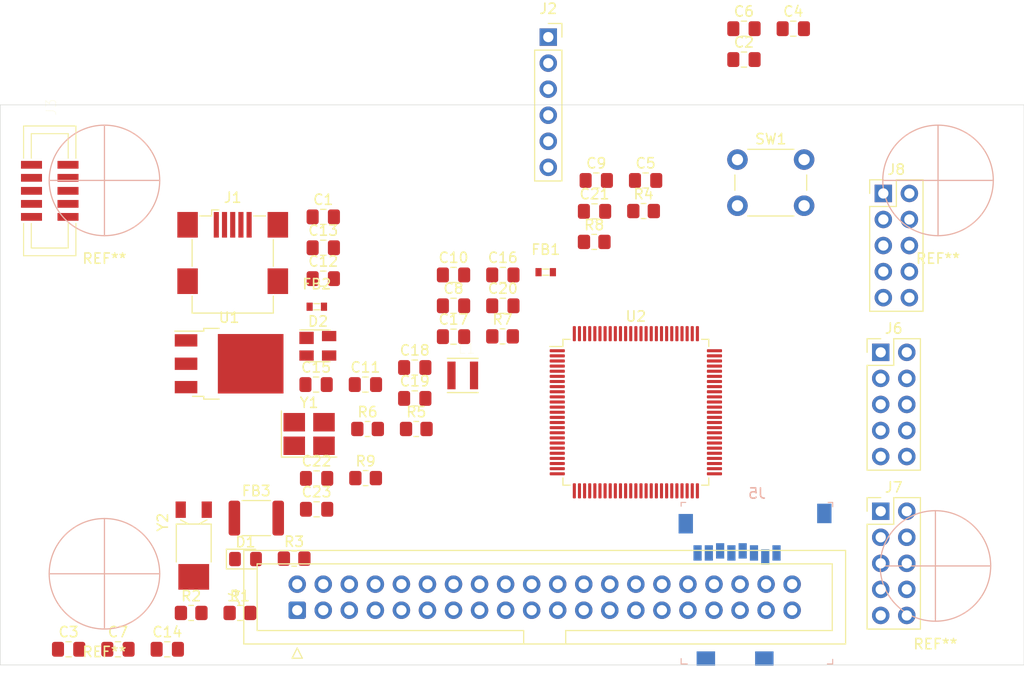
<source format=kicad_pcb>
(kicad_pcb (version 20171130) (host pcbnew 5.1.8)

  (general
    (thickness 1.6)
    (drawings 4)
    (tracks 0)
    (zones 0)
    (modules 55)
    (nets 105)
  )

  (page A4)
  (layers
    (0 F.Cu signal)
    (31 B.Cu signal)
    (32 B.Adhes user)
    (33 F.Adhes user)
    (34 B.Paste user)
    (35 F.Paste user)
    (36 B.SilkS user)
    (37 F.SilkS user)
    (38 B.Mask user)
    (39 F.Mask user)
    (40 Dwgs.User user)
    (41 Cmts.User user)
    (42 Eco1.User user)
    (43 Eco2.User user)
    (44 Edge.Cuts user)
    (45 Margin user)
    (46 B.CrtYd user)
    (47 F.CrtYd user)
    (48 B.Fab user)
    (49 F.Fab user)
  )

  (setup
    (last_trace_width 0.25)
    (trace_clearance 0.2)
    (zone_clearance 0.508)
    (zone_45_only no)
    (trace_min 0.2)
    (via_size 0.8)
    (via_drill 0.4)
    (via_min_size 0.4)
    (via_min_drill 0.3)
    (uvia_size 0.3)
    (uvia_drill 0.1)
    (uvias_allowed no)
    (uvia_min_size 0.2)
    (uvia_min_drill 0.1)
    (edge_width 0.05)
    (segment_width 0.2)
    (pcb_text_width 0.3)
    (pcb_text_size 1.5 1.5)
    (mod_edge_width 0.12)
    (mod_text_size 1 1)
    (mod_text_width 0.15)
    (pad_size 1.524 1.524)
    (pad_drill 0.762)
    (pad_to_mask_clearance 0)
    (aux_axis_origin 0 0)
    (visible_elements FFFFFF7F)
    (pcbplotparams
      (layerselection 0x010fc_ffffffff)
      (usegerberextensions false)
      (usegerberattributes true)
      (usegerberadvancedattributes true)
      (creategerberjobfile true)
      (excludeedgelayer true)
      (linewidth 0.100000)
      (plotframeref false)
      (viasonmask false)
      (mode 1)
      (useauxorigin false)
      (hpglpennumber 1)
      (hpglpenspeed 20)
      (hpglpendiameter 15.000000)
      (psnegative false)
      (psa4output false)
      (plotreference true)
      (plotvalue true)
      (plotinvisibletext false)
      (padsonsilk false)
      (subtractmaskfromsilk false)
      (outputformat 1)
      (mirror false)
      (drillshape 1)
      (scaleselection 1)
      (outputdirectory ""))
  )

  (net 0 "")
  (net 1 GND)
  (net 2 +5V)
  (net 3 /VBUS_USB_RAW)
  (net 4 /VCC_MCU_VDDCORE)
  (net 5 +3V3)
  (net 6 /VCC_MCU_VDDANA)
  (net 7 "Net-(C6-Pad1)")
  (net 8 /~RESET)
  (net 9 /XOUT32)
  (net 10 /XOUT0)
  (net 11 /XIN0)
  (net 12 /XIN32)
  (net 13 "Net-(D1-Pad2)")
  (net 14 /USB_DM)
  (net 15 /USB_DP)
  (net 16 "Net-(J1-Pad4)")
  (net 17 "Net-(J1-Pad6)")
  (net 18 "Net-(J2-Pad6)")
  (net 19 /DBG_TX)
  (net 20 /DBG_RX)
  (net 21 "Net-(J2-Pad3)")
  (net 22 "Net-(J2-Pad2)")
  (net 23 /SWDIO)
  (net 24 /SWCLK)
  (net 25 /SWO)
  (net 26 "Net-(J3-Pad7)")
  (net 27 "Net-(J3-Pad8)")
  (net 28 "Net-(J4-Pad40)")
  (net 29 /~TFT_cRST)
  (net 30 /TFT_D23)
  (net 31 /TFT_D21)
  (net 32 /TFT_D19)
  (net 33 /TFT_D17)
  (net 34 /TFT_D15)
  (net 35 /TFT_D13)
  (net 36 /TFT_D11)
  (net 37 /TFT_D9)
  (net 38 /TFT_D7)
  (net 39 /TFT_D5)
  (net 40 /TFT_D3)
  (net 41 /TFT_D1)
  (net 42 /TFT_TE)
  (net 43 /TFT_WR)
  (net 44 /TFT_DC)
  (net 45 /TFT_GPIO)
  (net 46 /I2C_SDA)
  (net 47 /TFT_WAKE)
  (net 48 /TFT_STANDBY)
  (net 49 /TFT_D22)
  (net 50 /TFT_D20)
  (net 51 /TFT_D18)
  (net 52 /TFT_D16)
  (net 53 /TFT_D14)
  (net 54 /TFT_D12)
  (net 55 /TFT_D10)
  (net 56 /TFT_D8)
  (net 57 /TFT_D6)
  (net 58 /TFT_D4)
  (net 59 /TFT_D2)
  (net 60 /TFT_D0)
  (net 61 /TFT_RD)
  (net 62 /~TFT_CS)
  (net 63 /~TFT_RST)
  (net 64 /TOUCH_INT)
  (net 65 /I2C_SCL)
  (net 66 /SD_CD)
  (net 67 "Net-(J5-Pad8)")
  (net 68 /SD_MISO)
  (net 69 /SD_SCK)
  (net 70 /SD_MOSI)
  (net 71 /~SD_CS)
  (net 72 "Net-(J5-Pad1)")
  (net 73 /DEV_GPIO_10)
  (net 74 /DEV_GPIO_9)
  (net 75 /DEV_GPIO_8)
  (net 76 /DEV_GPIO_7)
  (net 77 /DEV_GPIO_6)
  (net 78 /DEV_GPIO_5)
  (net 79 /DEV_GPIO_4)
  (net 80 /DEV_GPIO_3)
  (net 81 /DEV_GPIO_2)
  (net 82 /DEV_GPIO_1)
  (net 83 /DEV_GPIO_20)
  (net 84 /DEV_GPIO_19)
  (net 85 /DEV_GPIO_18)
  (net 86 /DEV_GPIO_17)
  (net 87 /DEV_GPIO_16)
  (net 88 /DEV_GPIO_15)
  (net 89 /DEV_GPIO_14)
  (net 90 /DEV_GPIO_13)
  (net 91 /DEV_GPIO_12)
  (net 92 /DEV_GPIO_11)
  (net 93 /DEV_GPIO_27)
  (net 94 /DEV_GPIO_26)
  (net 95 /DEV_GPIO_25)
  (net 96 /DEV_GPIO_24)
  (net 97 /DEV_GPIO_23)
  (net 98 /DEV_GPIO_22)
  (net 99 /DEV_GPIO_21)
  (net 100 /VCC_MCU_VSW)
  (net 101 "Net-(R2-Pad2)")
  (net 102 "Net-(U2-Pad87)")
  (net 103 "Net-(U2-Pad47)")
  (net 104 "Net-(U2-Pad20)")

  (net_class Default "This is the default net class."
    (clearance 0.2)
    (trace_width 0.25)
    (via_dia 0.8)
    (via_drill 0.4)
    (uvia_dia 0.3)
    (uvia_drill 0.1)
    (add_net +3V3)
    (add_net +5V)
    (add_net /DBG_RX)
    (add_net /DBG_TX)
    (add_net /DEV_GPIO_1)
    (add_net /DEV_GPIO_10)
    (add_net /DEV_GPIO_11)
    (add_net /DEV_GPIO_12)
    (add_net /DEV_GPIO_13)
    (add_net /DEV_GPIO_14)
    (add_net /DEV_GPIO_15)
    (add_net /DEV_GPIO_16)
    (add_net /DEV_GPIO_17)
    (add_net /DEV_GPIO_18)
    (add_net /DEV_GPIO_19)
    (add_net /DEV_GPIO_2)
    (add_net /DEV_GPIO_20)
    (add_net /DEV_GPIO_21)
    (add_net /DEV_GPIO_22)
    (add_net /DEV_GPIO_23)
    (add_net /DEV_GPIO_24)
    (add_net /DEV_GPIO_25)
    (add_net /DEV_GPIO_26)
    (add_net /DEV_GPIO_27)
    (add_net /DEV_GPIO_3)
    (add_net /DEV_GPIO_4)
    (add_net /DEV_GPIO_5)
    (add_net /DEV_GPIO_6)
    (add_net /DEV_GPIO_7)
    (add_net /DEV_GPIO_8)
    (add_net /DEV_GPIO_9)
    (add_net /I2C_SCL)
    (add_net /I2C_SDA)
    (add_net /SD_CD)
    (add_net /SD_MISO)
    (add_net /SD_MOSI)
    (add_net /SD_SCK)
    (add_net /SWCLK)
    (add_net /SWDIO)
    (add_net /SWO)
    (add_net /TFT_D0)
    (add_net /TFT_D1)
    (add_net /TFT_D10)
    (add_net /TFT_D11)
    (add_net /TFT_D12)
    (add_net /TFT_D13)
    (add_net /TFT_D14)
    (add_net /TFT_D15)
    (add_net /TFT_D16)
    (add_net /TFT_D17)
    (add_net /TFT_D18)
    (add_net /TFT_D19)
    (add_net /TFT_D2)
    (add_net /TFT_D20)
    (add_net /TFT_D21)
    (add_net /TFT_D22)
    (add_net /TFT_D23)
    (add_net /TFT_D3)
    (add_net /TFT_D4)
    (add_net /TFT_D5)
    (add_net /TFT_D6)
    (add_net /TFT_D7)
    (add_net /TFT_D8)
    (add_net /TFT_D9)
    (add_net /TFT_DC)
    (add_net /TFT_GPIO)
    (add_net /TFT_RD)
    (add_net /TFT_STANDBY)
    (add_net /TFT_TE)
    (add_net /TFT_WAKE)
    (add_net /TFT_WR)
    (add_net /TOUCH_INT)
    (add_net /USB_DM)
    (add_net /USB_DP)
    (add_net /VBUS_USB_RAW)
    (add_net /VCC_MCU_VDDANA)
    (add_net /VCC_MCU_VDDCORE)
    (add_net /VCC_MCU_VSW)
    (add_net /XIN0)
    (add_net /XIN32)
    (add_net /XOUT0)
    (add_net /XOUT32)
    (add_net /~RESET)
    (add_net /~SD_CS)
    (add_net /~TFT_CS)
    (add_net /~TFT_RST)
    (add_net /~TFT_cRST)
    (add_net GND)
    (add_net "Net-(C6-Pad1)")
    (add_net "Net-(D1-Pad2)")
    (add_net "Net-(J1-Pad4)")
    (add_net "Net-(J1-Pad6)")
    (add_net "Net-(J2-Pad2)")
    (add_net "Net-(J2-Pad3)")
    (add_net "Net-(J2-Pad6)")
    (add_net "Net-(J3-Pad7)")
    (add_net "Net-(J3-Pad8)")
    (add_net "Net-(J4-Pad40)")
    (add_net "Net-(J5-Pad1)")
    (add_net "Net-(J5-Pad8)")
    (add_net "Net-(R2-Pad2)")
    (add_net "Net-(U2-Pad20)")
    (add_net "Net-(U2-Pad47)")
    (add_net "Net-(U2-Pad87)")
  )

  (module plib:rubber_foot (layer F.Cu) (tedit 5FBC6382) (tstamp 5FBD40F6)
    (at 104.648 77.724)
    (fp_text reference REF** (at 0 7.62) (layer F.SilkS)
      (effects (font (size 1 1) (thickness 0.15)))
    )
    (fp_text value rubber_foot (at 0 -7.62) (layer F.Fab)
      (effects (font (size 1 1) (thickness 0.15)))
    )
    (fp_line (start -5.3848 0) (end 5.3848 0) (layer B.SilkS) (width 0.12))
    (fp_line (start 0 -5.3848) (end 0 5.3848) (layer B.SilkS) (width 0.12))
    (fp_circle (center 0 0) (end 5.388154 0) (layer B.SilkS) (width 0.12))
  )

  (module plib:rubber_foot (layer F.Cu) (tedit 5FBC6382) (tstamp 5FBD40EA)
    (at 104.648 116.078)
    (fp_text reference REF** (at 0 7.62) (layer F.SilkS)
      (effects (font (size 1 1) (thickness 0.15)))
    )
    (fp_text value rubber_foot (at 0 -7.62) (layer F.Fab)
      (effects (font (size 1 1) (thickness 0.15)))
    )
    (fp_circle (center 0 0) (end 5.388154 0) (layer B.SilkS) (width 0.12))
    (fp_line (start 0 -5.3848) (end 0 5.3848) (layer B.SilkS) (width 0.12))
    (fp_line (start -5.3848 0) (end 5.3848 0) (layer B.SilkS) (width 0.12))
  )

  (module plib:rubber_foot (layer F.Cu) (tedit 5FBC6382) (tstamp 5FBD40DE)
    (at 185.674 115.316)
    (fp_text reference REF** (at 0 7.62) (layer F.SilkS)
      (effects (font (size 1 1) (thickness 0.15)))
    )
    (fp_text value rubber_foot (at 0 -7.62) (layer F.Fab)
      (effects (font (size 1 1) (thickness 0.15)))
    )
    (fp_line (start -5.3848 0) (end 5.3848 0) (layer B.SilkS) (width 0.12))
    (fp_line (start 0 -5.3848) (end 0 5.3848) (layer B.SilkS) (width 0.12))
    (fp_circle (center 0 0) (end 5.388154 0) (layer B.SilkS) (width 0.12))
  )

  (module plib:rubber_foot (layer F.Cu) (tedit 5FBC6382) (tstamp 5FBD40DC)
    (at 185.928 77.724)
    (fp_text reference REF** (at 0 7.62) (layer F.SilkS)
      (effects (font (size 1 1) (thickness 0.15)))
    )
    (fp_text value rubber_foot (at 0 -7.62) (layer F.Fab)
      (effects (font (size 1 1) (thickness 0.15)))
    )
    (fp_circle (center 0 0) (end 5.388154 0) (layer B.SilkS) (width 0.12))
    (fp_line (start 0 -5.3848) (end 0 5.3848) (layer B.SilkS) (width 0.12))
    (fp_line (start -5.3848 0) (end 5.3848 0) (layer B.SilkS) (width 0.12))
  )

  (module Crystal:Crystal_SMD_MicroCrystal_MS1V-T1K (layer F.Cu) (tedit 5A1AD604) (tstamp 5FBD2DFE)
    (at 113.354 113.33)
    (descr "SMD Watch Crystal MicroCrystal MS1V-T1K 6.1mm length 2.0mm diameter http://www.microcrystal.com/images/_Product-Documentation/03_TF_metal_Packages/01_Datasheet/MS1V-T1K.pdf")
    (tags ['MS1V-T1K'])
    (path /60E2AE1C)
    (attr smd)
    (fp_text reference Y2 (at -3.02 -2.275 90) (layer F.SilkS)
      (effects (font (size 1 1) (thickness 0.15)))
    )
    (fp_text value Crystal_GND3 (at 3.02 -2.275 90) (layer F.Fab)
      (effects (font (size 1 1) (thickness 0.15)))
    )
    (fp_text user %R (at 0 0.35) (layer F.Fab)
      (effects (font (size 0.6 0.6) (thickness 0.09)))
    )
    (fp_line (start -1 -1.9) (end -1 4.2) (layer F.Fab) (width 0.1))
    (fp_line (start -1 4.2) (end 1 4.2) (layer F.Fab) (width 0.1))
    (fp_line (start 1 4.2) (end 1 -1.9) (layer F.Fab) (width 0.1))
    (fp_line (start 1 -1.9) (end -1 -1.9) (layer F.Fab) (width 0.1))
    (fp_line (start -0.5 -1.9) (end -1.27 -2.7) (layer F.Fab) (width 0.1))
    (fp_line (start -1.27 -2.7) (end -1.27 -3.5) (layer F.Fab) (width 0.1))
    (fp_line (start 0.5 -1.9) (end 1.27 -2.7) (layer F.Fab) (width 0.1))
    (fp_line (start 1.27 -2.7) (end 1.27 -3.5) (layer F.Fab) (width 0.1))
    (fp_line (start -1.7 1.6) (end -1.7 -2.1) (layer F.SilkS) (width 0.12))
    (fp_line (start -1.7 -2.1) (end 1.7 -2.1) (layer F.SilkS) (width 0.12))
    (fp_line (start 1.7 -2.1) (end 1.7 1.6) (layer F.SilkS) (width 0.12))
    (fp_line (start -0.5 -2.1) (end -1.27 -2.5) (layer F.SilkS) (width 0.12))
    (fp_line (start -1.27 -2.5) (end -1.27 -2.5) (layer F.SilkS) (width 0.12))
    (fp_line (start 0.5 -2.1) (end 1.27 -2.5) (layer F.SilkS) (width 0.12))
    (fp_line (start 1.27 -2.5) (end 1.27 -2.5) (layer F.SilkS) (width 0.12))
    (fp_line (start -2.1 -4.63) (end -2.1 4.57) (layer F.CrtYd) (width 0.05))
    (fp_line (start -2.1 4.57) (end 2.1 4.57) (layer F.CrtYd) (width 0.05))
    (fp_line (start 2.1 4.57) (end 2.1 -4.63) (layer F.CrtYd) (width 0.05))
    (fp_line (start 2.1 -4.63) (end -2.1 -4.63) (layer F.CrtYd) (width 0.05))
    (pad 3 smd rect (at 0 3.05) (size 3 2.5) (layers F.Cu F.Paste F.Mask)
      (net 1 GND))
    (pad 2 smd rect (at 1.27 -3.5) (size 1 1.6) (layers F.Cu F.Paste F.Mask)
      (net 12 /XIN32))
    (pad 1 smd rect (at -1.27 -3.5) (size 1 1.6) (layers F.Cu F.Paste F.Mask)
      (net 9 /XOUT32))
    (model ${KISYS3DMOD}/Crystal.3dshapes/Crystal_SMD_MicroCrystal_MS1V-T1K.wrl
      (offset (xyz 0 0.224999996200839 0))
      (scale (xyz 1 1 1))
      (rotate (xyz 0 0 0))
    )
  )

  (module Crystal:Crystal_SMD_3225-4Pin_3.2x2.5mm_HandSoldering (layer F.Cu) (tedit 5A0FD1B2) (tstamp 5FBD2DE3)
    (at 124.604 102.45)
    (descr "SMD Crystal SERIES SMD3225/4 http://www.txccrystal.com/images/pdf/7m-accuracy.pdf, hand-soldering, 3.2x2.5mm^2 package")
    (tags "SMD SMT crystal hand-soldering")
    (path /5FE380D8)
    (attr smd)
    (fp_text reference Y1 (at 0 -3.05) (layer F.SilkS)
      (effects (font (size 1 1) (thickness 0.15)))
    )
    (fp_text value CX3225CA12000D0KPSC1 (at 0 3.05) (layer F.Fab)
      (effects (font (size 1 1) (thickness 0.15)))
    )
    (fp_text user %R (at 0 0) (layer F.Fab)
      (effects (font (size 0.7 0.7) (thickness 0.105)))
    )
    (fp_line (start -1.6 -1.25) (end -1.6 1.25) (layer F.Fab) (width 0.1))
    (fp_line (start -1.6 1.25) (end 1.6 1.25) (layer F.Fab) (width 0.1))
    (fp_line (start 1.6 1.25) (end 1.6 -1.25) (layer F.Fab) (width 0.1))
    (fp_line (start 1.6 -1.25) (end -1.6 -1.25) (layer F.Fab) (width 0.1))
    (fp_line (start -1.6 0.25) (end -0.6 1.25) (layer F.Fab) (width 0.1))
    (fp_line (start -2.7 -2.25) (end -2.7 2.25) (layer F.SilkS) (width 0.12))
    (fp_line (start -2.7 2.25) (end 2.7 2.25) (layer F.SilkS) (width 0.12))
    (fp_line (start -2.8 -2.3) (end -2.8 2.3) (layer F.CrtYd) (width 0.05))
    (fp_line (start -2.8 2.3) (end 2.8 2.3) (layer F.CrtYd) (width 0.05))
    (fp_line (start 2.8 2.3) (end 2.8 -2.3) (layer F.CrtYd) (width 0.05))
    (fp_line (start 2.8 -2.3) (end -2.8 -2.3) (layer F.CrtYd) (width 0.05))
    (pad 4 smd rect (at -1.45 -1.15) (size 2.1 1.8) (layers F.Cu F.Paste F.Mask)
      (net 1 GND))
    (pad 3 smd rect (at 1.45 -1.15) (size 2.1 1.8) (layers F.Cu F.Paste F.Mask)
      (net 10 /XOUT0))
    (pad 2 smd rect (at 1.45 1.15) (size 2.1 1.8) (layers F.Cu F.Paste F.Mask)
      (net 1 GND))
    (pad 1 smd rect (at -1.45 1.15) (size 2.1 1.8) (layers F.Cu F.Paste F.Mask)
      (net 11 /XIN0))
    (model ${KISYS3DMOD}/Crystal.3dshapes/Crystal_SMD_3225-4Pin_3.2x2.5mm_HandSoldering.wrl
      (at (xyz 0 0 0))
      (scale (xyz 1 1 1))
      (rotate (xyz 0 0 0))
    )
  )

  (module Package_QFP:TQFP-100_14x14mm_P0.5mm (layer F.Cu) (tedit 5D9F72B1) (tstamp 5FBD2DCF)
    (at 156.464 100.33)
    (descr "TQFP, 100 Pin (http://www.microsemi.com/index.php?option=com_docman&task=doc_download&gid=131095), generated with kicad-footprint-generator ipc_gullwing_generator.py")
    (tags "TQFP QFP")
    (path /5FC80879)
    (attr smd)
    (fp_text reference U2 (at 0 -9.35) (layer F.SilkS)
      (effects (font (size 1 1) (thickness 0.15)))
    )
    (fp_text value ATSAME54N19A-A (at 0 9.35) (layer F.Fab)
      (effects (font (size 1 1) (thickness 0.15)))
    )
    (fp_text user %R (at 0 0) (layer F.Fab)
      (effects (font (size 1 1) (thickness 0.15)))
    )
    (fp_line (start 6.41 7.11) (end 7.11 7.11) (layer F.SilkS) (width 0.12))
    (fp_line (start 7.11 7.11) (end 7.11 6.41) (layer F.SilkS) (width 0.12))
    (fp_line (start -6.41 7.11) (end -7.11 7.11) (layer F.SilkS) (width 0.12))
    (fp_line (start -7.11 7.11) (end -7.11 6.41) (layer F.SilkS) (width 0.12))
    (fp_line (start 6.41 -7.11) (end 7.11 -7.11) (layer F.SilkS) (width 0.12))
    (fp_line (start 7.11 -7.11) (end 7.11 -6.41) (layer F.SilkS) (width 0.12))
    (fp_line (start -6.41 -7.11) (end -7.11 -7.11) (layer F.SilkS) (width 0.12))
    (fp_line (start -7.11 -7.11) (end -7.11 -6.41) (layer F.SilkS) (width 0.12))
    (fp_line (start -7.11 -6.41) (end -8.4 -6.41) (layer F.SilkS) (width 0.12))
    (fp_line (start -6 -7) (end 7 -7) (layer F.Fab) (width 0.1))
    (fp_line (start 7 -7) (end 7 7) (layer F.Fab) (width 0.1))
    (fp_line (start 7 7) (end -7 7) (layer F.Fab) (width 0.1))
    (fp_line (start -7 7) (end -7 -6) (layer F.Fab) (width 0.1))
    (fp_line (start -7 -6) (end -6 -7) (layer F.Fab) (width 0.1))
    (fp_line (start 0 -8.65) (end -6.4 -8.65) (layer F.CrtYd) (width 0.05))
    (fp_line (start -6.4 -8.65) (end -6.4 -7.25) (layer F.CrtYd) (width 0.05))
    (fp_line (start -6.4 -7.25) (end -7.25 -7.25) (layer F.CrtYd) (width 0.05))
    (fp_line (start -7.25 -7.25) (end -7.25 -6.4) (layer F.CrtYd) (width 0.05))
    (fp_line (start -7.25 -6.4) (end -8.65 -6.4) (layer F.CrtYd) (width 0.05))
    (fp_line (start -8.65 -6.4) (end -8.65 0) (layer F.CrtYd) (width 0.05))
    (fp_line (start 0 -8.65) (end 6.4 -8.65) (layer F.CrtYd) (width 0.05))
    (fp_line (start 6.4 -8.65) (end 6.4 -7.25) (layer F.CrtYd) (width 0.05))
    (fp_line (start 6.4 -7.25) (end 7.25 -7.25) (layer F.CrtYd) (width 0.05))
    (fp_line (start 7.25 -7.25) (end 7.25 -6.4) (layer F.CrtYd) (width 0.05))
    (fp_line (start 7.25 -6.4) (end 8.65 -6.4) (layer F.CrtYd) (width 0.05))
    (fp_line (start 8.65 -6.4) (end 8.65 0) (layer F.CrtYd) (width 0.05))
    (fp_line (start 0 8.65) (end -6.4 8.65) (layer F.CrtYd) (width 0.05))
    (fp_line (start -6.4 8.65) (end -6.4 7.25) (layer F.CrtYd) (width 0.05))
    (fp_line (start -6.4 7.25) (end -7.25 7.25) (layer F.CrtYd) (width 0.05))
    (fp_line (start -7.25 7.25) (end -7.25 6.4) (layer F.CrtYd) (width 0.05))
    (fp_line (start -7.25 6.4) (end -8.65 6.4) (layer F.CrtYd) (width 0.05))
    (fp_line (start -8.65 6.4) (end -8.65 0) (layer F.CrtYd) (width 0.05))
    (fp_line (start 0 8.65) (end 6.4 8.65) (layer F.CrtYd) (width 0.05))
    (fp_line (start 6.4 8.65) (end 6.4 7.25) (layer F.CrtYd) (width 0.05))
    (fp_line (start 6.4 7.25) (end 7.25 7.25) (layer F.CrtYd) (width 0.05))
    (fp_line (start 7.25 7.25) (end 7.25 6.4) (layer F.CrtYd) (width 0.05))
    (fp_line (start 7.25 6.4) (end 8.65 6.4) (layer F.CrtYd) (width 0.05))
    (fp_line (start 8.65 6.4) (end 8.65 0) (layer F.CrtYd) (width 0.05))
    (pad 100 smd roundrect (at -6 -7.6625) (size 0.3 1.475) (layers F.Cu F.Paste F.Mask) (roundrect_rratio 0.25)
      (net 40 /TFT_D3))
    (pad 99 smd roundrect (at -5.5 -7.6625) (size 0.3 1.475) (layers F.Cu F.Paste F.Mask) (roundrect_rratio 0.25)
      (net 59 /TFT_D2))
    (pad 98 smd roundrect (at -5 -7.6625) (size 0.3 1.475) (layers F.Cu F.Paste F.Mask) (roundrect_rratio 0.25)
      (net 41 /TFT_D1))
    (pad 97 smd roundrect (at -4.5 -7.6625) (size 0.3 1.475) (layers F.Cu F.Paste F.Mask) (roundrect_rratio 0.25)
      (net 60 /TFT_D0))
    (pad 96 smd roundrect (at -4 -7.6625) (size 0.3 1.475) (layers F.Cu F.Paste F.Mask) (roundrect_rratio 0.25)
      (net 93 /DEV_GPIO_27))
    (pad 95 smd roundrect (at -3.5 -7.6625) (size 0.3 1.475) (layers F.Cu F.Paste F.Mask) (roundrect_rratio 0.25)
      (net 25 /SWO))
    (pad 94 smd roundrect (at -3 -7.6625) (size 0.3 1.475) (layers F.Cu F.Paste F.Mask) (roundrect_rratio 0.25)
      (net 23 /SWDIO))
    (pad 93 smd roundrect (at -2.5 -7.6625) (size 0.3 1.475) (layers F.Cu F.Paste F.Mask) (roundrect_rratio 0.25)
      (net 24 /SWCLK))
    (pad 92 smd roundrect (at -2 -7.6625) (size 0.3 1.475) (layers F.Cu F.Paste F.Mask) (roundrect_rratio 0.25)
      (net 5 +3V3))
    (pad 91 smd roundrect (at -1.5 -7.6625) (size 0.3 1.475) (layers F.Cu F.Paste F.Mask) (roundrect_rratio 0.25)
      (net 100 /VCC_MCU_VSW))
    (pad 90 smd roundrect (at -1 -7.6625) (size 0.3 1.475) (layers F.Cu F.Paste F.Mask) (roundrect_rratio 0.25)
      (net 1 GND))
    (pad 89 smd roundrect (at -0.5 -7.6625) (size 0.3 1.475) (layers F.Cu F.Paste F.Mask) (roundrect_rratio 0.25)
      (net 4 /VCC_MCU_VDDCORE))
    (pad 88 smd roundrect (at 0 -7.6625) (size 0.3 1.475) (layers F.Cu F.Paste F.Mask) (roundrect_rratio 0.25)
      (net 8 /~RESET))
    (pad 87 smd roundrect (at 0.5 -7.6625) (size 0.3 1.475) (layers F.Cu F.Paste F.Mask) (roundrect_rratio 0.25)
      (net 102 "Net-(U2-Pad87)"))
    (pad 86 smd roundrect (at 1 -7.6625) (size 0.3 1.475) (layers F.Cu F.Paste F.Mask) (roundrect_rratio 0.25)
      (net 94 /DEV_GPIO_26))
    (pad 85 smd roundrect (at 1.5 -7.6625) (size 0.3 1.475) (layers F.Cu F.Paste F.Mask) (roundrect_rratio 0.25)
      (net 95 /DEV_GPIO_25))
    (pad 84 smd roundrect (at 2 -7.6625) (size 0.3 1.475) (layers F.Cu F.Paste F.Mask) (roundrect_rratio 0.25)
      (net 96 /DEV_GPIO_24))
    (pad 83 smd roundrect (at 2.5 -7.6625) (size 0.3 1.475) (layers F.Cu F.Paste F.Mask) (roundrect_rratio 0.25)
      (net 97 /DEV_GPIO_23))
    (pad 82 smd roundrect (at 3 -7.6625) (size 0.3 1.475) (layers F.Cu F.Paste F.Mask) (roundrect_rratio 0.25)
      (net 98 /DEV_GPIO_22))
    (pad 81 smd roundrect (at 3.5 -7.6625) (size 0.3 1.475) (layers F.Cu F.Paste F.Mask) (roundrect_rratio 0.25)
      (net 61 /TFT_RD))
    (pad 80 smd roundrect (at 4 -7.6625) (size 0.3 1.475) (layers F.Cu F.Paste F.Mask) (roundrect_rratio 0.25)
      (net 43 /TFT_WR))
    (pad 79 smd roundrect (at 4.5 -7.6625) (size 0.3 1.475) (layers F.Cu F.Paste F.Mask) (roundrect_rratio 0.25)
      (net 30 /TFT_D23))
    (pad 78 smd roundrect (at 5 -7.6625) (size 0.3 1.475) (layers F.Cu F.Paste F.Mask) (roundrect_rratio 0.25)
      (net 49 /TFT_D22))
    (pad 77 smd roundrect (at 5.5 -7.6625) (size 0.3 1.475) (layers F.Cu F.Paste F.Mask) (roundrect_rratio 0.25)
      (net 5 +3V3))
    (pad 76 smd roundrect (at 6 -7.6625) (size 0.3 1.475) (layers F.Cu F.Paste F.Mask) (roundrect_rratio 0.25)
      (net 1 GND))
    (pad 75 smd roundrect (at 7.6625 -6) (size 1.475 0.3) (layers F.Cu F.Paste F.Mask) (roundrect_rratio 0.25)
      (net 14 /USB_DM))
    (pad 74 smd roundrect (at 7.6625 -5.5) (size 1.475 0.3) (layers F.Cu F.Paste F.Mask) (roundrect_rratio 0.25)
      (net 14 /USB_DM))
    (pad 73 smd roundrect (at 7.6625 -5) (size 1.475 0.3) (layers F.Cu F.Paste F.Mask) (roundrect_rratio 0.25)
      (net 65 /I2C_SCL))
    (pad 72 smd roundrect (at 7.6625 -4.5) (size 1.475 0.3) (layers F.Cu F.Paste F.Mask) (roundrect_rratio 0.25)
      (net 46 /I2C_SDA))
    (pad 71 smd roundrect (at 7.6625 -4) (size 1.475 0.3) (layers F.Cu F.Paste F.Mask) (roundrect_rratio 0.25)
      (net 77 /DEV_GPIO_6))
    (pad 70 smd roundrect (at 7.6625 -3.5) (size 1.475 0.3) (layers F.Cu F.Paste F.Mask) (roundrect_rratio 0.25)
      (net 78 /DEV_GPIO_5))
    (pad 69 smd roundrect (at 7.6625 -3) (size 1.475 0.3) (layers F.Cu F.Paste F.Mask) (roundrect_rratio 0.25)
      (net 31 /TFT_D21))
    (pad 68 smd roundrect (at 7.6625 -2.5) (size 1.475 0.3) (layers F.Cu F.Paste F.Mask) (roundrect_rratio 0.25)
      (net 50 /TFT_D20))
    (pad 67 smd roundrect (at 7.6625 -2) (size 1.475 0.3) (layers F.Cu F.Paste F.Mask) (roundrect_rratio 0.25)
      (net 32 /TFT_D19))
    (pad 66 smd roundrect (at 7.6625 -1.5) (size 1.475 0.3) (layers F.Cu F.Paste F.Mask) (roundrect_rratio 0.25)
      (net 51 /TFT_D18))
    (pad 65 smd roundrect (at 7.6625 -1) (size 1.475 0.3) (layers F.Cu F.Paste F.Mask) (roundrect_rratio 0.25)
      (net 33 /TFT_D17))
    (pad 64 smd roundrect (at 7.6625 -0.5) (size 1.475 0.3) (layers F.Cu F.Paste F.Mask) (roundrect_rratio 0.25)
      (net 52 /TFT_D16))
    (pad 63 smd roundrect (at 7.6625 0) (size 1.475 0.3) (layers F.Cu F.Paste F.Mask) (roundrect_rratio 0.25)
      (net 5 +3V3))
    (pad 62 smd roundrect (at 7.6625 0.5) (size 1.475 0.3) (layers F.Cu F.Paste F.Mask) (roundrect_rratio 0.25)
      (net 1 GND))
    (pad 61 smd roundrect (at 7.6625 1) (size 1.475 0.3) (layers F.Cu F.Paste F.Mask) (roundrect_rratio 0.25)
      (net 99 /DEV_GPIO_21))
    (pad 60 smd roundrect (at 7.6625 1.5) (size 1.475 0.3) (layers F.Cu F.Paste F.Mask) (roundrect_rratio 0.25)
      (net 83 /DEV_GPIO_20))
    (pad 59 smd roundrect (at 7.6625 2) (size 1.475 0.3) (layers F.Cu F.Paste F.Mask) (roundrect_rratio 0.25)
      (net 71 /~SD_CS))
    (pad 58 smd roundrect (at 7.6625 2.5) (size 1.475 0.3) (layers F.Cu F.Paste F.Mask) (roundrect_rratio 0.25)
      (net 68 /SD_MISO))
    (pad 57 smd roundrect (at 7.6625 3) (size 1.475 0.3) (layers F.Cu F.Paste F.Mask) (roundrect_rratio 0.25)
      (net 69 /SD_SCK))
    (pad 56 smd roundrect (at 7.6625 3.5) (size 1.475 0.3) (layers F.Cu F.Paste F.Mask) (roundrect_rratio 0.25)
      (net 70 /SD_MOSI))
    (pad 55 smd roundrect (at 7.6625 4) (size 1.475 0.3) (layers F.Cu F.Paste F.Mask) (roundrect_rratio 0.25)
      (net 79 /DEV_GPIO_4))
    (pad 54 smd roundrect (at 7.6625 4.5) (size 1.475 0.3) (layers F.Cu F.Paste F.Mask) (roundrect_rratio 0.25)
      (net 80 /DEV_GPIO_3))
    (pad 53 smd roundrect (at 7.6625 5) (size 1.475 0.3) (layers F.Cu F.Paste F.Mask) (roundrect_rratio 0.25)
      (net 81 /DEV_GPIO_2))
    (pad 52 smd roundrect (at 7.6625 5.5) (size 1.475 0.3) (layers F.Cu F.Paste F.Mask) (roundrect_rratio 0.25)
      (net 82 /DEV_GPIO_1))
    (pad 51 smd roundrect (at 7.6625 6) (size 1.475 0.3) (layers F.Cu F.Paste F.Mask) (roundrect_rratio 0.25)
      (net 5 +3V3))
    (pad 50 smd roundrect (at 6 7.6625) (size 0.3 1.475) (layers F.Cu F.Paste F.Mask) (roundrect_rratio 0.25)
      (net 1 GND))
    (pad 49 smd roundrect (at 5.5 7.6625) (size 0.3 1.475) (layers F.Cu F.Paste F.Mask) (roundrect_rratio 0.25)
      (net 10 /XOUT0))
    (pad 48 smd roundrect (at 5 7.6625) (size 0.3 1.475) (layers F.Cu F.Paste F.Mask) (roundrect_rratio 0.25)
      (net 11 /XIN0))
    (pad 47 smd roundrect (at 4.5 7.6625) (size 0.3 1.475) (layers F.Cu F.Paste F.Mask) (roundrect_rratio 0.25)
      (net 103 "Net-(U2-Pad47)"))
    (pad 46 smd roundrect (at 4 7.6625) (size 0.3 1.475) (layers F.Cu F.Paste F.Mask) (roundrect_rratio 0.25)
      (net 47 /TFT_WAKE))
    (pad 45 smd roundrect (at 3.5 7.6625) (size 0.3 1.475) (layers F.Cu F.Paste F.Mask) (roundrect_rratio 0.25)
      (net 84 /DEV_GPIO_19))
    (pad 44 smd roundrect (at 3 7.6625) (size 0.3 1.475) (layers F.Cu F.Paste F.Mask) (roundrect_rratio 0.25)
      (net 85 /DEV_GPIO_18))
    (pad 43 smd roundrect (at 2.5 7.6625) (size 0.3 1.475) (layers F.Cu F.Paste F.Mask) (roundrect_rratio 0.25)
      (net 86 /DEV_GPIO_17))
    (pad 42 smd roundrect (at 2 7.6625) (size 0.3 1.475) (layers F.Cu F.Paste F.Mask) (roundrect_rratio 0.25)
      (net 87 /DEV_GPIO_16))
    (pad 41 smd roundrect (at 1.5 7.6625) (size 0.3 1.475) (layers F.Cu F.Paste F.Mask) (roundrect_rratio 0.25)
      (net 88 /DEV_GPIO_15))
    (pad 40 smd roundrect (at 1 7.6625) (size 0.3 1.475) (layers F.Cu F.Paste F.Mask) (roundrect_rratio 0.25)
      (net 89 /DEV_GPIO_14))
    (pad 39 smd roundrect (at 0.5 7.6625) (size 0.3 1.475) (layers F.Cu F.Paste F.Mask) (roundrect_rratio 0.25)
      (net 5 +3V3))
    (pad 38 smd roundrect (at 0 7.6625) (size 0.3 1.475) (layers F.Cu F.Paste F.Mask) (roundrect_rratio 0.25)
      (net 1 GND))
    (pad 37 smd roundrect (at -0.5 7.6625) (size 0.3 1.475) (layers F.Cu F.Paste F.Mask) (roundrect_rratio 0.25)
      (net 34 /TFT_D15))
    (pad 36 smd roundrect (at -1 7.6625) (size 0.3 1.475) (layers F.Cu F.Paste F.Mask) (roundrect_rratio 0.25)
      (net 53 /TFT_D14))
    (pad 35 smd roundrect (at -1.5 7.6625) (size 0.3 1.475) (layers F.Cu F.Paste F.Mask) (roundrect_rratio 0.25)
      (net 35 /TFT_D13))
    (pad 34 smd roundrect (at -2 7.6625) (size 0.3 1.475) (layers F.Cu F.Paste F.Mask) (roundrect_rratio 0.25)
      (net 54 /TFT_D12))
    (pad 33 smd roundrect (at -2.5 7.6625) (size 0.3 1.475) (layers F.Cu F.Paste F.Mask) (roundrect_rratio 0.25)
      (net 36 /TFT_D11))
    (pad 32 smd roundrect (at -3 7.6625) (size 0.3 1.475) (layers F.Cu F.Paste F.Mask) (roundrect_rratio 0.25)
      (net 55 /TFT_D10))
    (pad 31 smd roundrect (at -3.5 7.6625) (size 0.3 1.475) (layers F.Cu F.Paste F.Mask) (roundrect_rratio 0.25)
      (net 1 GND))
    (pad 30 smd roundrect (at -4 7.6625) (size 0.3 1.475) (layers F.Cu F.Paste F.Mask) (roundrect_rratio 0.25)
      (net 5 +3V3))
    (pad 29 smd roundrect (at -4.5 7.6625) (size 0.3 1.475) (layers F.Cu F.Paste F.Mask) (roundrect_rratio 0.25)
      (net 45 /TFT_GPIO))
    (pad 28 smd roundrect (at -5 7.6625) (size 0.3 1.475) (layers F.Cu F.Paste F.Mask) (roundrect_rratio 0.25)
      (net 48 /TFT_STANDBY))
    (pad 27 smd roundrect (at -5.5 7.6625) (size 0.3 1.475) (layers F.Cu F.Paste F.Mask) (roundrect_rratio 0.25)
      (net 44 /TFT_DC))
    (pad 26 smd roundrect (at -6 7.6625) (size 0.3 1.475) (layers F.Cu F.Paste F.Mask) (roundrect_rratio 0.25)
      (net 62 /~TFT_CS))
    (pad 25 smd roundrect (at -7.6625 6) (size 1.475 0.3) (layers F.Cu F.Paste F.Mask) (roundrect_rratio 0.25)
      (net 5 +3V3))
    (pad 24 smd roundrect (at -7.6625 5.5) (size 1.475 0.3) (layers F.Cu F.Paste F.Mask) (roundrect_rratio 0.25)
      (net 1 GND))
    (pad 23 smd roundrect (at -7.6625 5) (size 1.475 0.3) (layers F.Cu F.Paste F.Mask) (roundrect_rratio 0.25)
      (net 90 /DEV_GPIO_13))
    (pad 22 smd roundrect (at -7.6625 4.5) (size 1.475 0.3) (layers F.Cu F.Paste F.Mask) (roundrect_rratio 0.25)
      (net 91 /DEV_GPIO_12))
    (pad 21 smd roundrect (at -7.6625 4) (size 1.475 0.3) (layers F.Cu F.Paste F.Mask) (roundrect_rratio 0.25)
      (net 92 /DEV_GPIO_11))
    (pad 20 smd roundrect (at -7.6625 3.5) (size 1.475 0.3) (layers F.Cu F.Paste F.Mask) (roundrect_rratio 0.25)
      (net 104 "Net-(U2-Pad20)"))
    (pad 19 smd roundrect (at -7.6625 3) (size 1.475 0.3) (layers F.Cu F.Paste F.Mask) (roundrect_rratio 0.25)
      (net 66 /SD_CD))
    (pad 18 smd roundrect (at -7.6625 2.5) (size 1.475 0.3) (layers F.Cu F.Paste F.Mask) (roundrect_rratio 0.25)
      (net 20 /DBG_RX))
    (pad 17 smd roundrect (at -7.6625 2) (size 1.475 0.3) (layers F.Cu F.Paste F.Mask) (roundrect_rratio 0.25)
      (net 19 /DBG_TX))
    (pad 16 smd roundrect (at -7.6625 1.5) (size 1.475 0.3) (layers F.Cu F.Paste F.Mask) (roundrect_rratio 0.25)
      (net 37 /TFT_D9))
    (pad 15 smd roundrect (at -7.6625 1) (size 1.475 0.3) (layers F.Cu F.Paste F.Mask) (roundrect_rratio 0.25)
      (net 56 /TFT_D8))
    (pad 14 smd roundrect (at -7.6625 0.5) (size 1.475 0.3) (layers F.Cu F.Paste F.Mask) (roundrect_rratio 0.25)
      (net 38 /TFT_D7))
    (pad 13 smd roundrect (at -7.6625 0) (size 1.475 0.3) (layers F.Cu F.Paste F.Mask) (roundrect_rratio 0.25)
      (net 57 /TFT_D6))
    (pad 12 smd roundrect (at -7.6625 -0.5) (size 1.475 0.3) (layers F.Cu F.Paste F.Mask) (roundrect_rratio 0.25)
      (net 6 /VCC_MCU_VDDANA))
    (pad 11 smd roundrect (at -7.6625 -1) (size 1.475 0.3) (layers F.Cu F.Paste F.Mask) (roundrect_rratio 0.25)
      (net 1 GND))
    (pad 10 smd roundrect (at -7.6625 -1.5) (size 1.475 0.3) (layers F.Cu F.Paste F.Mask) (roundrect_rratio 0.25)
      (net 39 /TFT_D5))
    (pad 9 smd roundrect (at -7.6625 -2) (size 1.475 0.3) (layers F.Cu F.Paste F.Mask) (roundrect_rratio 0.25)
      (net 58 /TFT_D4))
    (pad 8 smd roundrect (at -7.6625 -2.5) (size 1.475 0.3) (layers F.Cu F.Paste F.Mask) (roundrect_rratio 0.25)
      (net 42 /TFT_TE))
    (pad 7 smd roundrect (at -7.6625 -3) (size 1.475 0.3) (layers F.Cu F.Paste F.Mask) (roundrect_rratio 0.25)
      (net 64 /TOUCH_INT))
    (pad 6 smd roundrect (at -7.6625 -3.5) (size 1.475 0.3) (layers F.Cu F.Paste F.Mask) (roundrect_rratio 0.25)
      (net 73 /DEV_GPIO_10))
    (pad 5 smd roundrect (at -7.6625 -4) (size 1.475 0.3) (layers F.Cu F.Paste F.Mask) (roundrect_rratio 0.25)
      (net 74 /DEV_GPIO_9))
    (pad 4 smd roundrect (at -7.6625 -4.5) (size 1.475 0.3) (layers F.Cu F.Paste F.Mask) (roundrect_rratio 0.25)
      (net 75 /DEV_GPIO_8))
    (pad 3 smd roundrect (at -7.6625 -5) (size 1.475 0.3) (layers F.Cu F.Paste F.Mask) (roundrect_rratio 0.25)
      (net 76 /DEV_GPIO_7))
    (pad 2 smd roundrect (at -7.6625 -5.5) (size 1.475 0.3) (layers F.Cu F.Paste F.Mask) (roundrect_rratio 0.25)
      (net 9 /XOUT32))
    (pad 1 smd roundrect (at -7.6625 -6) (size 1.475 0.3) (layers F.Cu F.Paste F.Mask) (roundrect_rratio 0.25)
      (net 12 /XIN32))
    (model ${KISYS3DMOD}/Package_QFP.3dshapes/TQFP-100_14x14mm_P0.5mm.wrl
      (at (xyz 0 0 0))
      (scale (xyz 1 1 1))
      (rotate (xyz 0 0 0))
    )
  )

  (module Package_TO_SOT_SMD:TO-252-3_TabPin2 (layer F.Cu) (tedit 5A70F30B) (tstamp 5FBD2D40)
    (at 116.804 95.6)
    (descr "TO-252 / DPAK SMD package, http://www.infineon.com/cms/en/product/packages/PG-TO252/PG-TO252-3-1/")
    (tags "DPAK TO-252 DPAK-3 TO-252-3 SOT-428")
    (path /5F88D7AD)
    (attr smd)
    (fp_text reference U1 (at 0 -4.5) (layer F.SilkS)
      (effects (font (size 1 1) (thickness 0.15)))
    )
    (fp_text value IFX27001TFV33 (at 0 4.5) (layer F.Fab)
      (effects (font (size 1 1) (thickness 0.15)))
    )
    (fp_text user %R (at 0 0) (layer F.Fab)
      (effects (font (size 1 1) (thickness 0.15)))
    )
    (fp_line (start 3.95 -2.7) (end 4.95 -2.7) (layer F.Fab) (width 0.1))
    (fp_line (start 4.95 -2.7) (end 4.95 2.7) (layer F.Fab) (width 0.1))
    (fp_line (start 4.95 2.7) (end 3.95 2.7) (layer F.Fab) (width 0.1))
    (fp_line (start 3.95 -3.25) (end 3.95 3.25) (layer F.Fab) (width 0.1))
    (fp_line (start 3.95 3.25) (end -2.27 3.25) (layer F.Fab) (width 0.1))
    (fp_line (start -2.27 3.25) (end -2.27 -2.25) (layer F.Fab) (width 0.1))
    (fp_line (start -2.27 -2.25) (end -1.27 -3.25) (layer F.Fab) (width 0.1))
    (fp_line (start -1.27 -3.25) (end 3.95 -3.25) (layer F.Fab) (width 0.1))
    (fp_line (start -1.865 -2.655) (end -4.97 -2.655) (layer F.Fab) (width 0.1))
    (fp_line (start -4.97 -2.655) (end -4.97 -1.905) (layer F.Fab) (width 0.1))
    (fp_line (start -4.97 -1.905) (end -2.27 -1.905) (layer F.Fab) (width 0.1))
    (fp_line (start -2.27 -0.375) (end -4.97 -0.375) (layer F.Fab) (width 0.1))
    (fp_line (start -4.97 -0.375) (end -4.97 0.375) (layer F.Fab) (width 0.1))
    (fp_line (start -4.97 0.375) (end -2.27 0.375) (layer F.Fab) (width 0.1))
    (fp_line (start -2.27 1.905) (end -4.97 1.905) (layer F.Fab) (width 0.1))
    (fp_line (start -4.97 1.905) (end -4.97 2.655) (layer F.Fab) (width 0.1))
    (fp_line (start -4.97 2.655) (end -2.27 2.655) (layer F.Fab) (width 0.1))
    (fp_line (start -0.97 -3.45) (end -2.47 -3.45) (layer F.SilkS) (width 0.12))
    (fp_line (start -2.47 -3.45) (end -2.47 -3.18) (layer F.SilkS) (width 0.12))
    (fp_line (start -2.47 -3.18) (end -5.3 -3.18) (layer F.SilkS) (width 0.12))
    (fp_line (start -0.97 3.45) (end -2.47 3.45) (layer F.SilkS) (width 0.12))
    (fp_line (start -2.47 3.45) (end -2.47 3.18) (layer F.SilkS) (width 0.12))
    (fp_line (start -2.47 3.18) (end -3.57 3.18) (layer F.SilkS) (width 0.12))
    (fp_line (start -5.55 -3.5) (end -5.55 3.5) (layer F.CrtYd) (width 0.05))
    (fp_line (start -5.55 3.5) (end 5.55 3.5) (layer F.CrtYd) (width 0.05))
    (fp_line (start 5.55 3.5) (end 5.55 -3.5) (layer F.CrtYd) (width 0.05))
    (fp_line (start 5.55 -3.5) (end -5.55 -3.5) (layer F.CrtYd) (width 0.05))
    (pad "" smd rect (at 0.425 1.525) (size 3.05 2.75) (layers F.Paste))
    (pad "" smd rect (at 3.775 -1.525) (size 3.05 2.75) (layers F.Paste))
    (pad "" smd rect (at 0.425 -1.525) (size 3.05 2.75) (layers F.Paste))
    (pad "" smd rect (at 3.775 1.525) (size 3.05 2.75) (layers F.Paste))
    (pad 2 smd rect (at 2.1 0) (size 6.4 5.8) (layers F.Cu F.Mask)
      (net 5 +3V3))
    (pad 3 smd rect (at -4.2 2.28) (size 2.2 1.2) (layers F.Cu F.Paste F.Mask)
      (net 2 +5V))
    (pad 2 smd rect (at -4.2 0) (size 2.2 1.2) (layers F.Cu F.Paste F.Mask)
      (net 5 +3V3))
    (pad 1 smd rect (at -4.2 -2.28) (size 2.2 1.2) (layers F.Cu F.Paste F.Mask)
      (net 1 GND))
    (model ${KISYS3DMOD}/Package_TO_SOT_SMD.3dshapes/TO-252-3_TabPin2.wrl
      (at (xyz 0 0 0))
      (scale (xyz 1 1 1))
      (rotate (xyz 0 0 0))
    )
  )

  (module Button_Switch_THT:SW_PUSH_6mm_H5mm (layer F.Cu) (tedit 5A02FE31) (tstamp 5FBD2D18)
    (at 166.37 75.692)
    (descr "tactile push button, 6x6mm e.g. PHAP33xx series, height=5mm")
    (tags "tact sw push 6mm")
    (path /5FCB65E5)
    (fp_text reference SW1 (at 3.25 -2) (layer F.SilkS)
      (effects (font (size 1 1) (thickness 0.15)))
    )
    (fp_text value ~RST_BTN (at 3.75 6.7) (layer F.Fab)
      (effects (font (size 1 1) (thickness 0.15)))
    )
    (fp_text user %R (at 3.25 2.25) (layer F.Fab)
      (effects (font (size 1 1) (thickness 0.15)))
    )
    (fp_line (start 3.25 -0.75) (end 6.25 -0.75) (layer F.Fab) (width 0.1))
    (fp_line (start 6.25 -0.75) (end 6.25 5.25) (layer F.Fab) (width 0.1))
    (fp_line (start 6.25 5.25) (end 0.25 5.25) (layer F.Fab) (width 0.1))
    (fp_line (start 0.25 5.25) (end 0.25 -0.75) (layer F.Fab) (width 0.1))
    (fp_line (start 0.25 -0.75) (end 3.25 -0.75) (layer F.Fab) (width 0.1))
    (fp_line (start 7.75 6) (end 8 6) (layer F.CrtYd) (width 0.05))
    (fp_line (start 8 6) (end 8 5.75) (layer F.CrtYd) (width 0.05))
    (fp_line (start 7.75 -1.5) (end 8 -1.5) (layer F.CrtYd) (width 0.05))
    (fp_line (start 8 -1.5) (end 8 -1.25) (layer F.CrtYd) (width 0.05))
    (fp_line (start -1.5 -1.25) (end -1.5 -1.5) (layer F.CrtYd) (width 0.05))
    (fp_line (start -1.5 -1.5) (end -1.25 -1.5) (layer F.CrtYd) (width 0.05))
    (fp_line (start -1.5 5.75) (end -1.5 6) (layer F.CrtYd) (width 0.05))
    (fp_line (start -1.5 6) (end -1.25 6) (layer F.CrtYd) (width 0.05))
    (fp_line (start -1.25 -1.5) (end 7.75 -1.5) (layer F.CrtYd) (width 0.05))
    (fp_line (start -1.5 5.75) (end -1.5 -1.25) (layer F.CrtYd) (width 0.05))
    (fp_line (start 7.75 6) (end -1.25 6) (layer F.CrtYd) (width 0.05))
    (fp_line (start 8 -1.25) (end 8 5.75) (layer F.CrtYd) (width 0.05))
    (fp_line (start 1 5.5) (end 5.5 5.5) (layer F.SilkS) (width 0.12))
    (fp_line (start -0.25 1.5) (end -0.25 3) (layer F.SilkS) (width 0.12))
    (fp_line (start 5.5 -1) (end 1 -1) (layer F.SilkS) (width 0.12))
    (fp_line (start 6.75 3) (end 6.75 1.5) (layer F.SilkS) (width 0.12))
    (fp_circle (center 3.25 2.25) (end 1.25 2.5) (layer F.Fab) (width 0.1))
    (pad 1 thru_hole circle (at 6.5 0 90) (size 2 2) (drill 1.1) (layers *.Cu *.Mask)
      (net 101 "Net-(R2-Pad2)"))
    (pad 2 thru_hole circle (at 6.5 4.5 90) (size 2 2) (drill 1.1) (layers *.Cu *.Mask)
      (net 1 GND))
    (pad 1 thru_hole circle (at 0 0 90) (size 2 2) (drill 1.1) (layers *.Cu *.Mask)
      (net 101 "Net-(R2-Pad2)"))
    (pad 2 thru_hole circle (at 0 4.5 90) (size 2 2) (drill 1.1) (layers *.Cu *.Mask)
      (net 1 GND))
    (model ${KISYS3DMOD}/Button_Switch_THT.3dshapes/SW_PUSH_6mm_H5mm.wrl
      (at (xyz 0 0 0))
      (scale (xyz 1 1 1))
      (rotate (xyz 0 0 0))
    )
  )

  (module Resistor_SMD:R_0805_2012Metric_Pad1.20x1.40mm_HandSolder (layer F.Cu) (tedit 5F68FEEE) (tstamp 5FBD2CF9)
    (at 130.114 106.75)
    (descr "Resistor SMD 0805 (2012 Metric), square (rectangular) end terminal, IPC_7351 nominal with elongated pad for handsoldering. (Body size source: IPC-SM-782 page 72, https://www.pcb-3d.com/wordpress/wp-content/uploads/ipc-sm-782a_amendment_1_and_2.pdf), generated with kicad-footprint-generator")
    (tags "resistor handsolder")
    (path /6060067F)
    (attr smd)
    (fp_text reference R9 (at 0 -1.65) (layer F.SilkS)
      (effects (font (size 1 1) (thickness 0.15)))
    )
    (fp_text value 100k (at 0 1.65) (layer F.Fab)
      (effects (font (size 1 1) (thickness 0.15)))
    )
    (fp_text user %R (at 0 0) (layer F.Fab)
      (effects (font (size 0.5 0.5) (thickness 0.08)))
    )
    (fp_line (start -1 0.625) (end -1 -0.625) (layer F.Fab) (width 0.1))
    (fp_line (start -1 -0.625) (end 1 -0.625) (layer F.Fab) (width 0.1))
    (fp_line (start 1 -0.625) (end 1 0.625) (layer F.Fab) (width 0.1))
    (fp_line (start 1 0.625) (end -1 0.625) (layer F.Fab) (width 0.1))
    (fp_line (start -0.227064 -0.735) (end 0.227064 -0.735) (layer F.SilkS) (width 0.12))
    (fp_line (start -0.227064 0.735) (end 0.227064 0.735) (layer F.SilkS) (width 0.12))
    (fp_line (start -1.85 0.95) (end -1.85 -0.95) (layer F.CrtYd) (width 0.05))
    (fp_line (start -1.85 -0.95) (end 1.85 -0.95) (layer F.CrtYd) (width 0.05))
    (fp_line (start 1.85 -0.95) (end 1.85 0.95) (layer F.CrtYd) (width 0.05))
    (fp_line (start 1.85 0.95) (end -1.85 0.95) (layer F.CrtYd) (width 0.05))
    (pad 2 smd roundrect (at 1 0) (size 1.2 1.4) (layers F.Cu F.Paste F.Mask) (roundrect_rratio 0.208333)
      (net 66 /SD_CD))
    (pad 1 smd roundrect (at -1 0) (size 1.2 1.4) (layers F.Cu F.Paste F.Mask) (roundrect_rratio 0.208333)
      (net 5 +3V3))
    (model ${KISYS3DMOD}/Resistor_SMD.3dshapes/R_0805_2012Metric.wrl
      (at (xyz 0 0 0))
      (scale (xyz 1 1 1))
      (rotate (xyz 0 0 0))
    )
  )

  (module Resistor_SMD:R_0805_2012Metric_Pad1.20x1.40mm_HandSolder (layer F.Cu) (tedit 5F68FEEE) (tstamp 5FBD2CE8)
    (at 152.404 83.72)
    (descr "Resistor SMD 0805 (2012 Metric), square (rectangular) end terminal, IPC_7351 nominal with elongated pad for handsoldering. (Body size source: IPC-SM-782 page 72, https://www.pcb-3d.com/wordpress/wp-content/uploads/ipc-sm-782a_amendment_1_and_2.pdf), generated with kicad-footprint-generator")
    (tags "resistor handsolder")
    (path /6067E297)
    (attr smd)
    (fp_text reference R8 (at 0 -1.65) (layer F.SilkS)
      (effects (font (size 1 1) (thickness 0.15)))
    )
    (fp_text value 4.7k (at 0 1.65) (layer F.Fab)
      (effects (font (size 1 1) (thickness 0.15)))
    )
    (fp_text user %R (at 0 0) (layer F.Fab)
      (effects (font (size 0.5 0.5) (thickness 0.08)))
    )
    (fp_line (start -1 0.625) (end -1 -0.625) (layer F.Fab) (width 0.1))
    (fp_line (start -1 -0.625) (end 1 -0.625) (layer F.Fab) (width 0.1))
    (fp_line (start 1 -0.625) (end 1 0.625) (layer F.Fab) (width 0.1))
    (fp_line (start 1 0.625) (end -1 0.625) (layer F.Fab) (width 0.1))
    (fp_line (start -0.227064 -0.735) (end 0.227064 -0.735) (layer F.SilkS) (width 0.12))
    (fp_line (start -0.227064 0.735) (end 0.227064 0.735) (layer F.SilkS) (width 0.12))
    (fp_line (start -1.85 0.95) (end -1.85 -0.95) (layer F.CrtYd) (width 0.05))
    (fp_line (start -1.85 -0.95) (end 1.85 -0.95) (layer F.CrtYd) (width 0.05))
    (fp_line (start 1.85 -0.95) (end 1.85 0.95) (layer F.CrtYd) (width 0.05))
    (fp_line (start 1.85 0.95) (end -1.85 0.95) (layer F.CrtYd) (width 0.05))
    (pad 2 smd roundrect (at 1 0) (size 1.2 1.4) (layers F.Cu F.Paste F.Mask) (roundrect_rratio 0.208333)
      (net 5 +3V3))
    (pad 1 smd roundrect (at -1 0) (size 1.2 1.4) (layers F.Cu F.Paste F.Mask) (roundrect_rratio 0.208333)
      (net 71 /~SD_CS))
    (model ${KISYS3DMOD}/Resistor_SMD.3dshapes/R_0805_2012Metric.wrl
      (at (xyz 0 0 0))
      (scale (xyz 1 1 1))
      (rotate (xyz 0 0 0))
    )
  )

  (module Resistor_SMD:R_0805_2012Metric_Pad1.20x1.40mm_HandSolder (layer F.Cu) (tedit 5F68FEEE) (tstamp 5FBD2CD7)
    (at 143.464 92.93)
    (descr "Resistor SMD 0805 (2012 Metric), square (rectangular) end terminal, IPC_7351 nominal with elongated pad for handsoldering. (Body size source: IPC-SM-782 page 72, https://www.pcb-3d.com/wordpress/wp-content/uploads/ipc-sm-782a_amendment_1_and_2.pdf), generated with kicad-footprint-generator")
    (tags "resistor handsolder")
    (path /60244C50)
    (attr smd)
    (fp_text reference R7 (at 0 -1.65) (layer F.SilkS)
      (effects (font (size 1 1) (thickness 0.15)))
    )
    (fp_text value 330 (at 0 1.65) (layer F.Fab)
      (effects (font (size 1 1) (thickness 0.15)))
    )
    (fp_text user %R (at 0 0) (layer F.Fab)
      (effects (font (size 0.5 0.5) (thickness 0.08)))
    )
    (fp_line (start -1 0.625) (end -1 -0.625) (layer F.Fab) (width 0.1))
    (fp_line (start -1 -0.625) (end 1 -0.625) (layer F.Fab) (width 0.1))
    (fp_line (start 1 -0.625) (end 1 0.625) (layer F.Fab) (width 0.1))
    (fp_line (start 1 0.625) (end -1 0.625) (layer F.Fab) (width 0.1))
    (fp_line (start -0.227064 -0.735) (end 0.227064 -0.735) (layer F.SilkS) (width 0.12))
    (fp_line (start -0.227064 0.735) (end 0.227064 0.735) (layer F.SilkS) (width 0.12))
    (fp_line (start -1.85 0.95) (end -1.85 -0.95) (layer F.CrtYd) (width 0.05))
    (fp_line (start -1.85 -0.95) (end 1.85 -0.95) (layer F.CrtYd) (width 0.05))
    (fp_line (start 1.85 -0.95) (end 1.85 0.95) (layer F.CrtYd) (width 0.05))
    (fp_line (start 1.85 0.95) (end -1.85 0.95) (layer F.CrtYd) (width 0.05))
    (pad 2 smd roundrect (at 1 0) (size 1.2 1.4) (layers F.Cu F.Paste F.Mask) (roundrect_rratio 0.208333)
      (net 63 /~TFT_RST))
    (pad 1 smd roundrect (at -1 0) (size 1.2 1.4) (layers F.Cu F.Paste F.Mask) (roundrect_rratio 0.208333)
      (net 8 /~RESET))
    (model ${KISYS3DMOD}/Resistor_SMD.3dshapes/R_0805_2012Metric.wrl
      (at (xyz 0 0 0))
      (scale (xyz 1 1 1))
      (rotate (xyz 0 0 0))
    )
  )

  (module Resistor_SMD:R_0805_2012Metric_Pad1.20x1.40mm_HandSolder (layer F.Cu) (tedit 5F68FEEE) (tstamp 5FBD2CC6)
    (at 130.304 101.96)
    (descr "Resistor SMD 0805 (2012 Metric), square (rectangular) end terminal, IPC_7351 nominal with elongated pad for handsoldering. (Body size source: IPC-SM-782 page 72, https://www.pcb-3d.com/wordpress/wp-content/uploads/ipc-sm-782a_amendment_1_and_2.pdf), generated with kicad-footprint-generator")
    (tags "resistor handsolder")
    (path /5FB93814)
    (attr smd)
    (fp_text reference R6 (at 0 -1.65) (layer F.SilkS)
      (effects (font (size 1 1) (thickness 0.15)))
    )
    (fp_text value 1k (at 0 1.65) (layer F.Fab)
      (effects (font (size 1 1) (thickness 0.15)))
    )
    (fp_text user %R (at 0 0) (layer F.Fab)
      (effects (font (size 0.5 0.5) (thickness 0.08)))
    )
    (fp_line (start -1 0.625) (end -1 -0.625) (layer F.Fab) (width 0.1))
    (fp_line (start -1 -0.625) (end 1 -0.625) (layer F.Fab) (width 0.1))
    (fp_line (start 1 -0.625) (end 1 0.625) (layer F.Fab) (width 0.1))
    (fp_line (start 1 0.625) (end -1 0.625) (layer F.Fab) (width 0.1))
    (fp_line (start -0.227064 -0.735) (end 0.227064 -0.735) (layer F.SilkS) (width 0.12))
    (fp_line (start -0.227064 0.735) (end 0.227064 0.735) (layer F.SilkS) (width 0.12))
    (fp_line (start -1.85 0.95) (end -1.85 -0.95) (layer F.CrtYd) (width 0.05))
    (fp_line (start -1.85 -0.95) (end 1.85 -0.95) (layer F.CrtYd) (width 0.05))
    (fp_line (start 1.85 -0.95) (end 1.85 0.95) (layer F.CrtYd) (width 0.05))
    (fp_line (start 1.85 0.95) (end -1.85 0.95) (layer F.CrtYd) (width 0.05))
    (pad 2 smd roundrect (at 1 0) (size 1.2 1.4) (layers F.Cu F.Paste F.Mask) (roundrect_rratio 0.208333)
      (net 13 "Net-(D1-Pad2)"))
    (pad 1 smd roundrect (at -1 0) (size 1.2 1.4) (layers F.Cu F.Paste F.Mask) (roundrect_rratio 0.208333)
      (net 5 +3V3))
    (model ${KISYS3DMOD}/Resistor_SMD.3dshapes/R_0805_2012Metric.wrl
      (at (xyz 0 0 0))
      (scale (xyz 1 1 1))
      (rotate (xyz 0 0 0))
    )
  )

  (module Resistor_SMD:R_0805_2012Metric_Pad1.20x1.40mm_HandSolder (layer F.Cu) (tedit 5F68FEEE) (tstamp 5FBD2CB5)
    (at 135.054 101.96)
    (descr "Resistor SMD 0805 (2012 Metric), square (rectangular) end terminal, IPC_7351 nominal with elongated pad for handsoldering. (Body size source: IPC-SM-782 page 72, https://www.pcb-3d.com/wordpress/wp-content/uploads/ipc-sm-782a_amendment_1_and_2.pdf), generated with kicad-footprint-generator")
    (tags "resistor handsolder")
    (path /60223E50)
    (attr smd)
    (fp_text reference R5 (at 0 -1.65) (layer F.SilkS)
      (effects (font (size 1 1) (thickness 0.15)))
    )
    (fp_text value 330 (at 0 1.65) (layer F.Fab)
      (effects (font (size 1 1) (thickness 0.15)))
    )
    (fp_text user %R (at 0 0) (layer F.Fab)
      (effects (font (size 0.5 0.5) (thickness 0.08)))
    )
    (fp_line (start -1 0.625) (end -1 -0.625) (layer F.Fab) (width 0.1))
    (fp_line (start -1 -0.625) (end 1 -0.625) (layer F.Fab) (width 0.1))
    (fp_line (start 1 -0.625) (end 1 0.625) (layer F.Fab) (width 0.1))
    (fp_line (start 1 0.625) (end -1 0.625) (layer F.Fab) (width 0.1))
    (fp_line (start -0.227064 -0.735) (end 0.227064 -0.735) (layer F.SilkS) (width 0.12))
    (fp_line (start -0.227064 0.735) (end 0.227064 0.735) (layer F.SilkS) (width 0.12))
    (fp_line (start -1.85 0.95) (end -1.85 -0.95) (layer F.CrtYd) (width 0.05))
    (fp_line (start -1.85 -0.95) (end 1.85 -0.95) (layer F.CrtYd) (width 0.05))
    (fp_line (start 1.85 -0.95) (end 1.85 0.95) (layer F.CrtYd) (width 0.05))
    (fp_line (start 1.85 0.95) (end -1.85 0.95) (layer F.CrtYd) (width 0.05))
    (pad 2 smd roundrect (at 1 0) (size 1.2 1.4) (layers F.Cu F.Paste F.Mask) (roundrect_rratio 0.208333)
      (net 29 /~TFT_cRST))
    (pad 1 smd roundrect (at -1 0) (size 1.2 1.4) (layers F.Cu F.Paste F.Mask) (roundrect_rratio 0.208333)
      (net 8 /~RESET))
    (model ${KISYS3DMOD}/Resistor_SMD.3dshapes/R_0805_2012Metric.wrl
      (at (xyz 0 0 0))
      (scale (xyz 1 1 1))
      (rotate (xyz 0 0 0))
    )
  )

  (module Resistor_SMD:R_0805_2012Metric_Pad1.20x1.40mm_HandSolder (layer F.Cu) (tedit 5F68FEEE) (tstamp 5FBD2CA4)
    (at 157.214 80.71)
    (descr "Resistor SMD 0805 (2012 Metric), square (rectangular) end terminal, IPC_7351 nominal with elongated pad for handsoldering. (Body size source: IPC-SM-782 page 72, https://www.pcb-3d.com/wordpress/wp-content/uploads/ipc-sm-782a_amendment_1_and_2.pdf), generated with kicad-footprint-generator")
    (tags "resistor handsolder")
    (path /5FEF5CF6)
    (attr smd)
    (fp_text reference R4 (at 0 -1.65) (layer F.SilkS)
      (effects (font (size 1 1) (thickness 0.15)))
    )
    (fp_text value 4.7k (at 0 1.65) (layer F.Fab)
      (effects (font (size 1 1) (thickness 0.15)))
    )
    (fp_text user %R (at 0 0) (layer F.Fab)
      (effects (font (size 0.5 0.5) (thickness 0.08)))
    )
    (fp_line (start -1 0.625) (end -1 -0.625) (layer F.Fab) (width 0.1))
    (fp_line (start -1 -0.625) (end 1 -0.625) (layer F.Fab) (width 0.1))
    (fp_line (start 1 -0.625) (end 1 0.625) (layer F.Fab) (width 0.1))
    (fp_line (start 1 0.625) (end -1 0.625) (layer F.Fab) (width 0.1))
    (fp_line (start -0.227064 -0.735) (end 0.227064 -0.735) (layer F.SilkS) (width 0.12))
    (fp_line (start -0.227064 0.735) (end 0.227064 0.735) (layer F.SilkS) (width 0.12))
    (fp_line (start -1.85 0.95) (end -1.85 -0.95) (layer F.CrtYd) (width 0.05))
    (fp_line (start -1.85 -0.95) (end 1.85 -0.95) (layer F.CrtYd) (width 0.05))
    (fp_line (start 1.85 -0.95) (end 1.85 0.95) (layer F.CrtYd) (width 0.05))
    (fp_line (start 1.85 0.95) (end -1.85 0.95) (layer F.CrtYd) (width 0.05))
    (pad 2 smd roundrect (at 1 0) (size 1.2 1.4) (layers F.Cu F.Paste F.Mask) (roundrect_rratio 0.208333)
      (net 46 /I2C_SDA))
    (pad 1 smd roundrect (at -1 0) (size 1.2 1.4) (layers F.Cu F.Paste F.Mask) (roundrect_rratio 0.208333)
      (net 5 +3V3))
    (model ${KISYS3DMOD}/Resistor_SMD.3dshapes/R_0805_2012Metric.wrl
      (at (xyz 0 0 0))
      (scale (xyz 1 1 1))
      (rotate (xyz 0 0 0))
    )
  )

  (module Resistor_SMD:R_0805_2012Metric_Pad1.20x1.40mm_HandSolder (layer F.Cu) (tedit 5F68FEEE) (tstamp 5FBD2C93)
    (at 123.144 114.6)
    (descr "Resistor SMD 0805 (2012 Metric), square (rectangular) end terminal, IPC_7351 nominal with elongated pad for handsoldering. (Body size source: IPC-SM-782 page 72, https://www.pcb-3d.com/wordpress/wp-content/uploads/ipc-sm-782a_amendment_1_and_2.pdf), generated with kicad-footprint-generator")
    (tags "resistor handsolder")
    (path /5FED9272)
    (attr smd)
    (fp_text reference R3 (at 0 -1.65) (layer F.SilkS)
      (effects (font (size 1 1) (thickness 0.15)))
    )
    (fp_text value 4.7k (at 0 1.65) (layer F.Fab)
      (effects (font (size 1 1) (thickness 0.15)))
    )
    (fp_text user %R (at 0 0) (layer F.Fab)
      (effects (font (size 0.5 0.5) (thickness 0.08)))
    )
    (fp_line (start -1 0.625) (end -1 -0.625) (layer F.Fab) (width 0.1))
    (fp_line (start -1 -0.625) (end 1 -0.625) (layer F.Fab) (width 0.1))
    (fp_line (start 1 -0.625) (end 1 0.625) (layer F.Fab) (width 0.1))
    (fp_line (start 1 0.625) (end -1 0.625) (layer F.Fab) (width 0.1))
    (fp_line (start -0.227064 -0.735) (end 0.227064 -0.735) (layer F.SilkS) (width 0.12))
    (fp_line (start -0.227064 0.735) (end 0.227064 0.735) (layer F.SilkS) (width 0.12))
    (fp_line (start -1.85 0.95) (end -1.85 -0.95) (layer F.CrtYd) (width 0.05))
    (fp_line (start -1.85 -0.95) (end 1.85 -0.95) (layer F.CrtYd) (width 0.05))
    (fp_line (start 1.85 -0.95) (end 1.85 0.95) (layer F.CrtYd) (width 0.05))
    (fp_line (start 1.85 0.95) (end -1.85 0.95) (layer F.CrtYd) (width 0.05))
    (pad 2 smd roundrect (at 1 0) (size 1.2 1.4) (layers F.Cu F.Paste F.Mask) (roundrect_rratio 0.208333)
      (net 65 /I2C_SCL))
    (pad 1 smd roundrect (at -1 0) (size 1.2 1.4) (layers F.Cu F.Paste F.Mask) (roundrect_rratio 0.208333)
      (net 5 +3V3))
    (model ${KISYS3DMOD}/Resistor_SMD.3dshapes/R_0805_2012Metric.wrl
      (at (xyz 0 0 0))
      (scale (xyz 1 1 1))
      (rotate (xyz 0 0 0))
    )
  )

  (module Resistor_SMD:R_0805_2012Metric_Pad1.20x1.40mm_HandSolder (layer F.Cu) (tedit 5F68FEEE) (tstamp 5FBD2C82)
    (at 113.104 119.9)
    (descr "Resistor SMD 0805 (2012 Metric), square (rectangular) end terminal, IPC_7351 nominal with elongated pad for handsoldering. (Body size source: IPC-SM-782 page 72, https://www.pcb-3d.com/wordpress/wp-content/uploads/ipc-sm-782a_amendment_1_and_2.pdf), generated with kicad-footprint-generator")
    (tags "resistor handsolder")
    (path /5FCB3DE3)
    (attr smd)
    (fp_text reference R2 (at 0 -1.65) (layer F.SilkS)
      (effects (font (size 1 1) (thickness 0.15)))
    )
    (fp_text value 39R (at 0 1.65) (layer F.Fab)
      (effects (font (size 1 1) (thickness 0.15)))
    )
    (fp_text user %R (at 0 0) (layer F.Fab)
      (effects (font (size 0.5 0.5) (thickness 0.08)))
    )
    (fp_line (start -1 0.625) (end -1 -0.625) (layer F.Fab) (width 0.1))
    (fp_line (start -1 -0.625) (end 1 -0.625) (layer F.Fab) (width 0.1))
    (fp_line (start 1 -0.625) (end 1 0.625) (layer F.Fab) (width 0.1))
    (fp_line (start 1 0.625) (end -1 0.625) (layer F.Fab) (width 0.1))
    (fp_line (start -0.227064 -0.735) (end 0.227064 -0.735) (layer F.SilkS) (width 0.12))
    (fp_line (start -0.227064 0.735) (end 0.227064 0.735) (layer F.SilkS) (width 0.12))
    (fp_line (start -1.85 0.95) (end -1.85 -0.95) (layer F.CrtYd) (width 0.05))
    (fp_line (start -1.85 -0.95) (end 1.85 -0.95) (layer F.CrtYd) (width 0.05))
    (fp_line (start 1.85 -0.95) (end 1.85 0.95) (layer F.CrtYd) (width 0.05))
    (fp_line (start 1.85 0.95) (end -1.85 0.95) (layer F.CrtYd) (width 0.05))
    (pad 2 smd roundrect (at 1 0) (size 1.2 1.4) (layers F.Cu F.Paste F.Mask) (roundrect_rratio 0.208333)
      (net 101 "Net-(R2-Pad2)"))
    (pad 1 smd roundrect (at -1 0) (size 1.2 1.4) (layers F.Cu F.Paste F.Mask) (roundrect_rratio 0.208333)
      (net 8 /~RESET))
    (model ${KISYS3DMOD}/Resistor_SMD.3dshapes/R_0805_2012Metric.wrl
      (at (xyz 0 0 0))
      (scale (xyz 1 1 1))
      (rotate (xyz 0 0 0))
    )
  )

  (module Resistor_SMD:R_0805_2012Metric_Pad1.20x1.40mm_HandSolder (layer F.Cu) (tedit 5F68FEEE) (tstamp 5FBD2C71)
    (at 117.854 119.9)
    (descr "Resistor SMD 0805 (2012 Metric), square (rectangular) end terminal, IPC_7351 nominal with elongated pad for handsoldering. (Body size source: IPC-SM-782 page 72, https://www.pcb-3d.com/wordpress/wp-content/uploads/ipc-sm-782a_amendment_1_and_2.pdf), generated with kicad-footprint-generator")
    (tags "resistor handsolder")
    (path /5FCB2618)
    (attr smd)
    (fp_text reference R1 (at 0 -1.65) (layer F.SilkS)
      (effects (font (size 1 1) (thickness 0.15)))
    )
    (fp_text value 100k (at 0 1.65) (layer F.Fab)
      (effects (font (size 1 1) (thickness 0.15)))
    )
    (fp_text user %R (at 0 0) (layer F.Fab)
      (effects (font (size 0.5 0.5) (thickness 0.08)))
    )
    (fp_line (start -1 0.625) (end -1 -0.625) (layer F.Fab) (width 0.1))
    (fp_line (start -1 -0.625) (end 1 -0.625) (layer F.Fab) (width 0.1))
    (fp_line (start 1 -0.625) (end 1 0.625) (layer F.Fab) (width 0.1))
    (fp_line (start 1 0.625) (end -1 0.625) (layer F.Fab) (width 0.1))
    (fp_line (start -0.227064 -0.735) (end 0.227064 -0.735) (layer F.SilkS) (width 0.12))
    (fp_line (start -0.227064 0.735) (end 0.227064 0.735) (layer F.SilkS) (width 0.12))
    (fp_line (start -1.85 0.95) (end -1.85 -0.95) (layer F.CrtYd) (width 0.05))
    (fp_line (start -1.85 -0.95) (end 1.85 -0.95) (layer F.CrtYd) (width 0.05))
    (fp_line (start 1.85 -0.95) (end 1.85 0.95) (layer F.CrtYd) (width 0.05))
    (fp_line (start 1.85 0.95) (end -1.85 0.95) (layer F.CrtYd) (width 0.05))
    (pad 2 smd roundrect (at 1 0) (size 1.2 1.4) (layers F.Cu F.Paste F.Mask) (roundrect_rratio 0.208333)
      (net 8 /~RESET))
    (pad 1 smd roundrect (at -1 0) (size 1.2 1.4) (layers F.Cu F.Paste F.Mask) (roundrect_rratio 0.208333)
      (net 5 +3V3))
    (model ${KISYS3DMOD}/Resistor_SMD.3dshapes/R_0805_2012Metric.wrl
      (at (xyz 0 0 0))
      (scale (xyz 1 1 1))
      (rotate (xyz 0 0 0))
    )
  )

  (module plib:IND_LQH3NPZ100MMEL (layer F.Cu) (tedit 5FBC5A67) (tstamp 5FBD2C60)
    (at 139.584 96.74)
    (path /5FCD2890)
    (fp_text reference L1 (at 0.395 -2.635) (layer F.SilkS)
      (effects (font (size 1 1) (thickness 0.015)))
    )
    (fp_text value LQH3NPN100MJ0 (at 8.65 2.635) (layer F.Fab)
      (effects (font (size 1 1) (thickness 0.015)))
    )
    (fp_line (start -1.5 -1.5) (end 1.5 -1.5) (layer F.Fab) (width 0.127))
    (fp_line (start 1.5 -1.5) (end 1.5 1.5) (layer F.Fab) (width 0.127))
    (fp_line (start 1.5 1.5) (end -1.5 1.5) (layer F.Fab) (width 0.127))
    (fp_line (start -1.5 1.5) (end -1.5 -1.5) (layer F.Fab) (width 0.127))
    (fp_line (start -1.5 -1.67) (end 1.5 -1.67) (layer F.SilkS) (width 0.127))
    (fp_line (start -1.5 1.67) (end 1.5 1.67) (layer F.SilkS) (width 0.127))
    (fp_line (start -1.75 -1.75) (end 1.75 -1.75) (layer F.CrtYd) (width 0.05))
    (fp_line (start 1.75 -1.75) (end 1.75 1.75) (layer F.CrtYd) (width 0.05))
    (fp_line (start 1.75 1.75) (end -1.75 1.75) (layer F.CrtYd) (width 0.05))
    (fp_line (start -1.75 1.75) (end -1.75 -1.75) (layer F.CrtYd) (width 0.05))
    (pad 2 smd rect (at 1.1 0) (size 0.8 2.7) (layers F.Cu F.Paste F.Mask)
      (net 4 /VCC_MCU_VDDCORE))
    (pad 1 smd rect (at -1.1 0) (size 0.8 2.7) (layers F.Cu F.Paste F.Mask)
      (net 100 /VCC_MCU_VSW))
  )

  (module Connector_PinHeader_2.54mm:PinHeader_2x05_P2.54mm_Vertical (layer F.Cu) (tedit 59FED5CC) (tstamp 5FBD2C50)
    (at 180.594 78.994)
    (descr "Through hole straight pin header, 2x05, 2.54mm pitch, double rows")
    (tags "Through hole pin header THT 2x05 2.54mm double row")
    (path /60C2016A)
    (fp_text reference J8 (at 1.27 -2.33) (layer F.SilkS)
      (effects (font (size 1 1) (thickness 0.15)))
    )
    (fp_text value DEV_IO_1 (at 1.27 12.49) (layer F.Fab)
      (effects (font (size 1 1) (thickness 0.15)))
    )
    (fp_text user %R (at 1.27 5.08 90) (layer F.Fab)
      (effects (font (size 1 1) (thickness 0.15)))
    )
    (fp_line (start 0 -1.27) (end 3.81 -1.27) (layer F.Fab) (width 0.1))
    (fp_line (start 3.81 -1.27) (end 3.81 11.43) (layer F.Fab) (width 0.1))
    (fp_line (start 3.81 11.43) (end -1.27 11.43) (layer F.Fab) (width 0.1))
    (fp_line (start -1.27 11.43) (end -1.27 0) (layer F.Fab) (width 0.1))
    (fp_line (start -1.27 0) (end 0 -1.27) (layer F.Fab) (width 0.1))
    (fp_line (start -1.33 11.49) (end 3.87 11.49) (layer F.SilkS) (width 0.12))
    (fp_line (start -1.33 1.27) (end -1.33 11.49) (layer F.SilkS) (width 0.12))
    (fp_line (start 3.87 -1.33) (end 3.87 11.49) (layer F.SilkS) (width 0.12))
    (fp_line (start -1.33 1.27) (end 1.27 1.27) (layer F.SilkS) (width 0.12))
    (fp_line (start 1.27 1.27) (end 1.27 -1.33) (layer F.SilkS) (width 0.12))
    (fp_line (start 1.27 -1.33) (end 3.87 -1.33) (layer F.SilkS) (width 0.12))
    (fp_line (start -1.33 0) (end -1.33 -1.33) (layer F.SilkS) (width 0.12))
    (fp_line (start -1.33 -1.33) (end 0 -1.33) (layer F.SilkS) (width 0.12))
    (fp_line (start -1.8 -1.8) (end -1.8 11.95) (layer F.CrtYd) (width 0.05))
    (fp_line (start -1.8 11.95) (end 4.35 11.95) (layer F.CrtYd) (width 0.05))
    (fp_line (start 4.35 11.95) (end 4.35 -1.8) (layer F.CrtYd) (width 0.05))
    (fp_line (start 4.35 -1.8) (end -1.8 -1.8) (layer F.CrtYd) (width 0.05))
    (pad 10 thru_hole oval (at 2.54 10.16) (size 1.7 1.7) (drill 1) (layers *.Cu *.Mask)
      (net 2 +5V))
    (pad 9 thru_hole oval (at 0 10.16) (size 1.7 1.7) (drill 1) (layers *.Cu *.Mask)
      (net 5 +3V3))
    (pad 8 thru_hole oval (at 2.54 7.62) (size 1.7 1.7) (drill 1) (layers *.Cu *.Mask)
      (net 1 GND))
    (pad 7 thru_hole oval (at 0 7.62) (size 1.7 1.7) (drill 1) (layers *.Cu *.Mask)
      (net 93 /DEV_GPIO_27))
    (pad 6 thru_hole oval (at 2.54 5.08) (size 1.7 1.7) (drill 1) (layers *.Cu *.Mask)
      (net 94 /DEV_GPIO_26))
    (pad 5 thru_hole oval (at 0 5.08) (size 1.7 1.7) (drill 1) (layers *.Cu *.Mask)
      (net 95 /DEV_GPIO_25))
    (pad 4 thru_hole oval (at 2.54 2.54) (size 1.7 1.7) (drill 1) (layers *.Cu *.Mask)
      (net 96 /DEV_GPIO_24))
    (pad 3 thru_hole oval (at 0 2.54) (size 1.7 1.7) (drill 1) (layers *.Cu *.Mask)
      (net 97 /DEV_GPIO_23))
    (pad 2 thru_hole oval (at 2.54 0) (size 1.7 1.7) (drill 1) (layers *.Cu *.Mask)
      (net 98 /DEV_GPIO_22))
    (pad 1 thru_hole rect (at 0 0) (size 1.7 1.7) (drill 1) (layers *.Cu *.Mask)
      (net 99 /DEV_GPIO_21))
    (model ${KISYS3DMOD}/Connector_PinHeader_2.54mm.3dshapes/PinHeader_2x05_P2.54mm_Vertical.wrl
      (at (xyz 0 0 0))
      (scale (xyz 1 1 1))
      (rotate (xyz 0 0 0))
    )
  )

  (module Connector_PinHeader_2.54mm:PinHeader_2x05_P2.54mm_Vertical (layer F.Cu) (tedit 59FED5CC) (tstamp 5FBD2C30)
    (at 180.34 109.982)
    (descr "Through hole straight pin header, 2x05, 2.54mm pitch, double rows")
    (tags "Through hole pin header THT 2x05 2.54mm double row")
    (path /60BF1379)
    (fp_text reference J7 (at 1.27 -2.33) (layer F.SilkS)
      (effects (font (size 1 1) (thickness 0.15)))
    )
    (fp_text value DEV_IO_1 (at 1.27 12.49) (layer F.Fab)
      (effects (font (size 1 1) (thickness 0.15)))
    )
    (fp_text user %R (at 1.27 5.08 90) (layer F.Fab)
      (effects (font (size 1 1) (thickness 0.15)))
    )
    (fp_line (start 0 -1.27) (end 3.81 -1.27) (layer F.Fab) (width 0.1))
    (fp_line (start 3.81 -1.27) (end 3.81 11.43) (layer F.Fab) (width 0.1))
    (fp_line (start 3.81 11.43) (end -1.27 11.43) (layer F.Fab) (width 0.1))
    (fp_line (start -1.27 11.43) (end -1.27 0) (layer F.Fab) (width 0.1))
    (fp_line (start -1.27 0) (end 0 -1.27) (layer F.Fab) (width 0.1))
    (fp_line (start -1.33 11.49) (end 3.87 11.49) (layer F.SilkS) (width 0.12))
    (fp_line (start -1.33 1.27) (end -1.33 11.49) (layer F.SilkS) (width 0.12))
    (fp_line (start 3.87 -1.33) (end 3.87 11.49) (layer F.SilkS) (width 0.12))
    (fp_line (start -1.33 1.27) (end 1.27 1.27) (layer F.SilkS) (width 0.12))
    (fp_line (start 1.27 1.27) (end 1.27 -1.33) (layer F.SilkS) (width 0.12))
    (fp_line (start 1.27 -1.33) (end 3.87 -1.33) (layer F.SilkS) (width 0.12))
    (fp_line (start -1.33 0) (end -1.33 -1.33) (layer F.SilkS) (width 0.12))
    (fp_line (start -1.33 -1.33) (end 0 -1.33) (layer F.SilkS) (width 0.12))
    (fp_line (start -1.8 -1.8) (end -1.8 11.95) (layer F.CrtYd) (width 0.05))
    (fp_line (start -1.8 11.95) (end 4.35 11.95) (layer F.CrtYd) (width 0.05))
    (fp_line (start 4.35 11.95) (end 4.35 -1.8) (layer F.CrtYd) (width 0.05))
    (fp_line (start 4.35 -1.8) (end -1.8 -1.8) (layer F.CrtYd) (width 0.05))
    (pad 10 thru_hole oval (at 2.54 10.16) (size 1.7 1.7) (drill 1) (layers *.Cu *.Mask)
      (net 83 /DEV_GPIO_20))
    (pad 9 thru_hole oval (at 0 10.16) (size 1.7 1.7) (drill 1) (layers *.Cu *.Mask)
      (net 84 /DEV_GPIO_19))
    (pad 8 thru_hole oval (at 2.54 7.62) (size 1.7 1.7) (drill 1) (layers *.Cu *.Mask)
      (net 85 /DEV_GPIO_18))
    (pad 7 thru_hole oval (at 0 7.62) (size 1.7 1.7) (drill 1) (layers *.Cu *.Mask)
      (net 86 /DEV_GPIO_17))
    (pad 6 thru_hole oval (at 2.54 5.08) (size 1.7 1.7) (drill 1) (layers *.Cu *.Mask)
      (net 87 /DEV_GPIO_16))
    (pad 5 thru_hole oval (at 0 5.08) (size 1.7 1.7) (drill 1) (layers *.Cu *.Mask)
      (net 88 /DEV_GPIO_15))
    (pad 4 thru_hole oval (at 2.54 2.54) (size 1.7 1.7) (drill 1) (layers *.Cu *.Mask)
      (net 89 /DEV_GPIO_14))
    (pad 3 thru_hole oval (at 0 2.54) (size 1.7 1.7) (drill 1) (layers *.Cu *.Mask)
      (net 90 /DEV_GPIO_13))
    (pad 2 thru_hole oval (at 2.54 0) (size 1.7 1.7) (drill 1) (layers *.Cu *.Mask)
      (net 91 /DEV_GPIO_12))
    (pad 1 thru_hole rect (at 0 0) (size 1.7 1.7) (drill 1) (layers *.Cu *.Mask)
      (net 92 /DEV_GPIO_11))
    (model ${KISYS3DMOD}/Connector_PinHeader_2.54mm.3dshapes/PinHeader_2x05_P2.54mm_Vertical.wrl
      (at (xyz 0 0 0))
      (scale (xyz 1 1 1))
      (rotate (xyz 0 0 0))
    )
  )

  (module Connector_PinHeader_2.54mm:PinHeader_2x05_P2.54mm_Vertical (layer F.Cu) (tedit 59FED5CC) (tstamp 5FBD2C10)
    (at 180.34 94.488)
    (descr "Through hole straight pin header, 2x05, 2.54mm pitch, double rows")
    (tags "Through hole pin header THT 2x05 2.54mm double row")
    (path /60BA0FC2)
    (fp_text reference J6 (at 1.27 -2.33) (layer F.SilkS)
      (effects (font (size 1 1) (thickness 0.15)))
    )
    (fp_text value DEV_IO_0 (at 1.27 12.49) (layer F.Fab)
      (effects (font (size 1 1) (thickness 0.15)))
    )
    (fp_text user %R (at 1.27 5.08 90) (layer F.Fab)
      (effects (font (size 1 1) (thickness 0.15)))
    )
    (fp_line (start 0 -1.27) (end 3.81 -1.27) (layer F.Fab) (width 0.1))
    (fp_line (start 3.81 -1.27) (end 3.81 11.43) (layer F.Fab) (width 0.1))
    (fp_line (start 3.81 11.43) (end -1.27 11.43) (layer F.Fab) (width 0.1))
    (fp_line (start -1.27 11.43) (end -1.27 0) (layer F.Fab) (width 0.1))
    (fp_line (start -1.27 0) (end 0 -1.27) (layer F.Fab) (width 0.1))
    (fp_line (start -1.33 11.49) (end 3.87 11.49) (layer F.SilkS) (width 0.12))
    (fp_line (start -1.33 1.27) (end -1.33 11.49) (layer F.SilkS) (width 0.12))
    (fp_line (start 3.87 -1.33) (end 3.87 11.49) (layer F.SilkS) (width 0.12))
    (fp_line (start -1.33 1.27) (end 1.27 1.27) (layer F.SilkS) (width 0.12))
    (fp_line (start 1.27 1.27) (end 1.27 -1.33) (layer F.SilkS) (width 0.12))
    (fp_line (start 1.27 -1.33) (end 3.87 -1.33) (layer F.SilkS) (width 0.12))
    (fp_line (start -1.33 0) (end -1.33 -1.33) (layer F.SilkS) (width 0.12))
    (fp_line (start -1.33 -1.33) (end 0 -1.33) (layer F.SilkS) (width 0.12))
    (fp_line (start -1.8 -1.8) (end -1.8 11.95) (layer F.CrtYd) (width 0.05))
    (fp_line (start -1.8 11.95) (end 4.35 11.95) (layer F.CrtYd) (width 0.05))
    (fp_line (start 4.35 11.95) (end 4.35 -1.8) (layer F.CrtYd) (width 0.05))
    (fp_line (start 4.35 -1.8) (end -1.8 -1.8) (layer F.CrtYd) (width 0.05))
    (pad 10 thru_hole oval (at 2.54 10.16) (size 1.7 1.7) (drill 1) (layers *.Cu *.Mask)
      (net 73 /DEV_GPIO_10))
    (pad 9 thru_hole oval (at 0 10.16) (size 1.7 1.7) (drill 1) (layers *.Cu *.Mask)
      (net 74 /DEV_GPIO_9))
    (pad 8 thru_hole oval (at 2.54 7.62) (size 1.7 1.7) (drill 1) (layers *.Cu *.Mask)
      (net 75 /DEV_GPIO_8))
    (pad 7 thru_hole oval (at 0 7.62) (size 1.7 1.7) (drill 1) (layers *.Cu *.Mask)
      (net 76 /DEV_GPIO_7))
    (pad 6 thru_hole oval (at 2.54 5.08) (size 1.7 1.7) (drill 1) (layers *.Cu *.Mask)
      (net 77 /DEV_GPIO_6))
    (pad 5 thru_hole oval (at 0 5.08) (size 1.7 1.7) (drill 1) (layers *.Cu *.Mask)
      (net 78 /DEV_GPIO_5))
    (pad 4 thru_hole oval (at 2.54 2.54) (size 1.7 1.7) (drill 1) (layers *.Cu *.Mask)
      (net 79 /DEV_GPIO_4))
    (pad 3 thru_hole oval (at 0 2.54) (size 1.7 1.7) (drill 1) (layers *.Cu *.Mask)
      (net 80 /DEV_GPIO_3))
    (pad 2 thru_hole oval (at 2.54 0) (size 1.7 1.7) (drill 1) (layers *.Cu *.Mask)
      (net 81 /DEV_GPIO_2))
    (pad 1 thru_hole rect (at 0 0) (size 1.7 1.7) (drill 1) (layers *.Cu *.Mask)
      (net 82 /DEV_GPIO_1))
    (model ${KISYS3DMOD}/Connector_PinHeader_2.54mm.3dshapes/PinHeader_2x05_P2.54mm_Vertical.wrl
      (at (xyz 0 0 0))
      (scale (xyz 1 1 1))
      (rotate (xyz 0 0 0))
    )
  )

  (module digikey-footprints:MicroSD_2908-05WB-MG (layer B.Cu) (tedit 5D28929F) (tstamp 5FBD2BF0)
    (at 170.18 114.046 180)
    (path /6059594F)
    (attr smd)
    (fp_text reference J5 (at 1.9 5.8) (layer B.SilkS)
      (effects (font (size 1 1) (thickness 0.15)) (justify mirror))
    )
    (fp_text value Micro_SD_Card_Det (at 1.925 -11.925) (layer B.Fab)
      (effects (font (size 1 1) (thickness 0.15)) (justify mirror))
    )
    (fp_text user %R (at 1.95 -5.575) (layer B.Fab)
      (effects (font (size 1 1) (thickness 0.15)) (justify mirror))
    )
    (fp_line (start -4.95 -10.825) (end -5.475 -10.825) (layer B.SilkS) (width 0.1))
    (fp_line (start -5.475 -10.825) (end -5.475 -10.375) (layer B.SilkS) (width 0.1))
    (fp_line (start 8.7 -10.825) (end 9.3 -10.825) (layer B.SilkS) (width 0.1))
    (fp_line (start 9.3 -10.825) (end 9.3 -10.3) (layer B.SilkS) (width 0.1))
    (fp_line (start -5.025 4.925) (end -5.475 4.925) (layer B.SilkS) (width 0.1))
    (fp_line (start -5.475 4.925) (end -5.475 4.5) (layer B.SilkS) (width 0.1))
    (fp_line (start 8.85 4.925) (end 9.3 4.925) (layer B.SilkS) (width 0.1))
    (fp_line (start 9.3 4.925) (end 9.3 4.55) (layer B.SilkS) (width 0.1))
    (fp_line (start -5.675 5.1) (end -5.675 -11.25) (layer B.CrtYd) (width 0.05))
    (fp_line (start 9.8 -11.25) (end -5.675 -11.25) (layer B.CrtYd) (width 0.05))
    (fp_line (start 9.8 5.1) (end 9.8 -11.25) (layer B.CrtYd) (width 0.05))
    (fp_line (start -5.675 5.1) (end 9.8 5.1) (layer B.CrtYd) (width 0.05))
    (fp_line (start -5.36 4.8) (end -5.36 -10.7) (layer B.Fab) (width 0.1))
    (fp_line (start 9.19 -10.7) (end -5.36 -10.7) (layer B.Fab) (width 0.1))
    (fp_line (start 9.19 4.8) (end 9.19 -10.7) (layer B.Fab) (width 0.1))
    (fp_line (start -5.36 4.8) (end 9.19 4.8) (layer B.Fab) (width 0.1))
    (pad 9 smd rect (at -4.66 3.85 180) (size 1.4 1.9) (layers B.Cu B.Paste B.Mask)
      (net 66 /SD_CD))
    (pad 9 smd rect (at 8.85 2.85 180) (size 1.4 1.9) (layers B.Cu B.Paste B.Mask)
      (net 66 /SD_CD))
    (pad 9 smd rect (at 6.89 -10.3 180) (size 1.8 1.4) (layers B.Cu B.Paste B.Mask)
      (net 66 /SD_CD))
    (pad 9 smd rect (at 1.19 -10.3 180) (size 1.8 1.4) (layers B.Cu B.Paste B.Mask)
      (net 66 /SD_CD))
    (pad 8 smd rect (at 7.7 0 180) (size 0.8 1.5) (layers B.Cu B.Paste B.Mask)
      (net 67 "Net-(J5-Pad8)"))
    (pad 7 smd rect (at 6.6 0 180) (size 0.8 1.5) (layers B.Cu B.Paste B.Mask)
      (net 68 /SD_MISO))
    (pad 6 smd rect (at 5.5 0.2 180) (size 0.8 1.5) (layers B.Cu B.Paste B.Mask)
      (net 1 GND))
    (pad 5 smd rect (at 4.4 0 180) (size 0.8 1.5) (layers B.Cu B.Paste B.Mask)
      (net 69 /SD_SCK))
    (pad 4 smd rect (at 3.3 0.2 180) (size 0.8 1.5) (layers B.Cu B.Paste B.Mask)
      (net 5 +3V3))
    (pad 3 smd rect (at 2.2 0 180) (size 0.8 1.5) (layers B.Cu B.Paste B.Mask)
      (net 70 /SD_MOSI))
    (pad 2 smd rect (at 1.1 -0.4 180) (size 0.8 1.5) (layers B.Cu B.Paste B.Mask)
      (net 71 /~SD_CS))
    (pad 1 smd rect (at 0 0 180) (size 0.8 1.5) (layers B.Cu B.Paste B.Mask)
      (net 72 "Net-(J5-Pad1)"))
  )

  (module Connector_IDC:IDC-Header_2x20_P2.54mm_Vertical (layer F.Cu) (tedit 5EAC9A07) (tstamp 5FBD2BCF)
    (at 123.444 119.634 90)
    (descr "Through hole IDC box header, 2x20, 2.54mm pitch, DIN 41651 / IEC 60603-13, double rows, https://docs.google.com/spreadsheets/d/16SsEcesNF15N3Lb4niX7dcUr-NY5_MFPQhobNuNppn4/edit#gid=0")
    (tags "Through hole vertical IDC box header THT 2x20 2.54mm double row")
    (path /5FDDD66F)
    (fp_text reference J4 (at 1.27 -6.1 90) (layer F.SilkS)
      (effects (font (size 1 1) (thickness 0.15)))
    )
    (fp_text value TFT_INTF_Connector (at 1.27 54.36 90) (layer F.Fab)
      (effects (font (size 1 1) (thickness 0.15)))
    )
    (fp_text user %R (at 1.27 24.13) (layer F.Fab)
      (effects (font (size 1 1) (thickness 0.15)))
    )
    (fp_line (start -3.18 -4.1) (end -2.18 -5.1) (layer F.Fab) (width 0.1))
    (fp_line (start -2.18 -5.1) (end 5.72 -5.1) (layer F.Fab) (width 0.1))
    (fp_line (start 5.72 -5.1) (end 5.72 53.36) (layer F.Fab) (width 0.1))
    (fp_line (start 5.72 53.36) (end -3.18 53.36) (layer F.Fab) (width 0.1))
    (fp_line (start -3.18 53.36) (end -3.18 -4.1) (layer F.Fab) (width 0.1))
    (fp_line (start -3.18 22.08) (end -1.98 22.08) (layer F.Fab) (width 0.1))
    (fp_line (start -1.98 22.08) (end -1.98 -3.91) (layer F.Fab) (width 0.1))
    (fp_line (start -1.98 -3.91) (end 4.52 -3.91) (layer F.Fab) (width 0.1))
    (fp_line (start 4.52 -3.91) (end 4.52 52.17) (layer F.Fab) (width 0.1))
    (fp_line (start 4.52 52.17) (end -1.98 52.17) (layer F.Fab) (width 0.1))
    (fp_line (start -1.98 52.17) (end -1.98 26.18) (layer F.Fab) (width 0.1))
    (fp_line (start -1.98 26.18) (end -1.98 26.18) (layer F.Fab) (width 0.1))
    (fp_line (start -1.98 26.18) (end -3.18 26.18) (layer F.Fab) (width 0.1))
    (fp_line (start -3.29 -5.21) (end 5.83 -5.21) (layer F.SilkS) (width 0.12))
    (fp_line (start 5.83 -5.21) (end 5.83 53.47) (layer F.SilkS) (width 0.12))
    (fp_line (start 5.83 53.47) (end -3.29 53.47) (layer F.SilkS) (width 0.12))
    (fp_line (start -3.29 53.47) (end -3.29 -5.21) (layer F.SilkS) (width 0.12))
    (fp_line (start -3.29 22.08) (end -1.98 22.08) (layer F.SilkS) (width 0.12))
    (fp_line (start -1.98 22.08) (end -1.98 -3.91) (layer F.SilkS) (width 0.12))
    (fp_line (start -1.98 -3.91) (end 4.52 -3.91) (layer F.SilkS) (width 0.12))
    (fp_line (start 4.52 -3.91) (end 4.52 52.17) (layer F.SilkS) (width 0.12))
    (fp_line (start 4.52 52.17) (end -1.98 52.17) (layer F.SilkS) (width 0.12))
    (fp_line (start -1.98 52.17) (end -1.98 26.18) (layer F.SilkS) (width 0.12))
    (fp_line (start -1.98 26.18) (end -1.98 26.18) (layer F.SilkS) (width 0.12))
    (fp_line (start -1.98 26.18) (end -3.29 26.18) (layer F.SilkS) (width 0.12))
    (fp_line (start -3.68 0) (end -4.68 -0.5) (layer F.SilkS) (width 0.12))
    (fp_line (start -4.68 -0.5) (end -4.68 0.5) (layer F.SilkS) (width 0.12))
    (fp_line (start -4.68 0.5) (end -3.68 0) (layer F.SilkS) (width 0.12))
    (fp_line (start -3.68 -5.6) (end -3.68 53.86) (layer F.CrtYd) (width 0.05))
    (fp_line (start -3.68 53.86) (end 6.22 53.86) (layer F.CrtYd) (width 0.05))
    (fp_line (start 6.22 53.86) (end 6.22 -5.6) (layer F.CrtYd) (width 0.05))
    (fp_line (start 6.22 -5.6) (end -3.68 -5.6) (layer F.CrtYd) (width 0.05))
    (pad 40 thru_hole circle (at 2.54 48.26 90) (size 1.7 1.7) (drill 1) (layers *.Cu *.Mask)
      (net 28 "Net-(J4-Pad40)"))
    (pad 38 thru_hole circle (at 2.54 45.72 90) (size 1.7 1.7) (drill 1) (layers *.Cu *.Mask)
      (net 29 /~TFT_cRST))
    (pad 36 thru_hole circle (at 2.54 43.18 90) (size 1.7 1.7) (drill 1) (layers *.Cu *.Mask)
      (net 30 /TFT_D23))
    (pad 34 thru_hole circle (at 2.54 40.64 90) (size 1.7 1.7) (drill 1) (layers *.Cu *.Mask)
      (net 31 /TFT_D21))
    (pad 32 thru_hole circle (at 2.54 38.1 90) (size 1.7 1.7) (drill 1) (layers *.Cu *.Mask)
      (net 32 /TFT_D19))
    (pad 30 thru_hole circle (at 2.54 35.56 90) (size 1.7 1.7) (drill 1) (layers *.Cu *.Mask)
      (net 33 /TFT_D17))
    (pad 28 thru_hole circle (at 2.54 33.02 90) (size 1.7 1.7) (drill 1) (layers *.Cu *.Mask)
      (net 34 /TFT_D15))
    (pad 26 thru_hole circle (at 2.54 30.48 90) (size 1.7 1.7) (drill 1) (layers *.Cu *.Mask)
      (net 35 /TFT_D13))
    (pad 24 thru_hole circle (at 2.54 27.94 90) (size 1.7 1.7) (drill 1) (layers *.Cu *.Mask)
      (net 36 /TFT_D11))
    (pad 22 thru_hole circle (at 2.54 25.4 90) (size 1.7 1.7) (drill 1) (layers *.Cu *.Mask)
      (net 37 /TFT_D9))
    (pad 20 thru_hole circle (at 2.54 22.86 90) (size 1.7 1.7) (drill 1) (layers *.Cu *.Mask)
      (net 38 /TFT_D7))
    (pad 18 thru_hole circle (at 2.54 20.32 90) (size 1.7 1.7) (drill 1) (layers *.Cu *.Mask)
      (net 39 /TFT_D5))
    (pad 16 thru_hole circle (at 2.54 17.78 90) (size 1.7 1.7) (drill 1) (layers *.Cu *.Mask)
      (net 40 /TFT_D3))
    (pad 14 thru_hole circle (at 2.54 15.24 90) (size 1.7 1.7) (drill 1) (layers *.Cu *.Mask)
      (net 41 /TFT_D1))
    (pad 12 thru_hole circle (at 2.54 12.7 90) (size 1.7 1.7) (drill 1) (layers *.Cu *.Mask)
      (net 42 /TFT_TE))
    (pad 10 thru_hole circle (at 2.54 10.16 90) (size 1.7 1.7) (drill 1) (layers *.Cu *.Mask)
      (net 43 /TFT_WR))
    (pad 8 thru_hole circle (at 2.54 7.62 90) (size 1.7 1.7) (drill 1) (layers *.Cu *.Mask)
      (net 44 /TFT_DC))
    (pad 6 thru_hole circle (at 2.54 5.08 90) (size 1.7 1.7) (drill 1) (layers *.Cu *.Mask)
      (net 45 /TFT_GPIO))
    (pad 4 thru_hole circle (at 2.54 2.54 90) (size 1.7 1.7) (drill 1) (layers *.Cu *.Mask)
      (net 46 /I2C_SDA))
    (pad 2 thru_hole circle (at 2.54 0 90) (size 1.7 1.7) (drill 1) (layers *.Cu *.Mask)
      (net 1 GND))
    (pad 39 thru_hole circle (at 0 48.26 90) (size 1.7 1.7) (drill 1) (layers *.Cu *.Mask)
      (net 47 /TFT_WAKE))
    (pad 37 thru_hole circle (at 0 45.72 90) (size 1.7 1.7) (drill 1) (layers *.Cu *.Mask)
      (net 48 /TFT_STANDBY))
    (pad 35 thru_hole circle (at 0 43.18 90) (size 1.7 1.7) (drill 1) (layers *.Cu *.Mask)
      (net 49 /TFT_D22))
    (pad 33 thru_hole circle (at 0 40.64 90) (size 1.7 1.7) (drill 1) (layers *.Cu *.Mask)
      (net 50 /TFT_D20))
    (pad 31 thru_hole circle (at 0 38.1 90) (size 1.7 1.7) (drill 1) (layers *.Cu *.Mask)
      (net 51 /TFT_D18))
    (pad 29 thru_hole circle (at 0 35.56 90) (size 1.7 1.7) (drill 1) (layers *.Cu *.Mask)
      (net 52 /TFT_D16))
    (pad 27 thru_hole circle (at 0 33.02 90) (size 1.7 1.7) (drill 1) (layers *.Cu *.Mask)
      (net 53 /TFT_D14))
    (pad 25 thru_hole circle (at 0 30.48 90) (size 1.7 1.7) (drill 1) (layers *.Cu *.Mask)
      (net 54 /TFT_D12))
    (pad 23 thru_hole circle (at 0 27.94 90) (size 1.7 1.7) (drill 1) (layers *.Cu *.Mask)
      (net 55 /TFT_D10))
    (pad 21 thru_hole circle (at 0 25.4 90) (size 1.7 1.7) (drill 1) (layers *.Cu *.Mask)
      (net 56 /TFT_D8))
    (pad 19 thru_hole circle (at 0 22.86 90) (size 1.7 1.7) (drill 1) (layers *.Cu *.Mask)
      (net 57 /TFT_D6))
    (pad 17 thru_hole circle (at 0 20.32 90) (size 1.7 1.7) (drill 1) (layers *.Cu *.Mask)
      (net 58 /TFT_D4))
    (pad 15 thru_hole circle (at 0 17.78 90) (size 1.7 1.7) (drill 1) (layers *.Cu *.Mask)
      (net 59 /TFT_D2))
    (pad 13 thru_hole circle (at 0 15.24 90) (size 1.7 1.7) (drill 1) (layers *.Cu *.Mask)
      (net 60 /TFT_D0))
    (pad 11 thru_hole circle (at 0 12.7 90) (size 1.7 1.7) (drill 1) (layers *.Cu *.Mask)
      (net 61 /TFT_RD))
    (pad 9 thru_hole circle (at 0 10.16 90) (size 1.7 1.7) (drill 1) (layers *.Cu *.Mask)
      (net 62 /~TFT_CS))
    (pad 7 thru_hole circle (at 0 7.62 90) (size 1.7 1.7) (drill 1) (layers *.Cu *.Mask)
      (net 63 /~TFT_RST))
    (pad 5 thru_hole circle (at 0 5.08 90) (size 1.7 1.7) (drill 1) (layers *.Cu *.Mask)
      (net 64 /TOUCH_INT))
    (pad 3 thru_hole circle (at 0 2.54 90) (size 1.7 1.7) (drill 1) (layers *.Cu *.Mask)
      (net 65 /I2C_SCL))
    (pad 1 thru_hole roundrect (at 0 0 90) (size 1.7 1.7) (drill 1) (layers *.Cu *.Mask) (roundrect_rratio 0.147059)
      (net 5 +3V3))
    (model ${KISYS3DMOD}/Connector_IDC.3dshapes/IDC-Header_2x20_P2.54mm_Vertical.wrl
      (at (xyz 0 0 0))
      (scale (xyz 1 1 1))
      (rotate (xyz 0 0 0))
    )
  )

  (module plib:20021521-00010T1LF (layer F.Cu) (tedit 5F9B60AB) (tstamp 5FBD2B82)
    (at 99.314 78.74 270)
    (path /5FCBAA10)
    (fp_text reference J3 (at -8.139315 -0.135065 270) (layer F.SilkS)
      (effects (font (size 1.000528 1.000528) (thickness 0.015)))
    )
    (fp_text value Conn_ARM_JTAG_SWD_10 (at 7.876435 -8.44229 270) (layer F.Fab)
      (effects (font (size 1.001457 1.001457) (thickness 0.015)))
    )
    (fp_line (start -2.286 -0.381) (end -2.286 -0.889) (layer F.Fab) (width 0.1))
    (fp_line (start -2.286 -0.889) (end -2.794 -0.889) (layer F.Fab) (width 0.1))
    (fp_line (start -2.794 -0.889) (end -2.794 -0.381) (layer F.Fab) (width 0.1))
    (fp_line (start -2.794 0.889) (end -2.286 0.889) (layer F.Fab) (width 0.1))
    (fp_line (start -2.286 0.889) (end -2.286 0.381) (layer F.Fab) (width 0.1))
    (fp_line (start -2.794 0.381) (end -2.794 0.889) (layer F.Fab) (width 0.1))
    (fp_line (start -1.016 -0.381) (end -1.016 -0.889) (layer F.Fab) (width 0.1))
    (fp_line (start -1.016 -0.889) (end -1.524 -0.889) (layer F.Fab) (width 0.1))
    (fp_line (start -1.524 -0.889) (end -1.524 -0.381) (layer F.Fab) (width 0.1))
    (fp_line (start -1.524 0.889) (end -1.016 0.889) (layer F.Fab) (width 0.1))
    (fp_line (start -1.016 0.889) (end -1.016 0.381) (layer F.Fab) (width 0.1))
    (fp_line (start -1.524 0.381) (end -1.524 0.889) (layer F.Fab) (width 0.1))
    (fp_line (start 0.254 -0.381) (end 0.254 -0.889) (layer F.Fab) (width 0.1))
    (fp_line (start 0.254 -0.889) (end -0.254 -0.889) (layer F.Fab) (width 0.1))
    (fp_line (start -0.254 -0.889) (end -0.254 -0.381) (layer F.Fab) (width 0.1))
    (fp_line (start -0.254 0.889) (end 0.254 0.889) (layer F.Fab) (width 0.1))
    (fp_line (start 0.254 0.889) (end 0.254 0.381) (layer F.Fab) (width 0.1))
    (fp_line (start -0.254 0.381) (end -0.254 0.889) (layer F.Fab) (width 0.1))
    (fp_line (start 1.524 -0.381) (end 1.524 -0.889) (layer F.Fab) (width 0.1))
    (fp_line (start 1.524 -0.889) (end 1.016 -0.889) (layer F.Fab) (width 0.1))
    (fp_line (start 1.016 -0.889) (end 1.016 -0.381) (layer F.Fab) (width 0.1))
    (fp_line (start 1.016 0.889) (end 1.524 0.889) (layer F.Fab) (width 0.1))
    (fp_line (start 1.524 0.889) (end 1.524 0.381) (layer F.Fab) (width 0.1))
    (fp_line (start 1.016 0.381) (end 1.016 0.889) (layer F.Fab) (width 0.1))
    (fp_line (start -5.575 1.8) (end -1 1.8) (layer F.Fab) (width 0.1))
    (fp_line (start -1 1.8) (end -1 2.55) (layer F.Fab) (width 0.1))
    (fp_line (start 1 2.55) (end 1 1.8) (layer F.Fab) (width 0.1))
    (fp_line (start 1 1.8) (end 5.575 1.8) (layer F.Fab) (width 0.1))
    (fp_line (start 5.575 -1.8) (end -5.575 -1.8) (layer F.Fab) (width 0.1))
    (fp_line (start 2.794 -0.381) (end 2.794 -0.889) (layer F.Fab) (width 0.1))
    (fp_line (start 2.794 -0.889) (end 2.286 -0.889) (layer F.Fab) (width 0.1))
    (fp_line (start 2.286 -0.889) (end 2.286 -0.381) (layer F.Fab) (width 0.1))
    (fp_line (start 2.286 0.889) (end 2.794 0.889) (layer F.Fab) (width 0.1))
    (fp_line (start 2.794 0.889) (end 2.794 0.381) (layer F.Fab) (width 0.1))
    (fp_line (start 2.286 0.381) (end 2.286 0.889) (layer F.Fab) (width 0.1))
    (fp_line (start 6.325 -2.55) (end -6.325 -2.55) (layer F.Fab) (width 0.1))
    (fp_line (start 6.325 2.55) (end 6.325 -2.55) (layer F.SilkS) (width 0.1))
    (fp_line (start -6.325 2.55) (end -1 2.55) (layer F.Fab) (width 0.1))
    (fp_line (start -1 2.55) (end 1 2.55) (layer F.Fab) (width 0.1))
    (fp_line (start 1 2.55) (end 6.325 2.55) (layer F.Fab) (width 0.1))
    (fp_line (start -6.325 -2.55) (end -6.325 2.55) (layer F.SilkS) (width 0.1))
    (fp_line (start -5.575 -1.8) (end -5.575 1.8) (layer F.SilkS) (width 0.1))
    (fp_line (start 5.575 1.8) (end 5.575 -1.8) (layer F.SilkS) (width 0.1))
    (fp_line (start -2.794 -0.381) (end -2.286 -0.381) (layer F.Fab) (width 0.1))
    (fp_line (start -1.524 -0.381) (end -1.016 -0.381) (layer F.Fab) (width 0.1))
    (fp_line (start -0.254 -0.381) (end 0.254 -0.381) (layer F.Fab) (width 0.1))
    (fp_line (start 1.016 -0.381) (end 1.524 -0.381) (layer F.Fab) (width 0.1))
    (fp_line (start 2.286 -0.381) (end 2.794 -0.381) (layer F.Fab) (width 0.1))
    (fp_line (start -2.286 0.381) (end -2.794 0.381) (layer F.Fab) (width 0.1))
    (fp_line (start -1.016 0.381) (end -1.524 0.381) (layer F.Fab) (width 0.1))
    (fp_line (start 0.254 0.381) (end -0.254 0.381) (layer F.Fab) (width 0.1))
    (fp_line (start 1.524 0.381) (end 1.016 0.381) (layer F.Fab) (width 0.1))
    (fp_line (start 2.794 0.381) (end 2.286 0.381) (layer F.Fab) (width 0.1))
    (fp_line (start -3.175 -2.55) (end -6.325 -2.55) (layer F.SilkS) (width 0.1))
    (fp_line (start 6.325 -2.55) (end 3.175 -2.55) (layer F.SilkS) (width 0.1))
    (fp_line (start 3.175 2.55) (end 6.325 2.55) (layer F.SilkS) (width 0.1))
    (fp_line (start -3.175 -1.8) (end -5.575 -1.8) (layer F.SilkS) (width 0.1))
    (fp_line (start 5.575 -1.8) (end 3.175 -1.8) (layer F.SilkS) (width 0.1))
    (fp_line (start -5.575 1.8) (end -3.175 1.8) (layer F.SilkS) (width 0.1))
    (fp_line (start 3.175 1.8) (end 5.575 1.8) (layer F.SilkS) (width 0.1))
    (fp_line (start -3.175 2.55) (end -6.325 2.55) (layer F.SilkS) (width 0.1))
    (pad 1 smd rect (at -2.54 1.78 270) (size 0.76 2.05) (layers F.Cu F.Paste F.Mask)
      (net 5 +3V3))
    (pad 2 smd rect (at -2.54 -1.78 270) (size 0.76 2.05) (layers F.Cu F.Paste F.Mask)
      (net 23 /SWDIO))
    (pad 3 smd rect (at -1.27 1.78 270) (size 0.76 2.05) (layers F.Cu F.Paste F.Mask)
      (net 1 GND))
    (pad 4 smd rect (at -1.27 -1.78 270) (size 0.76 2.05) (layers F.Cu F.Paste F.Mask)
      (net 24 /SWCLK))
    (pad 5 smd rect (at 0 1.78 270) (size 0.76 2.05) (layers F.Cu F.Paste F.Mask)
      (net 1 GND))
    (pad 6 smd rect (at 0 -1.78 270) (size 0.76 2.05) (layers F.Cu F.Paste F.Mask)
      (net 25 /SWO))
    (pad 7 smd rect (at 1.27 1.78 270) (size 0.76 2.05) (layers F.Cu F.Paste F.Mask)
      (net 26 "Net-(J3-Pad7)"))
    (pad 8 smd rect (at 1.27 -1.78 270) (size 0.76 2.05) (layers F.Cu F.Paste F.Mask)
      (net 27 "Net-(J3-Pad8)"))
    (pad 9 smd rect (at 2.54 1.78 270) (size 0.76 2.05) (layers F.Cu F.Paste F.Mask)
      (net 1 GND))
    (pad 10 smd rect (at 2.54 -1.78 270) (size 0.76 2.05) (layers F.Cu F.Paste F.Mask)
      (net 8 /~RESET))
  )

  (module Connector_PinSocket_2.54mm:PinSocket_1x06_P2.54mm_Vertical (layer F.Cu) (tedit 5A19A430) (tstamp 5FBD2B37)
    (at 147.924 63.75)
    (descr "Through hole straight socket strip, 1x06, 2.54mm pitch, single row (from Kicad 4.0.7), script generated")
    (tags "Through hole socket strip THT 1x06 2.54mm single row")
    (path /603F710A)
    (fp_text reference J2 (at 0 -2.77) (layer F.SilkS)
      (effects (font (size 1 1) (thickness 0.15)))
    )
    (fp_text value FTDI_Header (at 0 15.47) (layer F.Fab)
      (effects (font (size 1 1) (thickness 0.15)))
    )
    (fp_text user %R (at 0 6.35 90) (layer F.Fab)
      (effects (font (size 1 1) (thickness 0.15)))
    )
    (fp_line (start -1.27 -1.27) (end 0.635 -1.27) (layer F.Fab) (width 0.1))
    (fp_line (start 0.635 -1.27) (end 1.27 -0.635) (layer F.Fab) (width 0.1))
    (fp_line (start 1.27 -0.635) (end 1.27 13.97) (layer F.Fab) (width 0.1))
    (fp_line (start 1.27 13.97) (end -1.27 13.97) (layer F.Fab) (width 0.1))
    (fp_line (start -1.27 13.97) (end -1.27 -1.27) (layer F.Fab) (width 0.1))
    (fp_line (start -1.33 1.27) (end 1.33 1.27) (layer F.SilkS) (width 0.12))
    (fp_line (start -1.33 1.27) (end -1.33 14.03) (layer F.SilkS) (width 0.12))
    (fp_line (start -1.33 14.03) (end 1.33 14.03) (layer F.SilkS) (width 0.12))
    (fp_line (start 1.33 1.27) (end 1.33 14.03) (layer F.SilkS) (width 0.12))
    (fp_line (start 1.33 -1.33) (end 1.33 0) (layer F.SilkS) (width 0.12))
    (fp_line (start 0 -1.33) (end 1.33 -1.33) (layer F.SilkS) (width 0.12))
    (fp_line (start -1.8 -1.8) (end 1.75 -1.8) (layer F.CrtYd) (width 0.05))
    (fp_line (start 1.75 -1.8) (end 1.75 14.45) (layer F.CrtYd) (width 0.05))
    (fp_line (start 1.75 14.45) (end -1.8 14.45) (layer F.CrtYd) (width 0.05))
    (fp_line (start -1.8 14.45) (end -1.8 -1.8) (layer F.CrtYd) (width 0.05))
    (pad 6 thru_hole oval (at 0 12.7) (size 1.7 1.7) (drill 1) (layers *.Cu *.Mask)
      (net 18 "Net-(J2-Pad6)"))
    (pad 5 thru_hole oval (at 0 10.16) (size 1.7 1.7) (drill 1) (layers *.Cu *.Mask)
      (net 19 /DBG_TX))
    (pad 4 thru_hole oval (at 0 7.62) (size 1.7 1.7) (drill 1) (layers *.Cu *.Mask)
      (net 20 /DBG_RX))
    (pad 3 thru_hole oval (at 0 5.08) (size 1.7 1.7) (drill 1) (layers *.Cu *.Mask)
      (net 21 "Net-(J2-Pad3)"))
    (pad 2 thru_hole oval (at 0 2.54) (size 1.7 1.7) (drill 1) (layers *.Cu *.Mask)
      (net 22 "Net-(J2-Pad2)"))
    (pad 1 thru_hole rect (at 0 0) (size 1.7 1.7) (drill 1) (layers *.Cu *.Mask)
      (net 1 GND))
    (model ${KISYS3DMOD}/Connector_PinSocket_2.54mm.3dshapes/PinSocket_1x06_P2.54mm_Vertical.wrl
      (at (xyz 0 0 0))
      (scale (xyz 1 1 1))
      (rotate (xyz 0 0 0))
    )
  )

  (module Connector_USB:USB_Mini-B_Wuerth_65100516121_Horizontal (layer F.Cu) (tedit 5D90ED94) (tstamp 5FBD2B1D)
    (at 117.154 84.65)
    (descr "Mini USB 2.0 Type B SMT Horizontal 5 Contacts (https://katalog.we-online.de/em/datasheet/65100516121.pdf)")
    (tags "Mini USB 2.0 Type B")
    (path /5FC6DC43)
    (attr smd)
    (fp_text reference J1 (at 0 -5.25) (layer F.SilkS)
      (effects (font (size 1 1) (thickness 0.15)))
    )
    (fp_text value USB_B_Mini (at 0 7.35) (layer F.Fab)
      (effects (font (size 1 1) (thickness 0.15)))
    )
    (fp_text user %R (at 0 0) (layer F.Fab)
      (effects (font (size 1 1) (thickness 0.15)))
    )
    (fp_line (start -3.85 -3.35) (end -1.9 -3.35) (layer F.Fab) (width 0.1))
    (fp_line (start 3.85 -3.35) (end 3.85 5.9) (layer F.Fab) (width 0.1))
    (fp_line (start 3.85 5.9) (end -3.85 5.9) (layer F.Fab) (width 0.1))
    (fp_line (start -3.85 5.9) (end -3.85 -3.35) (layer F.Fab) (width 0.1))
    (fp_line (start -3.96 1.45) (end -3.96 -1.15) (layer F.SilkS) (width 0.12))
    (fp_line (start 3.96 -1.15) (end 3.96 1.45) (layer F.SilkS) (width 0.12))
    (fp_line (start -3.2 -3.46) (end -2.05 -3.46) (layer F.SilkS) (width 0.12))
    (fp_line (start -2.05 -3.46) (end -2.05 -4.05) (layer F.SilkS) (width 0.12))
    (fp_line (start -2.05 -4.05) (end -1.35 -4.05) (layer F.SilkS) (width 0.12))
    (fp_line (start 2.05 -3.46) (end 3.2 -3.46) (layer F.SilkS) (width 0.12))
    (fp_line (start -3.96 4.35) (end -3.96 6.01) (layer F.SilkS) (width 0.12))
    (fp_line (start -3.96 6.01) (end 3.96 6.01) (layer F.SilkS) (width 0.12))
    (fp_line (start 3.96 6.01) (end 3.96 4.35) (layer F.SilkS) (width 0.12))
    (fp_line (start -5.9 -0.85) (end -5.9 -4.35) (layer F.CrtYd) (width 0.05))
    (fp_line (start -5.9 -4.35) (end 5.9 -4.35) (layer F.CrtYd) (width 0.05))
    (fp_line (start 5.9 -4.35) (end 5.9 -0.85) (layer F.CrtYd) (width 0.05))
    (fp_line (start 4.35 6.4) (end -4.35 6.4) (layer F.CrtYd) (width 0.05))
    (fp_line (start -1.9 -3.35) (end -1.6 -2.85) (layer F.Fab) (width 0.1))
    (fp_line (start -1.6 -2.85) (end -1.3 -3.35) (layer F.Fab) (width 0.1))
    (fp_line (start -1.3 -3.35) (end 3.85 -3.35) (layer F.Fab) (width 0.1))
    (fp_line (start -4.35 6.4) (end -4.35 4.65) (layer F.CrtYd) (width 0.05))
    (fp_line (start 4.35 4.65) (end 4.35 6.4) (layer F.CrtYd) (width 0.05))
    (fp_line (start -4.35 1.15) (end -4.35 -0.85) (layer F.CrtYd) (width 0.05))
    (fp_line (start 4.35 -0.85) (end 4.35 1.15) (layer F.CrtYd) (width 0.05))
    (fp_line (start 5.9 4.65) (end 4.35 4.65) (layer F.CrtYd) (width 0.05))
    (fp_line (start 4.35 1.15) (end 5.9 1.15) (layer F.CrtYd) (width 0.05))
    (fp_line (start 5.9 -0.85) (end 4.35 -0.85) (layer F.CrtYd) (width 0.05))
    (fp_line (start 5.9 1.15) (end 5.9 4.65) (layer F.CrtYd) (width 0.05))
    (fp_line (start -4.35 4.65) (end -5.89 4.65) (layer F.CrtYd) (width 0.05))
    (fp_line (start -5.9 1.15) (end -4.35 1.15) (layer F.CrtYd) (width 0.05))
    (fp_line (start -4.35 -0.85) (end -5.9 -0.85) (layer F.CrtYd) (width 0.05))
    (fp_line (start -5.89 4.65) (end -5.9 1.15) (layer F.CrtYd) (width 0.05))
    (pad "" np_thru_hole circle (at 2.2 0) (size 0.9 0.9) (drill 0.9) (layers *.Cu *.Mask))
    (pad "" np_thru_hole circle (at -2.2 0) (size 0.9 0.9) (drill 0.9) (layers *.Cu *.Mask))
    (pad 5 smd rect (at 1.6 -2.6) (size 0.5 2.5) (layers F.Cu F.Paste F.Mask)
      (net 1 GND))
    (pad 4 smd rect (at 0.8 -2.6) (size 0.5 2.5) (layers F.Cu F.Paste F.Mask)
      (net 16 "Net-(J1-Pad4)"))
    (pad 3 smd rect (at 0 -2.6) (size 0.5 2.5) (layers F.Cu F.Paste F.Mask)
      (net 15 /USB_DP))
    (pad 2 smd rect (at -0.8 -2.6) (size 0.5 2.5) (layers F.Cu F.Paste F.Mask)
      (net 14 /USB_DM))
    (pad 1 smd rect (at -1.6 -2.6) (size 0.5 2.5) (layers F.Cu F.Paste F.Mask)
      (net 3 /VBUS_USB_RAW))
    (pad 6 smd rect (at 4.4 -2.6) (size 2 2.5) (layers F.Cu F.Paste F.Mask)
      (net 17 "Net-(J1-Pad6)"))
    (pad 6 smd rect (at -4.4 -2.6) (size 2 2.5) (layers F.Cu F.Paste F.Mask)
      (net 17 "Net-(J1-Pad6)"))
    (pad 6 smd rect (at 4.4 2.9) (size 2 2.5) (layers F.Cu F.Paste F.Mask)
      (net 17 "Net-(J1-Pad6)"))
    (pad 6 smd rect (at -4.4 2.9) (size 2 2.5) (layers F.Cu F.Paste F.Mask)
      (net 17 "Net-(J1-Pad6)"))
    (model ${KISYS3DMOD}/Connector_USB.3dshapes/USB_Mini-B_Wuerth_65100516121_Horizontal.wrl
      (at (xyz 0 0 0))
      (scale (xyz 1 1 1))
      (rotate (xyz 0 0 0))
    )
  )

  (module Fuse:Fuse_1812_4532Metric (layer F.Cu) (tedit 5F68FEF1) (tstamp 5FBD2AED)
    (at 119.454 110.65)
    (descr "Fuse SMD 1812 (4532 Metric), square (rectangular) end terminal, IPC_7351 nominal, (Body size source: https://www.nikhef.nl/pub/departments/mt/projects/detectorR_D/dtddice/ERJ2G.pdf), generated with kicad-footprint-generator")
    (tags fuse)
    (path /5F8FCEB5)
    (attr smd)
    (fp_text reference FB3 (at 0 -2.65) (layer F.SilkS)
      (effects (font (size 1 1) (thickness 0.15)))
    )
    (fp_text value MF-MSMF050-2 (at 0 2.65) (layer F.Fab)
      (effects (font (size 1 1) (thickness 0.15)))
    )
    (fp_text user %R (at 0 0) (layer F.Fab)
      (effects (font (size 1 1) (thickness 0.15)))
    )
    (fp_line (start -2.25 1.6) (end -2.25 -1.6) (layer F.Fab) (width 0.1))
    (fp_line (start -2.25 -1.6) (end 2.25 -1.6) (layer F.Fab) (width 0.1))
    (fp_line (start 2.25 -1.6) (end 2.25 1.6) (layer F.Fab) (width 0.1))
    (fp_line (start 2.25 1.6) (end -2.25 1.6) (layer F.Fab) (width 0.1))
    (fp_line (start -1.386252 -1.71) (end 1.386252 -1.71) (layer F.SilkS) (width 0.12))
    (fp_line (start -1.386252 1.71) (end 1.386252 1.71) (layer F.SilkS) (width 0.12))
    (fp_line (start -2.95 1.95) (end -2.95 -1.95) (layer F.CrtYd) (width 0.05))
    (fp_line (start -2.95 -1.95) (end 2.95 -1.95) (layer F.CrtYd) (width 0.05))
    (fp_line (start 2.95 -1.95) (end 2.95 1.95) (layer F.CrtYd) (width 0.05))
    (fp_line (start 2.95 1.95) (end -2.95 1.95) (layer F.CrtYd) (width 0.05))
    (pad 2 smd roundrect (at 2.1375 0) (size 1.125 3.4) (layers F.Cu F.Paste F.Mask) (roundrect_rratio 0.222222)
      (net 7 "Net-(C6-Pad1)"))
    (pad 1 smd roundrect (at -2.1375 0) (size 1.125 3.4) (layers F.Cu F.Paste F.Mask) (roundrect_rratio 0.222222)
      (net 2 +5V))
    (model ${KISYS3DMOD}/Fuse.3dshapes/Fuse_1812_4532Metric.wrl
      (at (xyz 0 0 0))
      (scale (xyz 1 1 1))
      (rotate (xyz 0 0 0))
    )
  )

  (module digikey-footprints:0603 (layer F.Cu) (tedit 5D288D2B) (tstamp 5FBD2ADC)
    (at 125.354 90.04)
    (path /5F8EDEE3)
    (attr smd)
    (fp_text reference FB2 (at 0 -2.2) (layer F.SilkS)
      (effects (font (size 1 1) (thickness 0.15)))
    )
    (fp_text value BLM18PG471SN1D (at 0 1.9) (layer F.Fab)
      (effects (font (size 1 1) (thickness 0.15)))
    )
    (fp_line (start 1.11 0.71) (end 1.25 0.71) (layer F.CrtYd) (width 0.05))
    (fp_line (start 1.11 -0.71) (end 1.25 -0.71) (layer F.CrtYd) (width 0.05))
    (fp_line (start -1.11 -0.71) (end -1.25 -0.71) (layer F.CrtYd) (width 0.05))
    (fp_line (start -1.11 0.71) (end -1.25 0.71) (layer F.CrtYd) (width 0.05))
    (fp_line (start -1.11 -0.71) (end 1.11 -0.71) (layer F.CrtYd) (width 0.05))
    (fp_line (start 1.25 -0.71) (end 1.25 0.71) (layer F.CrtYd) (width 0.05))
    (fp_line (start 1.11 0.71) (end -1.11 0.71) (layer F.CrtYd) (width 0.05))
    (fp_line (start -1.25 0.71) (end -1.25 -0.71) (layer F.CrtYd) (width 0.05))
    (fp_line (start -0.3 0.3) (end 0.3 0.3) (layer F.SilkS) (width 0.12))
    (fp_line (start -0.3 -0.3) (end 0.3 -0.3) (layer F.SilkS) (width 0.12))
    (fp_line (start -0.8 -0.4) (end -0.8 0.4) (layer F.Fab) (width 0.12))
    (fp_line (start -0.8 0.4) (end 0.8 0.4) (layer F.Fab) (width 0.12))
    (fp_line (start 0.8 0.4) (end 0.8 -0.4) (layer F.Fab) (width 0.12))
    (fp_line (start 0.8 -0.4) (end -0.8 -0.4) (layer F.Fab) (width 0.12))
    (pad 1 smd rect (at -0.7 0) (size 0.6 0.8) (layers F.Cu F.Paste F.Mask)
      (net 3 /VBUS_USB_RAW))
    (pad 2 smd rect (at 0.7 0) (size 0.6 0.8) (layers F.Cu F.Paste F.Mask)
      (net 7 "Net-(C6-Pad1)"))
  )

  (module digikey-footprints:0603 (layer F.Cu) (tedit 5D288D2B) (tstamp 5FBD2AC8)
    (at 147.674 86.67)
    (path /5FCF85F0)
    (attr smd)
    (fp_text reference FB1 (at 0 -2.2) (layer F.SilkS)
      (effects (font (size 1 1) (thickness 0.15)))
    )
    (fp_text value BLM18PG471SN1D (at 0 1.9) (layer F.Fab)
      (effects (font (size 1 1) (thickness 0.15)))
    )
    (fp_line (start 1.11 0.71) (end 1.25 0.71) (layer F.CrtYd) (width 0.05))
    (fp_line (start 1.11 -0.71) (end 1.25 -0.71) (layer F.CrtYd) (width 0.05))
    (fp_line (start -1.11 -0.71) (end -1.25 -0.71) (layer F.CrtYd) (width 0.05))
    (fp_line (start -1.11 0.71) (end -1.25 0.71) (layer F.CrtYd) (width 0.05))
    (fp_line (start -1.11 -0.71) (end 1.11 -0.71) (layer F.CrtYd) (width 0.05))
    (fp_line (start 1.25 -0.71) (end 1.25 0.71) (layer F.CrtYd) (width 0.05))
    (fp_line (start 1.11 0.71) (end -1.11 0.71) (layer F.CrtYd) (width 0.05))
    (fp_line (start -1.25 0.71) (end -1.25 -0.71) (layer F.CrtYd) (width 0.05))
    (fp_line (start -0.3 0.3) (end 0.3 0.3) (layer F.SilkS) (width 0.12))
    (fp_line (start -0.3 -0.3) (end 0.3 -0.3) (layer F.SilkS) (width 0.12))
    (fp_line (start -0.8 -0.4) (end -0.8 0.4) (layer F.Fab) (width 0.12))
    (fp_line (start -0.8 0.4) (end 0.8 0.4) (layer F.Fab) (width 0.12))
    (fp_line (start 0.8 0.4) (end 0.8 -0.4) (layer F.Fab) (width 0.12))
    (fp_line (start 0.8 -0.4) (end -0.8 -0.4) (layer F.Fab) (width 0.12))
    (pad 1 smd rect (at -0.7 0) (size 0.6 0.8) (layers F.Cu F.Paste F.Mask)
      (net 5 +3V3))
    (pad 2 smd rect (at 0.7 0) (size 0.6 0.8) (layers F.Cu F.Paste F.Mask)
      (net 6 /VCC_MCU_VDDANA))
  )

  (module Package_TO_SOT_SMD:SOT-143 (layer F.Cu) (tedit 5A02FF57) (tstamp 5FBD2AB4)
    (at 125.454 93.85)
    (descr SOT-143)
    (tags SOT-143)
    (path /5FC6B252)
    (attr smd)
    (fp_text reference D2 (at 0.02 -2.38) (layer F.SilkS)
      (effects (font (size 1 1) (thickness 0.15)))
    )
    (fp_text value PRTR5V0U2X (at -0.28 2.48) (layer F.Fab)
      (effects (font (size 1 1) (thickness 0.15)))
    )
    (fp_text user %R (at 0 0 90) (layer F.Fab)
      (effects (font (size 0.5 0.5) (thickness 0.075)))
    )
    (fp_line (start -1.2 1.55) (end 1.2 1.55) (layer F.SilkS) (width 0.12))
    (fp_line (start 1.2 -1.55) (end -1.75 -1.55) (layer F.SilkS) (width 0.12))
    (fp_line (start -1.2 -1) (end -0.7 -1.5) (layer F.Fab) (width 0.1))
    (fp_line (start -0.7 -1.5) (end 1.2 -1.5) (layer F.Fab) (width 0.1))
    (fp_line (start -1.2 1.5) (end -1.2 -1) (layer F.Fab) (width 0.1))
    (fp_line (start 1.2 1.5) (end -1.2 1.5) (layer F.Fab) (width 0.1))
    (fp_line (start 1.2 -1.5) (end 1.2 1.5) (layer F.Fab) (width 0.1))
    (fp_line (start 2.05 -1.75) (end 2.05 1.75) (layer F.CrtYd) (width 0.05))
    (fp_line (start 2.05 -1.75) (end -2.05 -1.75) (layer F.CrtYd) (width 0.05))
    (fp_line (start -2.05 1.75) (end 2.05 1.75) (layer F.CrtYd) (width 0.05))
    (fp_line (start -2.05 1.75) (end -2.05 -1.75) (layer F.CrtYd) (width 0.05))
    (pad 4 smd rect (at 1.1 -0.95 270) (size 1 1.4) (layers F.Cu F.Paste F.Mask)
      (net 3 /VBUS_USB_RAW))
    (pad 3 smd rect (at 1.1 0.95 270) (size 1 1.4) (layers F.Cu F.Paste F.Mask)
      (net 14 /USB_DM))
    (pad 2 smd rect (at -1.1 0.95 270) (size 1 1.4) (layers F.Cu F.Paste F.Mask)
      (net 15 /USB_DP))
    (pad 1 smd rect (at -1.1 -0.77 270) (size 1.2 1.4) (layers F.Cu F.Paste F.Mask)
      (net 1 GND))
    (model ${KISYS3DMOD}/Package_TO_SOT_SMD.3dshapes/SOT-143.wrl
      (at (xyz 0 0 0))
      (scale (xyz 1 1 1))
      (rotate (xyz 0 0 0))
    )
  )

  (module LED_SMD:LED_0805_2012Metric_Pad1.15x1.40mm_HandSolder (layer F.Cu) (tedit 5F68FEF1) (tstamp 5FBD2AA0)
    (at 118.399 114.645)
    (descr "LED SMD 0805 (2012 Metric), square (rectangular) end terminal, IPC_7351 nominal, (Body size source: https://docs.google.com/spreadsheets/d/1BsfQQcO9C6DZCsRaXUlFlo91Tg2WpOkGARC1WS5S8t0/edit?usp=sharing), generated with kicad-footprint-generator")
    (tags "LED handsolder")
    (path /5F9ABBEC)
    (attr smd)
    (fp_text reference D1 (at 0 -1.65) (layer F.SilkS)
      (effects (font (size 1 1) (thickness 0.15)))
    )
    (fp_text value LED (at 0 1.65) (layer F.Fab)
      (effects (font (size 1 1) (thickness 0.15)))
    )
    (fp_text user %R (at 0 0) (layer F.Fab)
      (effects (font (size 0.5 0.5) (thickness 0.08)))
    )
    (fp_line (start 1 -0.6) (end -0.7 -0.6) (layer F.Fab) (width 0.1))
    (fp_line (start -0.7 -0.6) (end -1 -0.3) (layer F.Fab) (width 0.1))
    (fp_line (start -1 -0.3) (end -1 0.6) (layer F.Fab) (width 0.1))
    (fp_line (start -1 0.6) (end 1 0.6) (layer F.Fab) (width 0.1))
    (fp_line (start 1 0.6) (end 1 -0.6) (layer F.Fab) (width 0.1))
    (fp_line (start 1 -0.96) (end -1.86 -0.96) (layer F.SilkS) (width 0.12))
    (fp_line (start -1.86 -0.96) (end -1.86 0.96) (layer F.SilkS) (width 0.12))
    (fp_line (start -1.86 0.96) (end 1 0.96) (layer F.SilkS) (width 0.12))
    (fp_line (start -1.85 0.95) (end -1.85 -0.95) (layer F.CrtYd) (width 0.05))
    (fp_line (start -1.85 -0.95) (end 1.85 -0.95) (layer F.CrtYd) (width 0.05))
    (fp_line (start 1.85 -0.95) (end 1.85 0.95) (layer F.CrtYd) (width 0.05))
    (fp_line (start 1.85 0.95) (end -1.85 0.95) (layer F.CrtYd) (width 0.05))
    (pad 2 smd roundrect (at 1.025 0) (size 1.15 1.4) (layers F.Cu F.Paste F.Mask) (roundrect_rratio 0.217391)
      (net 13 "Net-(D1-Pad2)"))
    (pad 1 smd roundrect (at -1.025 0) (size 1.15 1.4) (layers F.Cu F.Paste F.Mask) (roundrect_rratio 0.217391)
      (net 1 GND))
    (model ${KISYS3DMOD}/LED_SMD.3dshapes/LED_0805_2012Metric.wrl
      (at (xyz 0 0 0))
      (scale (xyz 1 1 1))
      (rotate (xyz 0 0 0))
    )
  )

  (module Capacitor_SMD:C_0805_2012Metric_Pad1.18x1.45mm_HandSolder (layer F.Cu) (tedit 5F68FEEF) (tstamp 5FBD2A8D)
    (at 125.334 109.79)
    (descr "Capacitor SMD 0805 (2012 Metric), square (rectangular) end terminal, IPC_7351 nominal with elongated pad for handsoldering. (Body size source: IPC-SM-782 page 76, https://www.pcb-3d.com/wordpress/wp-content/uploads/ipc-sm-782a_amendment_1_and_2.pdf, https://docs.google.com/spreadsheets/d/1BsfQQcO9C6DZCsRaXUlFlo91Tg2WpOkGARC1WS5S8t0/edit?usp=sharing), generated with kicad-footprint-generator")
    (tags "capacitor handsolder")
    (path /5FE138AE)
    (attr smd)
    (fp_text reference C23 (at 0 -1.68) (layer F.SilkS)
      (effects (font (size 1 1) (thickness 0.15)))
    )
    (fp_text value 6.8pF (at 0 1.68) (layer F.Fab)
      (effects (font (size 1 1) (thickness 0.15)))
    )
    (fp_text user %R (at 0 0) (layer F.Fab)
      (effects (font (size 0.5 0.5) (thickness 0.08)))
    )
    (fp_line (start -1 0.625) (end -1 -0.625) (layer F.Fab) (width 0.1))
    (fp_line (start -1 -0.625) (end 1 -0.625) (layer F.Fab) (width 0.1))
    (fp_line (start 1 -0.625) (end 1 0.625) (layer F.Fab) (width 0.1))
    (fp_line (start 1 0.625) (end -1 0.625) (layer F.Fab) (width 0.1))
    (fp_line (start -0.261252 -0.735) (end 0.261252 -0.735) (layer F.SilkS) (width 0.12))
    (fp_line (start -0.261252 0.735) (end 0.261252 0.735) (layer F.SilkS) (width 0.12))
    (fp_line (start -1.88 0.98) (end -1.88 -0.98) (layer F.CrtYd) (width 0.05))
    (fp_line (start -1.88 -0.98) (end 1.88 -0.98) (layer F.CrtYd) (width 0.05))
    (fp_line (start 1.88 -0.98) (end 1.88 0.98) (layer F.CrtYd) (width 0.05))
    (fp_line (start 1.88 0.98) (end -1.88 0.98) (layer F.CrtYd) (width 0.05))
    (pad 2 smd roundrect (at 1.0375 0) (size 1.175 1.45) (layers F.Cu F.Paste F.Mask) (roundrect_rratio 0.212766)
      (net 1 GND))
    (pad 1 smd roundrect (at -1.0375 0) (size 1.175 1.45) (layers F.Cu F.Paste F.Mask) (roundrect_rratio 0.212766)
      (net 12 /XIN32))
    (model ${KISYS3DMOD}/Capacitor_SMD.3dshapes/C_0805_2012Metric.wrl
      (at (xyz 0 0 0))
      (scale (xyz 1 1 1))
      (rotate (xyz 0 0 0))
    )
  )

  (module Capacitor_SMD:C_0805_2012Metric_Pad1.18x1.45mm_HandSolder (layer F.Cu) (tedit 5F68FEEF) (tstamp 5FBD2A7C)
    (at 125.334 106.78)
    (descr "Capacitor SMD 0805 (2012 Metric), square (rectangular) end terminal, IPC_7351 nominal with elongated pad for handsoldering. (Body size source: IPC-SM-782 page 76, https://www.pcb-3d.com/wordpress/wp-content/uploads/ipc-sm-782a_amendment_1_and_2.pdf, https://docs.google.com/spreadsheets/d/1BsfQQcO9C6DZCsRaXUlFlo91Tg2WpOkGARC1WS5S8t0/edit?usp=sharing), generated with kicad-footprint-generator")
    (tags "capacitor handsolder")
    (path /5FE485CB)
    (attr smd)
    (fp_text reference C22 (at 0 -1.68) (layer F.SilkS)
      (effects (font (size 1 1) (thickness 0.15)))
    )
    (fp_text value 5pF (at 0 1.68) (layer F.Fab)
      (effects (font (size 1 1) (thickness 0.15)))
    )
    (fp_text user %R (at 0 0) (layer F.Fab)
      (effects (font (size 0.5 0.5) (thickness 0.08)))
    )
    (fp_line (start -1 0.625) (end -1 -0.625) (layer F.Fab) (width 0.1))
    (fp_line (start -1 -0.625) (end 1 -0.625) (layer F.Fab) (width 0.1))
    (fp_line (start 1 -0.625) (end 1 0.625) (layer F.Fab) (width 0.1))
    (fp_line (start 1 0.625) (end -1 0.625) (layer F.Fab) (width 0.1))
    (fp_line (start -0.261252 -0.735) (end 0.261252 -0.735) (layer F.SilkS) (width 0.12))
    (fp_line (start -0.261252 0.735) (end 0.261252 0.735) (layer F.SilkS) (width 0.12))
    (fp_line (start -1.88 0.98) (end -1.88 -0.98) (layer F.CrtYd) (width 0.05))
    (fp_line (start -1.88 -0.98) (end 1.88 -0.98) (layer F.CrtYd) (width 0.05))
    (fp_line (start 1.88 -0.98) (end 1.88 0.98) (layer F.CrtYd) (width 0.05))
    (fp_line (start 1.88 0.98) (end -1.88 0.98) (layer F.CrtYd) (width 0.05))
    (pad 2 smd roundrect (at 1.0375 0) (size 1.175 1.45) (layers F.Cu F.Paste F.Mask) (roundrect_rratio 0.212766)
      (net 1 GND))
    (pad 1 smd roundrect (at -1.0375 0) (size 1.175 1.45) (layers F.Cu F.Paste F.Mask) (roundrect_rratio 0.212766)
      (net 11 /XIN0))
    (model ${KISYS3DMOD}/Capacitor_SMD.3dshapes/C_0805_2012Metric.wrl
      (at (xyz 0 0 0))
      (scale (xyz 1 1 1))
      (rotate (xyz 0 0 0))
    )
  )

  (module Capacitor_SMD:C_0805_2012Metric_Pad1.18x1.45mm_HandSolder (layer F.Cu) (tedit 5F68FEEF) (tstamp 5FBD2A6B)
    (at 152.434 80.74)
    (descr "Capacitor SMD 0805 (2012 Metric), square (rectangular) end terminal, IPC_7351 nominal with elongated pad for handsoldering. (Body size source: IPC-SM-782 page 76, https://www.pcb-3d.com/wordpress/wp-content/uploads/ipc-sm-782a_amendment_1_and_2.pdf, https://docs.google.com/spreadsheets/d/1BsfQQcO9C6DZCsRaXUlFlo91Tg2WpOkGARC1WS5S8t0/edit?usp=sharing), generated with kicad-footprint-generator")
    (tags "capacitor handsolder")
    (path /5FE6E59A)
    (attr smd)
    (fp_text reference C21 (at 0 -1.68) (layer F.SilkS)
      (effects (font (size 1 1) (thickness 0.15)))
    )
    (fp_text value 5pF (at 0 1.68) (layer F.Fab)
      (effects (font (size 1 1) (thickness 0.15)))
    )
    (fp_text user %R (at 0 0) (layer F.Fab)
      (effects (font (size 0.5 0.5) (thickness 0.08)))
    )
    (fp_line (start -1 0.625) (end -1 -0.625) (layer F.Fab) (width 0.1))
    (fp_line (start -1 -0.625) (end 1 -0.625) (layer F.Fab) (width 0.1))
    (fp_line (start 1 -0.625) (end 1 0.625) (layer F.Fab) (width 0.1))
    (fp_line (start 1 0.625) (end -1 0.625) (layer F.Fab) (width 0.1))
    (fp_line (start -0.261252 -0.735) (end 0.261252 -0.735) (layer F.SilkS) (width 0.12))
    (fp_line (start -0.261252 0.735) (end 0.261252 0.735) (layer F.SilkS) (width 0.12))
    (fp_line (start -1.88 0.98) (end -1.88 -0.98) (layer F.CrtYd) (width 0.05))
    (fp_line (start -1.88 -0.98) (end 1.88 -0.98) (layer F.CrtYd) (width 0.05))
    (fp_line (start 1.88 -0.98) (end 1.88 0.98) (layer F.CrtYd) (width 0.05))
    (fp_line (start 1.88 0.98) (end -1.88 0.98) (layer F.CrtYd) (width 0.05))
    (pad 2 smd roundrect (at 1.0375 0) (size 1.175 1.45) (layers F.Cu F.Paste F.Mask) (roundrect_rratio 0.212766)
      (net 1 GND))
    (pad 1 smd roundrect (at -1.0375 0) (size 1.175 1.45) (layers F.Cu F.Paste F.Mask) (roundrect_rratio 0.212766)
      (net 10 /XOUT0))
    (model ${KISYS3DMOD}/Capacitor_SMD.3dshapes/C_0805_2012Metric.wrl
      (at (xyz 0 0 0))
      (scale (xyz 1 1 1))
      (rotate (xyz 0 0 0))
    )
  )

  (module Capacitor_SMD:C_0805_2012Metric_Pad1.18x1.45mm_HandSolder (layer F.Cu) (tedit 5F68FEEF) (tstamp 5FBD2A5A)
    (at 143.494 89.95)
    (descr "Capacitor SMD 0805 (2012 Metric), square (rectangular) end terminal, IPC_7351 nominal with elongated pad for handsoldering. (Body size source: IPC-SM-782 page 76, https://www.pcb-3d.com/wordpress/wp-content/uploads/ipc-sm-782a_amendment_1_and_2.pdf, https://docs.google.com/spreadsheets/d/1BsfQQcO9C6DZCsRaXUlFlo91Tg2WpOkGARC1WS5S8t0/edit?usp=sharing), generated with kicad-footprint-generator")
    (tags "capacitor handsolder")
    (path /5FE0D080)
    (attr smd)
    (fp_text reference C20 (at 0 -1.68) (layer F.SilkS)
      (effects (font (size 1 1) (thickness 0.15)))
    )
    (fp_text value 6.8pF (at 0 1.68) (layer F.Fab)
      (effects (font (size 1 1) (thickness 0.15)))
    )
    (fp_text user %R (at 0 0) (layer F.Fab)
      (effects (font (size 0.5 0.5) (thickness 0.08)))
    )
    (fp_line (start -1 0.625) (end -1 -0.625) (layer F.Fab) (width 0.1))
    (fp_line (start -1 -0.625) (end 1 -0.625) (layer F.Fab) (width 0.1))
    (fp_line (start 1 -0.625) (end 1 0.625) (layer F.Fab) (width 0.1))
    (fp_line (start 1 0.625) (end -1 0.625) (layer F.Fab) (width 0.1))
    (fp_line (start -0.261252 -0.735) (end 0.261252 -0.735) (layer F.SilkS) (width 0.12))
    (fp_line (start -0.261252 0.735) (end 0.261252 0.735) (layer F.SilkS) (width 0.12))
    (fp_line (start -1.88 0.98) (end -1.88 -0.98) (layer F.CrtYd) (width 0.05))
    (fp_line (start -1.88 -0.98) (end 1.88 -0.98) (layer F.CrtYd) (width 0.05))
    (fp_line (start 1.88 -0.98) (end 1.88 0.98) (layer F.CrtYd) (width 0.05))
    (fp_line (start 1.88 0.98) (end -1.88 0.98) (layer F.CrtYd) (width 0.05))
    (pad 2 smd roundrect (at 1.0375 0) (size 1.175 1.45) (layers F.Cu F.Paste F.Mask) (roundrect_rratio 0.212766)
      (net 1 GND))
    (pad 1 smd roundrect (at -1.0375 0) (size 1.175 1.45) (layers F.Cu F.Paste F.Mask) (roundrect_rratio 0.212766)
      (net 9 /XOUT32))
    (model ${KISYS3DMOD}/Capacitor_SMD.3dshapes/C_0805_2012Metric.wrl
      (at (xyz 0 0 0))
      (scale (xyz 1 1 1))
      (rotate (xyz 0 0 0))
    )
  )

  (module Capacitor_SMD:C_0805_2012Metric_Pad1.18x1.45mm_HandSolder (layer F.Cu) (tedit 5F68FEEF) (tstamp 5FBD2A49)
    (at 134.904 98.98)
    (descr "Capacitor SMD 0805 (2012 Metric), square (rectangular) end terminal, IPC_7351 nominal with elongated pad for handsoldering. (Body size source: IPC-SM-782 page 76, https://www.pcb-3d.com/wordpress/wp-content/uploads/ipc-sm-782a_amendment_1_and_2.pdf, https://docs.google.com/spreadsheets/d/1BsfQQcO9C6DZCsRaXUlFlo91Tg2WpOkGARC1WS5S8t0/edit?usp=sharing), generated with kicad-footprint-generator")
    (tags "capacitor handsolder")
    (path /606E3960)
    (attr smd)
    (fp_text reference C19 (at 0 -1.68) (layer F.SilkS)
      (effects (font (size 1 1) (thickness 0.15)))
    )
    (fp_text value 1uF (at 0 1.68) (layer F.Fab)
      (effects (font (size 1 1) (thickness 0.15)))
    )
    (fp_text user %R (at 0 0) (layer F.Fab)
      (effects (font (size 0.5 0.5) (thickness 0.08)))
    )
    (fp_line (start -1 0.625) (end -1 -0.625) (layer F.Fab) (width 0.1))
    (fp_line (start -1 -0.625) (end 1 -0.625) (layer F.Fab) (width 0.1))
    (fp_line (start 1 -0.625) (end 1 0.625) (layer F.Fab) (width 0.1))
    (fp_line (start 1 0.625) (end -1 0.625) (layer F.Fab) (width 0.1))
    (fp_line (start -0.261252 -0.735) (end 0.261252 -0.735) (layer F.SilkS) (width 0.12))
    (fp_line (start -0.261252 0.735) (end 0.261252 0.735) (layer F.SilkS) (width 0.12))
    (fp_line (start -1.88 0.98) (end -1.88 -0.98) (layer F.CrtYd) (width 0.05))
    (fp_line (start -1.88 -0.98) (end 1.88 -0.98) (layer F.CrtYd) (width 0.05))
    (fp_line (start 1.88 -0.98) (end 1.88 0.98) (layer F.CrtYd) (width 0.05))
    (fp_line (start 1.88 0.98) (end -1.88 0.98) (layer F.CrtYd) (width 0.05))
    (pad 2 smd roundrect (at 1.0375 0) (size 1.175 1.45) (layers F.Cu F.Paste F.Mask) (roundrect_rratio 0.212766)
      (net 1 GND))
    (pad 1 smd roundrect (at -1.0375 0) (size 1.175 1.45) (layers F.Cu F.Paste F.Mask) (roundrect_rratio 0.212766)
      (net 5 +3V3))
    (model ${KISYS3DMOD}/Capacitor_SMD.3dshapes/C_0805_2012Metric.wrl
      (at (xyz 0 0 0))
      (scale (xyz 1 1 1))
      (rotate (xyz 0 0 0))
    )
  )

  (module Capacitor_SMD:C_0805_2012Metric_Pad1.18x1.45mm_HandSolder (layer F.Cu) (tedit 5F68FEEF) (tstamp 5FBD2A38)
    (at 134.904 95.97)
    (descr "Capacitor SMD 0805 (2012 Metric), square (rectangular) end terminal, IPC_7351 nominal with elongated pad for handsoldering. (Body size source: IPC-SM-782 page 76, https://www.pcb-3d.com/wordpress/wp-content/uploads/ipc-sm-782a_amendment_1_and_2.pdf, https://docs.google.com/spreadsheets/d/1BsfQQcO9C6DZCsRaXUlFlo91Tg2WpOkGARC1WS5S8t0/edit?usp=sharing), generated with kicad-footprint-generator")
    (tags "capacitor handsolder")
    (path /5FD6D553)
    (attr smd)
    (fp_text reference C18 (at 0 -1.68) (layer F.SilkS)
      (effects (font (size 1 1) (thickness 0.15)))
    )
    (fp_text value 100nF (at 0 1.68) (layer F.Fab)
      (effects (font (size 1 1) (thickness 0.15)))
    )
    (fp_text user %R (at 0 0) (layer F.Fab)
      (effects (font (size 0.5 0.5) (thickness 0.08)))
    )
    (fp_line (start -1 0.625) (end -1 -0.625) (layer F.Fab) (width 0.1))
    (fp_line (start -1 -0.625) (end 1 -0.625) (layer F.Fab) (width 0.1))
    (fp_line (start 1 -0.625) (end 1 0.625) (layer F.Fab) (width 0.1))
    (fp_line (start 1 0.625) (end -1 0.625) (layer F.Fab) (width 0.1))
    (fp_line (start -0.261252 -0.735) (end 0.261252 -0.735) (layer F.SilkS) (width 0.12))
    (fp_line (start -0.261252 0.735) (end 0.261252 0.735) (layer F.SilkS) (width 0.12))
    (fp_line (start -1.88 0.98) (end -1.88 -0.98) (layer F.CrtYd) (width 0.05))
    (fp_line (start -1.88 -0.98) (end 1.88 -0.98) (layer F.CrtYd) (width 0.05))
    (fp_line (start 1.88 -0.98) (end 1.88 0.98) (layer F.CrtYd) (width 0.05))
    (fp_line (start 1.88 0.98) (end -1.88 0.98) (layer F.CrtYd) (width 0.05))
    (pad 2 smd roundrect (at 1.0375 0) (size 1.175 1.45) (layers F.Cu F.Paste F.Mask) (roundrect_rratio 0.212766)
      (net 1 GND))
    (pad 1 smd roundrect (at -1.0375 0) (size 1.175 1.45) (layers F.Cu F.Paste F.Mask) (roundrect_rratio 0.212766)
      (net 5 +3V3))
    (model ${KISYS3DMOD}/Capacitor_SMD.3dshapes/C_0805_2012Metric.wrl
      (at (xyz 0 0 0))
      (scale (xyz 1 1 1))
      (rotate (xyz 0 0 0))
    )
  )

  (module Capacitor_SMD:C_0805_2012Metric_Pad1.18x1.45mm_HandSolder (layer F.Cu) (tedit 5F68FEEF) (tstamp 5FBD2A27)
    (at 138.684 92.96)
    (descr "Capacitor SMD 0805 (2012 Metric), square (rectangular) end terminal, IPC_7351 nominal with elongated pad for handsoldering. (Body size source: IPC-SM-782 page 76, https://www.pcb-3d.com/wordpress/wp-content/uploads/ipc-sm-782a_amendment_1_and_2.pdf, https://docs.google.com/spreadsheets/d/1BsfQQcO9C6DZCsRaXUlFlo91Tg2WpOkGARC1WS5S8t0/edit?usp=sharing), generated with kicad-footprint-generator")
    (tags "capacitor handsolder")
    (path /5FD6D11D)
    (attr smd)
    (fp_text reference C17 (at 0 -1.68) (layer F.SilkS)
      (effects (font (size 1 1) (thickness 0.15)))
    )
    (fp_text value 100nF (at 0 1.68) (layer F.Fab)
      (effects (font (size 1 1) (thickness 0.15)))
    )
    (fp_text user %R (at 0 0) (layer F.Fab)
      (effects (font (size 0.5 0.5) (thickness 0.08)))
    )
    (fp_line (start -1 0.625) (end -1 -0.625) (layer F.Fab) (width 0.1))
    (fp_line (start -1 -0.625) (end 1 -0.625) (layer F.Fab) (width 0.1))
    (fp_line (start 1 -0.625) (end 1 0.625) (layer F.Fab) (width 0.1))
    (fp_line (start 1 0.625) (end -1 0.625) (layer F.Fab) (width 0.1))
    (fp_line (start -0.261252 -0.735) (end 0.261252 -0.735) (layer F.SilkS) (width 0.12))
    (fp_line (start -0.261252 0.735) (end 0.261252 0.735) (layer F.SilkS) (width 0.12))
    (fp_line (start -1.88 0.98) (end -1.88 -0.98) (layer F.CrtYd) (width 0.05))
    (fp_line (start -1.88 -0.98) (end 1.88 -0.98) (layer F.CrtYd) (width 0.05))
    (fp_line (start 1.88 -0.98) (end 1.88 0.98) (layer F.CrtYd) (width 0.05))
    (fp_line (start 1.88 0.98) (end -1.88 0.98) (layer F.CrtYd) (width 0.05))
    (pad 2 smd roundrect (at 1.0375 0) (size 1.175 1.45) (layers F.Cu F.Paste F.Mask) (roundrect_rratio 0.212766)
      (net 1 GND))
    (pad 1 smd roundrect (at -1.0375 0) (size 1.175 1.45) (layers F.Cu F.Paste F.Mask) (roundrect_rratio 0.212766)
      (net 5 +3V3))
    (model ${KISYS3DMOD}/Capacitor_SMD.3dshapes/C_0805_2012Metric.wrl
      (at (xyz 0 0 0))
      (scale (xyz 1 1 1))
      (rotate (xyz 0 0 0))
    )
  )

  (module Capacitor_SMD:C_0805_2012Metric_Pad1.18x1.45mm_HandSolder (layer F.Cu) (tedit 5F68FEEF) (tstamp 5FBD2A16)
    (at 143.494 86.94)
    (descr "Capacitor SMD 0805 (2012 Metric), square (rectangular) end terminal, IPC_7351 nominal with elongated pad for handsoldering. (Body size source: IPC-SM-782 page 76, https://www.pcb-3d.com/wordpress/wp-content/uploads/ipc-sm-782a_amendment_1_and_2.pdf, https://docs.google.com/spreadsheets/d/1BsfQQcO9C6DZCsRaXUlFlo91Tg2WpOkGARC1WS5S8t0/edit?usp=sharing), generated with kicad-footprint-generator")
    (tags "capacitor handsolder")
    (path /5FD6CC65)
    (attr smd)
    (fp_text reference C16 (at 0 -1.68) (layer F.SilkS)
      (effects (font (size 1 1) (thickness 0.15)))
    )
    (fp_text value 100nF (at 0 1.68) (layer F.Fab)
      (effects (font (size 1 1) (thickness 0.15)))
    )
    (fp_text user %R (at 0 0) (layer F.Fab)
      (effects (font (size 0.5 0.5) (thickness 0.08)))
    )
    (fp_line (start -1 0.625) (end -1 -0.625) (layer F.Fab) (width 0.1))
    (fp_line (start -1 -0.625) (end 1 -0.625) (layer F.Fab) (width 0.1))
    (fp_line (start 1 -0.625) (end 1 0.625) (layer F.Fab) (width 0.1))
    (fp_line (start 1 0.625) (end -1 0.625) (layer F.Fab) (width 0.1))
    (fp_line (start -0.261252 -0.735) (end 0.261252 -0.735) (layer F.SilkS) (width 0.12))
    (fp_line (start -0.261252 0.735) (end 0.261252 0.735) (layer F.SilkS) (width 0.12))
    (fp_line (start -1.88 0.98) (end -1.88 -0.98) (layer F.CrtYd) (width 0.05))
    (fp_line (start -1.88 -0.98) (end 1.88 -0.98) (layer F.CrtYd) (width 0.05))
    (fp_line (start 1.88 -0.98) (end 1.88 0.98) (layer F.CrtYd) (width 0.05))
    (fp_line (start 1.88 0.98) (end -1.88 0.98) (layer F.CrtYd) (width 0.05))
    (pad 2 smd roundrect (at 1.0375 0) (size 1.175 1.45) (layers F.Cu F.Paste F.Mask) (roundrect_rratio 0.212766)
      (net 1 GND))
    (pad 1 smd roundrect (at -1.0375 0) (size 1.175 1.45) (layers F.Cu F.Paste F.Mask) (roundrect_rratio 0.212766)
      (net 5 +3V3))
    (model ${KISYS3DMOD}/Capacitor_SMD.3dshapes/C_0805_2012Metric.wrl
      (at (xyz 0 0 0))
      (scale (xyz 1 1 1))
      (rotate (xyz 0 0 0))
    )
  )

  (module Capacitor_SMD:C_0805_2012Metric_Pad1.18x1.45mm_HandSolder (layer F.Cu) (tedit 5F68FEEF) (tstamp 5FBD2A05)
    (at 125.284 97.63)
    (descr "Capacitor SMD 0805 (2012 Metric), square (rectangular) end terminal, IPC_7351 nominal with elongated pad for handsoldering. (Body size source: IPC-SM-782 page 76, https://www.pcb-3d.com/wordpress/wp-content/uploads/ipc-sm-782a_amendment_1_and_2.pdf, https://docs.google.com/spreadsheets/d/1BsfQQcO9C6DZCsRaXUlFlo91Tg2WpOkGARC1WS5S8t0/edit?usp=sharing), generated with kicad-footprint-generator")
    (tags "capacitor handsolder")
    (path /5FD68024)
    (attr smd)
    (fp_text reference C15 (at 0 -1.68) (layer F.SilkS)
      (effects (font (size 1 1) (thickness 0.15)))
    )
    (fp_text value 100nF (at 0 1.68) (layer F.Fab)
      (effects (font (size 1 1) (thickness 0.15)))
    )
    (fp_text user %R (at 0 0) (layer F.Fab)
      (effects (font (size 0.5 0.5) (thickness 0.08)))
    )
    (fp_line (start -1 0.625) (end -1 -0.625) (layer F.Fab) (width 0.1))
    (fp_line (start -1 -0.625) (end 1 -0.625) (layer F.Fab) (width 0.1))
    (fp_line (start 1 -0.625) (end 1 0.625) (layer F.Fab) (width 0.1))
    (fp_line (start 1 0.625) (end -1 0.625) (layer F.Fab) (width 0.1))
    (fp_line (start -0.261252 -0.735) (end 0.261252 -0.735) (layer F.SilkS) (width 0.12))
    (fp_line (start -0.261252 0.735) (end 0.261252 0.735) (layer F.SilkS) (width 0.12))
    (fp_line (start -1.88 0.98) (end -1.88 -0.98) (layer F.CrtYd) (width 0.05))
    (fp_line (start -1.88 -0.98) (end 1.88 -0.98) (layer F.CrtYd) (width 0.05))
    (fp_line (start 1.88 -0.98) (end 1.88 0.98) (layer F.CrtYd) (width 0.05))
    (fp_line (start 1.88 0.98) (end -1.88 0.98) (layer F.CrtYd) (width 0.05))
    (pad 2 smd roundrect (at 1.0375 0) (size 1.175 1.45) (layers F.Cu F.Paste F.Mask) (roundrect_rratio 0.212766)
      (net 1 GND))
    (pad 1 smd roundrect (at -1.0375 0) (size 1.175 1.45) (layers F.Cu F.Paste F.Mask) (roundrect_rratio 0.212766)
      (net 5 +3V3))
    (model ${KISYS3DMOD}/Capacitor_SMD.3dshapes/C_0805_2012Metric.wrl
      (at (xyz 0 0 0))
      (scale (xyz 1 1 1))
      (rotate (xyz 0 0 0))
    )
  )

  (module Capacitor_SMD:C_0805_2012Metric_Pad1.18x1.45mm_HandSolder (layer F.Cu) (tedit 5F68FEEF) (tstamp 5FBD29F4)
    (at 110.774 123.44)
    (descr "Capacitor SMD 0805 (2012 Metric), square (rectangular) end terminal, IPC_7351 nominal with elongated pad for handsoldering. (Body size source: IPC-SM-782 page 76, https://www.pcb-3d.com/wordpress/wp-content/uploads/ipc-sm-782a_amendment_1_and_2.pdf, https://docs.google.com/spreadsheets/d/1BsfQQcO9C6DZCsRaXUlFlo91Tg2WpOkGARC1WS5S8t0/edit?usp=sharing), generated with kicad-footprint-generator")
    (tags "capacitor handsolder")
    (path /5FD679AC)
    (attr smd)
    (fp_text reference C14 (at 0 -1.68) (layer F.SilkS)
      (effects (font (size 1 1) (thickness 0.15)))
    )
    (fp_text value 100nF (at 0 1.68) (layer F.Fab)
      (effects (font (size 1 1) (thickness 0.15)))
    )
    (fp_text user %R (at 0 0) (layer F.Fab)
      (effects (font (size 0.5 0.5) (thickness 0.08)))
    )
    (fp_line (start -1 0.625) (end -1 -0.625) (layer F.Fab) (width 0.1))
    (fp_line (start -1 -0.625) (end 1 -0.625) (layer F.Fab) (width 0.1))
    (fp_line (start 1 -0.625) (end 1 0.625) (layer F.Fab) (width 0.1))
    (fp_line (start 1 0.625) (end -1 0.625) (layer F.Fab) (width 0.1))
    (fp_line (start -0.261252 -0.735) (end 0.261252 -0.735) (layer F.SilkS) (width 0.12))
    (fp_line (start -0.261252 0.735) (end 0.261252 0.735) (layer F.SilkS) (width 0.12))
    (fp_line (start -1.88 0.98) (end -1.88 -0.98) (layer F.CrtYd) (width 0.05))
    (fp_line (start -1.88 -0.98) (end 1.88 -0.98) (layer F.CrtYd) (width 0.05))
    (fp_line (start 1.88 -0.98) (end 1.88 0.98) (layer F.CrtYd) (width 0.05))
    (fp_line (start 1.88 0.98) (end -1.88 0.98) (layer F.CrtYd) (width 0.05))
    (pad 2 smd roundrect (at 1.0375 0) (size 1.175 1.45) (layers F.Cu F.Paste F.Mask) (roundrect_rratio 0.212766)
      (net 1 GND))
    (pad 1 smd roundrect (at -1.0375 0) (size 1.175 1.45) (layers F.Cu F.Paste F.Mask) (roundrect_rratio 0.212766)
      (net 5 +3V3))
    (model ${KISYS3DMOD}/Capacitor_SMD.3dshapes/C_0805_2012Metric.wrl
      (at (xyz 0 0 0))
      (scale (xyz 1 1 1))
      (rotate (xyz 0 0 0))
    )
  )

  (module Capacitor_SMD:C_0805_2012Metric_Pad1.18x1.45mm_HandSolder (layer F.Cu) (tedit 5F68FEEF) (tstamp 5FBD29E3)
    (at 125.984 84.29)
    (descr "Capacitor SMD 0805 (2012 Metric), square (rectangular) end terminal, IPC_7351 nominal with elongated pad for handsoldering. (Body size source: IPC-SM-782 page 76, https://www.pcb-3d.com/wordpress/wp-content/uploads/ipc-sm-782a_amendment_1_and_2.pdf, https://docs.google.com/spreadsheets/d/1BsfQQcO9C6DZCsRaXUlFlo91Tg2WpOkGARC1WS5S8t0/edit?usp=sharing), generated with kicad-footprint-generator")
    (tags "capacitor handsolder")
    (path /5FD6752B)
    (attr smd)
    (fp_text reference C13 (at 0 -1.68) (layer F.SilkS)
      (effects (font (size 1 1) (thickness 0.15)))
    )
    (fp_text value 100nF (at 0 1.68) (layer F.Fab)
      (effects (font (size 1 1) (thickness 0.15)))
    )
    (fp_text user %R (at 0 0) (layer F.Fab)
      (effects (font (size 0.5 0.5) (thickness 0.08)))
    )
    (fp_line (start -1 0.625) (end -1 -0.625) (layer F.Fab) (width 0.1))
    (fp_line (start -1 -0.625) (end 1 -0.625) (layer F.Fab) (width 0.1))
    (fp_line (start 1 -0.625) (end 1 0.625) (layer F.Fab) (width 0.1))
    (fp_line (start 1 0.625) (end -1 0.625) (layer F.Fab) (width 0.1))
    (fp_line (start -0.261252 -0.735) (end 0.261252 -0.735) (layer F.SilkS) (width 0.12))
    (fp_line (start -0.261252 0.735) (end 0.261252 0.735) (layer F.SilkS) (width 0.12))
    (fp_line (start -1.88 0.98) (end -1.88 -0.98) (layer F.CrtYd) (width 0.05))
    (fp_line (start -1.88 -0.98) (end 1.88 -0.98) (layer F.CrtYd) (width 0.05))
    (fp_line (start 1.88 -0.98) (end 1.88 0.98) (layer F.CrtYd) (width 0.05))
    (fp_line (start 1.88 0.98) (end -1.88 0.98) (layer F.CrtYd) (width 0.05))
    (pad 2 smd roundrect (at 1.0375 0) (size 1.175 1.45) (layers F.Cu F.Paste F.Mask) (roundrect_rratio 0.212766)
      (net 1 GND))
    (pad 1 smd roundrect (at -1.0375 0) (size 1.175 1.45) (layers F.Cu F.Paste F.Mask) (roundrect_rratio 0.212766)
      (net 5 +3V3))
    (model ${KISYS3DMOD}/Capacitor_SMD.3dshapes/C_0805_2012Metric.wrl
      (at (xyz 0 0 0))
      (scale (xyz 1 1 1))
      (rotate (xyz 0 0 0))
    )
  )

  (module Capacitor_SMD:C_0805_2012Metric_Pad1.18x1.45mm_HandSolder (layer F.Cu) (tedit 5F68FEEF) (tstamp 5FBD29D2)
    (at 125.984 87.3)
    (descr "Capacitor SMD 0805 (2012 Metric), square (rectangular) end terminal, IPC_7351 nominal with elongated pad for handsoldering. (Body size source: IPC-SM-782 page 76, https://www.pcb-3d.com/wordpress/wp-content/uploads/ipc-sm-782a_amendment_1_and_2.pdf, https://docs.google.com/spreadsheets/d/1BsfQQcO9C6DZCsRaXUlFlo91Tg2WpOkGARC1WS5S8t0/edit?usp=sharing), generated with kicad-footprint-generator")
    (tags "capacitor handsolder")
    (path /5FD5F17A)
    (attr smd)
    (fp_text reference C12 (at 0 -1.68) (layer F.SilkS)
      (effects (font (size 1 1) (thickness 0.15)))
    )
    (fp_text value 100nF (at 0 1.68) (layer F.Fab)
      (effects (font (size 1 1) (thickness 0.15)))
    )
    (fp_text user %R (at 0 0) (layer F.Fab)
      (effects (font (size 0.5 0.5) (thickness 0.08)))
    )
    (fp_line (start -1 0.625) (end -1 -0.625) (layer F.Fab) (width 0.1))
    (fp_line (start -1 -0.625) (end 1 -0.625) (layer F.Fab) (width 0.1))
    (fp_line (start 1 -0.625) (end 1 0.625) (layer F.Fab) (width 0.1))
    (fp_line (start 1 0.625) (end -1 0.625) (layer F.Fab) (width 0.1))
    (fp_line (start -0.261252 -0.735) (end 0.261252 -0.735) (layer F.SilkS) (width 0.12))
    (fp_line (start -0.261252 0.735) (end 0.261252 0.735) (layer F.SilkS) (width 0.12))
    (fp_line (start -1.88 0.98) (end -1.88 -0.98) (layer F.CrtYd) (width 0.05))
    (fp_line (start -1.88 -0.98) (end 1.88 -0.98) (layer F.CrtYd) (width 0.05))
    (fp_line (start 1.88 -0.98) (end 1.88 0.98) (layer F.CrtYd) (width 0.05))
    (fp_line (start 1.88 0.98) (end -1.88 0.98) (layer F.CrtYd) (width 0.05))
    (pad 2 smd roundrect (at 1.0375 0) (size 1.175 1.45) (layers F.Cu F.Paste F.Mask) (roundrect_rratio 0.212766)
      (net 1 GND))
    (pad 1 smd roundrect (at -1.0375 0) (size 1.175 1.45) (layers F.Cu F.Paste F.Mask) (roundrect_rratio 0.212766)
      (net 5 +3V3))
    (model ${KISYS3DMOD}/Capacitor_SMD.3dshapes/C_0805_2012Metric.wrl
      (at (xyz 0 0 0))
      (scale (xyz 1 1 1))
      (rotate (xyz 0 0 0))
    )
  )

  (module Capacitor_SMD:C_0805_2012Metric_Pad1.18x1.45mm_HandSolder (layer F.Cu) (tedit 5F68FEEF) (tstamp 5FBD29C1)
    (at 130.094 97.63)
    (descr "Capacitor SMD 0805 (2012 Metric), square (rectangular) end terminal, IPC_7351 nominal with elongated pad for handsoldering. (Body size source: IPC-SM-782 page 76, https://www.pcb-3d.com/wordpress/wp-content/uploads/ipc-sm-782a_amendment_1_and_2.pdf, https://docs.google.com/spreadsheets/d/1BsfQQcO9C6DZCsRaXUlFlo91Tg2WpOkGARC1WS5S8t0/edit?usp=sharing), generated with kicad-footprint-generator")
    (tags "capacitor handsolder")
    (path /5FD109C9)
    (attr smd)
    (fp_text reference C11 (at 0 -1.68) (layer F.SilkS)
      (effects (font (size 1 1) (thickness 0.15)))
    )
    (fp_text value 100nF (at 0 1.68) (layer F.Fab)
      (effects (font (size 1 1) (thickness 0.15)))
    )
    (fp_text user %R (at 0 0) (layer F.Fab)
      (effects (font (size 0.5 0.5) (thickness 0.08)))
    )
    (fp_line (start -1 0.625) (end -1 -0.625) (layer F.Fab) (width 0.1))
    (fp_line (start -1 -0.625) (end 1 -0.625) (layer F.Fab) (width 0.1))
    (fp_line (start 1 -0.625) (end 1 0.625) (layer F.Fab) (width 0.1))
    (fp_line (start 1 0.625) (end -1 0.625) (layer F.Fab) (width 0.1))
    (fp_line (start -0.261252 -0.735) (end 0.261252 -0.735) (layer F.SilkS) (width 0.12))
    (fp_line (start -0.261252 0.735) (end 0.261252 0.735) (layer F.SilkS) (width 0.12))
    (fp_line (start -1.88 0.98) (end -1.88 -0.98) (layer F.CrtYd) (width 0.05))
    (fp_line (start -1.88 -0.98) (end 1.88 -0.98) (layer F.CrtYd) (width 0.05))
    (fp_line (start 1.88 -0.98) (end 1.88 0.98) (layer F.CrtYd) (width 0.05))
    (fp_line (start 1.88 0.98) (end -1.88 0.98) (layer F.CrtYd) (width 0.05))
    (pad 2 smd roundrect (at 1.0375 0) (size 1.175 1.45) (layers F.Cu F.Paste F.Mask) (roundrect_rratio 0.212766)
      (net 1 GND))
    (pad 1 smd roundrect (at -1.0375 0) (size 1.175 1.45) (layers F.Cu F.Paste F.Mask) (roundrect_rratio 0.212766)
      (net 6 /VCC_MCU_VDDANA))
    (model ${KISYS3DMOD}/Capacitor_SMD.3dshapes/C_0805_2012Metric.wrl
      (at (xyz 0 0 0))
      (scale (xyz 1 1 1))
      (rotate (xyz 0 0 0))
    )
  )

  (module Capacitor_SMD:C_0805_2012Metric_Pad1.18x1.45mm_HandSolder (layer F.Cu) (tedit 5F68FEEF) (tstamp 5FBD29B0)
    (at 138.684 86.94)
    (descr "Capacitor SMD 0805 (2012 Metric), square (rectangular) end terminal, IPC_7351 nominal with elongated pad for handsoldering. (Body size source: IPC-SM-782 page 76, https://www.pcb-3d.com/wordpress/wp-content/uploads/ipc-sm-782a_amendment_1_and_2.pdf, https://docs.google.com/spreadsheets/d/1BsfQQcO9C6DZCsRaXUlFlo91Tg2WpOkGARC1WS5S8t0/edit?usp=sharing), generated with kicad-footprint-generator")
    (tags "capacitor handsolder")
    (path /5FD5ABDA)
    (attr smd)
    (fp_text reference C10 (at 0 -1.68) (layer F.SilkS)
      (effects (font (size 1 1) (thickness 0.15)))
    )
    (fp_text value 10uF/10V (at 0 1.68) (layer F.Fab)
      (effects (font (size 1 1) (thickness 0.15)))
    )
    (fp_text user %R (at 0 0) (layer F.Fab)
      (effects (font (size 0.5 0.5) (thickness 0.08)))
    )
    (fp_line (start -1 0.625) (end -1 -0.625) (layer F.Fab) (width 0.1))
    (fp_line (start -1 -0.625) (end 1 -0.625) (layer F.Fab) (width 0.1))
    (fp_line (start 1 -0.625) (end 1 0.625) (layer F.Fab) (width 0.1))
    (fp_line (start 1 0.625) (end -1 0.625) (layer F.Fab) (width 0.1))
    (fp_line (start -0.261252 -0.735) (end 0.261252 -0.735) (layer F.SilkS) (width 0.12))
    (fp_line (start -0.261252 0.735) (end 0.261252 0.735) (layer F.SilkS) (width 0.12))
    (fp_line (start -1.88 0.98) (end -1.88 -0.98) (layer F.CrtYd) (width 0.05))
    (fp_line (start -1.88 -0.98) (end 1.88 -0.98) (layer F.CrtYd) (width 0.05))
    (fp_line (start 1.88 -0.98) (end 1.88 0.98) (layer F.CrtYd) (width 0.05))
    (fp_line (start 1.88 0.98) (end -1.88 0.98) (layer F.CrtYd) (width 0.05))
    (pad 2 smd roundrect (at 1.0375 0) (size 1.175 1.45) (layers F.Cu F.Paste F.Mask) (roundrect_rratio 0.212766)
      (net 1 GND))
    (pad 1 smd roundrect (at -1.0375 0) (size 1.175 1.45) (layers F.Cu F.Paste F.Mask) (roundrect_rratio 0.212766)
      (net 5 +3V3))
    (model ${KISYS3DMOD}/Capacitor_SMD.3dshapes/C_0805_2012Metric.wrl
      (at (xyz 0 0 0))
      (scale (xyz 1 1 1))
      (rotate (xyz 0 0 0))
    )
  )

  (module Capacitor_SMD:C_0805_2012Metric_Pad1.18x1.45mm_HandSolder (layer F.Cu) (tedit 5F68FEEF) (tstamp 5FBD299F)
    (at 152.604 77.73)
    (descr "Capacitor SMD 0805 (2012 Metric), square (rectangular) end terminal, IPC_7351 nominal with elongated pad for handsoldering. (Body size source: IPC-SM-782 page 76, https://www.pcb-3d.com/wordpress/wp-content/uploads/ipc-sm-782a_amendment_1_and_2.pdf, https://docs.google.com/spreadsheets/d/1BsfQQcO9C6DZCsRaXUlFlo91Tg2WpOkGARC1WS5S8t0/edit?usp=sharing), generated with kicad-footprint-generator")
    (tags "capacitor handsolder")
    (path /5FCBE86F)
    (attr smd)
    (fp_text reference C9 (at 0 -1.68) (layer F.SilkS)
      (effects (font (size 1 1) (thickness 0.15)))
    )
    (fp_text value 4.7nF (at 0 1.68) (layer F.Fab)
      (effects (font (size 1 1) (thickness 0.15)))
    )
    (fp_text user %R (at 0 0) (layer F.Fab)
      (effects (font (size 0.5 0.5) (thickness 0.08)))
    )
    (fp_line (start -1 0.625) (end -1 -0.625) (layer F.Fab) (width 0.1))
    (fp_line (start -1 -0.625) (end 1 -0.625) (layer F.Fab) (width 0.1))
    (fp_line (start 1 -0.625) (end 1 0.625) (layer F.Fab) (width 0.1))
    (fp_line (start 1 0.625) (end -1 0.625) (layer F.Fab) (width 0.1))
    (fp_line (start -0.261252 -0.735) (end 0.261252 -0.735) (layer F.SilkS) (width 0.12))
    (fp_line (start -0.261252 0.735) (end 0.261252 0.735) (layer F.SilkS) (width 0.12))
    (fp_line (start -1.88 0.98) (end -1.88 -0.98) (layer F.CrtYd) (width 0.05))
    (fp_line (start -1.88 -0.98) (end 1.88 -0.98) (layer F.CrtYd) (width 0.05))
    (fp_line (start 1.88 -0.98) (end 1.88 0.98) (layer F.CrtYd) (width 0.05))
    (fp_line (start 1.88 0.98) (end -1.88 0.98) (layer F.CrtYd) (width 0.05))
    (pad 2 smd roundrect (at 1.0375 0) (size 1.175 1.45) (layers F.Cu F.Paste F.Mask) (roundrect_rratio 0.212766)
      (net 1 GND))
    (pad 1 smd roundrect (at -1.0375 0) (size 1.175 1.45) (layers F.Cu F.Paste F.Mask) (roundrect_rratio 0.212766)
      (net 8 /~RESET))
    (model ${KISYS3DMOD}/Capacitor_SMD.3dshapes/C_0805_2012Metric.wrl
      (at (xyz 0 0 0))
      (scale (xyz 1 1 1))
      (rotate (xyz 0 0 0))
    )
  )

  (module Capacitor_SMD:C_0805_2012Metric_Pad1.18x1.45mm_HandSolder (layer F.Cu) (tedit 5F68FEEF) (tstamp 5FBD298E)
    (at 138.684 89.95)
    (descr "Capacitor SMD 0805 (2012 Metric), square (rectangular) end terminal, IPC_7351 nominal with elongated pad for handsoldering. (Body size source: IPC-SM-782 page 76, https://www.pcb-3d.com/wordpress/wp-content/uploads/ipc-sm-782a_amendment_1_and_2.pdf, https://docs.google.com/spreadsheets/d/1BsfQQcO9C6DZCsRaXUlFlo91Tg2WpOkGARC1WS5S8t0/edit?usp=sharing), generated with kicad-footprint-generator")
    (tags "capacitor handsolder")
    (path /5F8A4FCD)
    (attr smd)
    (fp_text reference C8 (at 0 -1.68) (layer F.SilkS)
      (effects (font (size 1 1) (thickness 0.15)))
    )
    (fp_text value 22uF (at 0 1.68) (layer F.Fab)
      (effects (font (size 1 1) (thickness 0.15)))
    )
    (fp_text user %R (at 0 0) (layer F.Fab)
      (effects (font (size 0.5 0.5) (thickness 0.08)))
    )
    (fp_line (start -1 0.625) (end -1 -0.625) (layer F.Fab) (width 0.1))
    (fp_line (start -1 -0.625) (end 1 -0.625) (layer F.Fab) (width 0.1))
    (fp_line (start 1 -0.625) (end 1 0.625) (layer F.Fab) (width 0.1))
    (fp_line (start 1 0.625) (end -1 0.625) (layer F.Fab) (width 0.1))
    (fp_line (start -0.261252 -0.735) (end 0.261252 -0.735) (layer F.SilkS) (width 0.12))
    (fp_line (start -0.261252 0.735) (end 0.261252 0.735) (layer F.SilkS) (width 0.12))
    (fp_line (start -1.88 0.98) (end -1.88 -0.98) (layer F.CrtYd) (width 0.05))
    (fp_line (start -1.88 -0.98) (end 1.88 -0.98) (layer F.CrtYd) (width 0.05))
    (fp_line (start 1.88 -0.98) (end 1.88 0.98) (layer F.CrtYd) (width 0.05))
    (fp_line (start 1.88 0.98) (end -1.88 0.98) (layer F.CrtYd) (width 0.05))
    (pad 2 smd roundrect (at 1.0375 0) (size 1.175 1.45) (layers F.Cu F.Paste F.Mask) (roundrect_rratio 0.212766)
      (net 1 GND))
    (pad 1 smd roundrect (at -1.0375 0) (size 1.175 1.45) (layers F.Cu F.Paste F.Mask) (roundrect_rratio 0.212766)
      (net 5 +3V3))
    (model ${KISYS3DMOD}/Capacitor_SMD.3dshapes/C_0805_2012Metric.wrl
      (at (xyz 0 0 0))
      (scale (xyz 1 1 1))
      (rotate (xyz 0 0 0))
    )
  )

  (module Capacitor_SMD:C_0805_2012Metric_Pad1.18x1.45mm_HandSolder (layer F.Cu) (tedit 5F68FEEF) (tstamp 5FBD297D)
    (at 105.964 123.44)
    (descr "Capacitor SMD 0805 (2012 Metric), square (rectangular) end terminal, IPC_7351 nominal with elongated pad for handsoldering. (Body size source: IPC-SM-782 page 76, https://www.pcb-3d.com/wordpress/wp-content/uploads/ipc-sm-782a_amendment_1_and_2.pdf, https://docs.google.com/spreadsheets/d/1BsfQQcO9C6DZCsRaXUlFlo91Tg2WpOkGARC1WS5S8t0/edit?usp=sharing), generated with kicad-footprint-generator")
    (tags "capacitor handsolder")
    (path /5FCDBE22)
    (attr smd)
    (fp_text reference C7 (at 0 -1.68) (layer F.SilkS)
      (effects (font (size 1 1) (thickness 0.15)))
    )
    (fp_text value 4.7uF (at 0 1.68) (layer F.Fab)
      (effects (font (size 1 1) (thickness 0.15)))
    )
    (fp_text user %R (at 0 0) (layer F.Fab)
      (effects (font (size 0.5 0.5) (thickness 0.08)))
    )
    (fp_line (start -1 0.625) (end -1 -0.625) (layer F.Fab) (width 0.1))
    (fp_line (start -1 -0.625) (end 1 -0.625) (layer F.Fab) (width 0.1))
    (fp_line (start 1 -0.625) (end 1 0.625) (layer F.Fab) (width 0.1))
    (fp_line (start 1 0.625) (end -1 0.625) (layer F.Fab) (width 0.1))
    (fp_line (start -0.261252 -0.735) (end 0.261252 -0.735) (layer F.SilkS) (width 0.12))
    (fp_line (start -0.261252 0.735) (end 0.261252 0.735) (layer F.SilkS) (width 0.12))
    (fp_line (start -1.88 0.98) (end -1.88 -0.98) (layer F.CrtYd) (width 0.05))
    (fp_line (start -1.88 -0.98) (end 1.88 -0.98) (layer F.CrtYd) (width 0.05))
    (fp_line (start 1.88 -0.98) (end 1.88 0.98) (layer F.CrtYd) (width 0.05))
    (fp_line (start 1.88 0.98) (end -1.88 0.98) (layer F.CrtYd) (width 0.05))
    (pad 2 smd roundrect (at 1.0375 0) (size 1.175 1.45) (layers F.Cu F.Paste F.Mask) (roundrect_rratio 0.212766)
      (net 1 GND))
    (pad 1 smd roundrect (at -1.0375 0) (size 1.175 1.45) (layers F.Cu F.Paste F.Mask) (roundrect_rratio 0.212766)
      (net 4 /VCC_MCU_VDDCORE))
    (model ${KISYS3DMOD}/Capacitor_SMD.3dshapes/C_0805_2012Metric.wrl
      (at (xyz 0 0 0))
      (scale (xyz 1 1 1))
      (rotate (xyz 0 0 0))
    )
  )

  (module Capacitor_SMD:C_0805_2012Metric_Pad1.18x1.45mm_HandSolder (layer F.Cu) (tedit 5F68FEEF) (tstamp 5FBD296C)
    (at 167.004 62.93)
    (descr "Capacitor SMD 0805 (2012 Metric), square (rectangular) end terminal, IPC_7351 nominal with elongated pad for handsoldering. (Body size source: IPC-SM-782 page 76, https://www.pcb-3d.com/wordpress/wp-content/uploads/ipc-sm-782a_amendment_1_and_2.pdf, https://docs.google.com/spreadsheets/d/1BsfQQcO9C6DZCsRaXUlFlo91Tg2WpOkGARC1WS5S8t0/edit?usp=sharing), generated with kicad-footprint-generator")
    (tags "capacitor handsolder")
    (path /5F8E6C94)
    (attr smd)
    (fp_text reference C6 (at 0 -1.68) (layer F.SilkS)
      (effects (font (size 1 1) (thickness 0.15)))
    )
    (fp_text value 4.7nF (at 0 1.68) (layer F.Fab)
      (effects (font (size 1 1) (thickness 0.15)))
    )
    (fp_text user %R (at 0 0) (layer F.Fab)
      (effects (font (size 0.5 0.5) (thickness 0.08)))
    )
    (fp_line (start -1 0.625) (end -1 -0.625) (layer F.Fab) (width 0.1))
    (fp_line (start -1 -0.625) (end 1 -0.625) (layer F.Fab) (width 0.1))
    (fp_line (start 1 -0.625) (end 1 0.625) (layer F.Fab) (width 0.1))
    (fp_line (start 1 0.625) (end -1 0.625) (layer F.Fab) (width 0.1))
    (fp_line (start -0.261252 -0.735) (end 0.261252 -0.735) (layer F.SilkS) (width 0.12))
    (fp_line (start -0.261252 0.735) (end 0.261252 0.735) (layer F.SilkS) (width 0.12))
    (fp_line (start -1.88 0.98) (end -1.88 -0.98) (layer F.CrtYd) (width 0.05))
    (fp_line (start -1.88 -0.98) (end 1.88 -0.98) (layer F.CrtYd) (width 0.05))
    (fp_line (start 1.88 -0.98) (end 1.88 0.98) (layer F.CrtYd) (width 0.05))
    (fp_line (start 1.88 0.98) (end -1.88 0.98) (layer F.CrtYd) (width 0.05))
    (pad 2 smd roundrect (at 1.0375 0) (size 1.175 1.45) (layers F.Cu F.Paste F.Mask) (roundrect_rratio 0.212766)
      (net 1 GND))
    (pad 1 smd roundrect (at -1.0375 0) (size 1.175 1.45) (layers F.Cu F.Paste F.Mask) (roundrect_rratio 0.212766)
      (net 7 "Net-(C6-Pad1)"))
    (model ${KISYS3DMOD}/Capacitor_SMD.3dshapes/C_0805_2012Metric.wrl
      (at (xyz 0 0 0))
      (scale (xyz 1 1 1))
      (rotate (xyz 0 0 0))
    )
  )

  (module Capacitor_SMD:C_0805_2012Metric_Pad1.18x1.45mm_HandSolder (layer F.Cu) (tedit 5F68FEEF) (tstamp 5FBD295B)
    (at 157.414 77.73)
    (descr "Capacitor SMD 0805 (2012 Metric), square (rectangular) end terminal, IPC_7351 nominal with elongated pad for handsoldering. (Body size source: IPC-SM-782 page 76, https://www.pcb-3d.com/wordpress/wp-content/uploads/ipc-sm-782a_amendment_1_and_2.pdf, https://docs.google.com/spreadsheets/d/1BsfQQcO9C6DZCsRaXUlFlo91Tg2WpOkGARC1WS5S8t0/edit?usp=sharing), generated with kicad-footprint-generator")
    (tags "capacitor handsolder")
    (path /5FD02D24)
    (attr smd)
    (fp_text reference C5 (at 0 -1.68) (layer F.SilkS)
      (effects (font (size 1 1) (thickness 0.15)))
    )
    (fp_text value 10uF/10V (at 0 1.68) (layer F.Fab)
      (effects (font (size 1 1) (thickness 0.15)))
    )
    (fp_text user %R (at 0 0) (layer F.Fab)
      (effects (font (size 0.5 0.5) (thickness 0.08)))
    )
    (fp_line (start -1 0.625) (end -1 -0.625) (layer F.Fab) (width 0.1))
    (fp_line (start -1 -0.625) (end 1 -0.625) (layer F.Fab) (width 0.1))
    (fp_line (start 1 -0.625) (end 1 0.625) (layer F.Fab) (width 0.1))
    (fp_line (start 1 0.625) (end -1 0.625) (layer F.Fab) (width 0.1))
    (fp_line (start -0.261252 -0.735) (end 0.261252 -0.735) (layer F.SilkS) (width 0.12))
    (fp_line (start -0.261252 0.735) (end 0.261252 0.735) (layer F.SilkS) (width 0.12))
    (fp_line (start -1.88 0.98) (end -1.88 -0.98) (layer F.CrtYd) (width 0.05))
    (fp_line (start -1.88 -0.98) (end 1.88 -0.98) (layer F.CrtYd) (width 0.05))
    (fp_line (start 1.88 -0.98) (end 1.88 0.98) (layer F.CrtYd) (width 0.05))
    (fp_line (start 1.88 0.98) (end -1.88 0.98) (layer F.CrtYd) (width 0.05))
    (pad 2 smd roundrect (at 1.0375 0) (size 1.175 1.45) (layers F.Cu F.Paste F.Mask) (roundrect_rratio 0.212766)
      (net 1 GND))
    (pad 1 smd roundrect (at -1.0375 0) (size 1.175 1.45) (layers F.Cu F.Paste F.Mask) (roundrect_rratio 0.212766)
      (net 6 /VCC_MCU_VDDANA))
    (model ${KISYS3DMOD}/Capacitor_SMD.3dshapes/C_0805_2012Metric.wrl
      (at (xyz 0 0 0))
      (scale (xyz 1 1 1))
      (rotate (xyz 0 0 0))
    )
  )

  (module Capacitor_SMD:C_0805_2012Metric_Pad1.18x1.45mm_HandSolder (layer F.Cu) (tedit 5F68FEEF) (tstamp 5FBD294A)
    (at 171.814 62.93)
    (descr "Capacitor SMD 0805 (2012 Metric), square (rectangular) end terminal, IPC_7351 nominal with elongated pad for handsoldering. (Body size source: IPC-SM-782 page 76, https://www.pcb-3d.com/wordpress/wp-content/uploads/ipc-sm-782a_amendment_1_and_2.pdf, https://docs.google.com/spreadsheets/d/1BsfQQcO9C6DZCsRaXUlFlo91Tg2WpOkGARC1WS5S8t0/edit?usp=sharing), generated with kicad-footprint-generator")
    (tags "capacitor handsolder")
    (path /606E4DE5)
    (attr smd)
    (fp_text reference C4 (at 0 -1.68) (layer F.SilkS)
      (effects (font (size 1 1) (thickness 0.15)))
    )
    (fp_text value 100nF (at 0 1.68) (layer F.Fab)
      (effects (font (size 1 1) (thickness 0.15)))
    )
    (fp_text user %R (at 0 0) (layer F.Fab)
      (effects (font (size 0.5 0.5) (thickness 0.08)))
    )
    (fp_line (start -1 0.625) (end -1 -0.625) (layer F.Fab) (width 0.1))
    (fp_line (start -1 -0.625) (end 1 -0.625) (layer F.Fab) (width 0.1))
    (fp_line (start 1 -0.625) (end 1 0.625) (layer F.Fab) (width 0.1))
    (fp_line (start 1 0.625) (end -1 0.625) (layer F.Fab) (width 0.1))
    (fp_line (start -0.261252 -0.735) (end 0.261252 -0.735) (layer F.SilkS) (width 0.12))
    (fp_line (start -0.261252 0.735) (end 0.261252 0.735) (layer F.SilkS) (width 0.12))
    (fp_line (start -1.88 0.98) (end -1.88 -0.98) (layer F.CrtYd) (width 0.05))
    (fp_line (start -1.88 -0.98) (end 1.88 -0.98) (layer F.CrtYd) (width 0.05))
    (fp_line (start 1.88 -0.98) (end 1.88 0.98) (layer F.CrtYd) (width 0.05))
    (fp_line (start 1.88 0.98) (end -1.88 0.98) (layer F.CrtYd) (width 0.05))
    (pad 2 smd roundrect (at 1.0375 0) (size 1.175 1.45) (layers F.Cu F.Paste F.Mask) (roundrect_rratio 0.212766)
      (net 5 +3V3))
    (pad 1 smd roundrect (at -1.0375 0) (size 1.175 1.45) (layers F.Cu F.Paste F.Mask) (roundrect_rratio 0.212766)
      (net 1 GND))
    (model ${KISYS3DMOD}/Capacitor_SMD.3dshapes/C_0805_2012Metric.wrl
      (at (xyz 0 0 0))
      (scale (xyz 1 1 1))
      (rotate (xyz 0 0 0))
    )
  )

  (module Capacitor_SMD:C_0805_2012Metric_Pad1.18x1.45mm_HandSolder (layer F.Cu) (tedit 5F68FEEF) (tstamp 5FBD2939)
    (at 101.154 123.44)
    (descr "Capacitor SMD 0805 (2012 Metric), square (rectangular) end terminal, IPC_7351 nominal with elongated pad for handsoldering. (Body size source: IPC-SM-782 page 76, https://www.pcb-3d.com/wordpress/wp-content/uploads/ipc-sm-782a_amendment_1_and_2.pdf, https://docs.google.com/spreadsheets/d/1BsfQQcO9C6DZCsRaXUlFlo91Tg2WpOkGARC1WS5S8t0/edit?usp=sharing), generated with kicad-footprint-generator")
    (tags "capacitor handsolder")
    (path /5FCDBA65)
    (attr smd)
    (fp_text reference C3 (at 0 -1.68) (layer F.SilkS)
      (effects (font (size 1 1) (thickness 0.15)))
    )
    (fp_text value 100nF (at 0 1.68) (layer F.Fab)
      (effects (font (size 1 1) (thickness 0.15)))
    )
    (fp_text user %R (at 0 0) (layer F.Fab)
      (effects (font (size 0.5 0.5) (thickness 0.08)))
    )
    (fp_line (start -1 0.625) (end -1 -0.625) (layer F.Fab) (width 0.1))
    (fp_line (start -1 -0.625) (end 1 -0.625) (layer F.Fab) (width 0.1))
    (fp_line (start 1 -0.625) (end 1 0.625) (layer F.Fab) (width 0.1))
    (fp_line (start 1 0.625) (end -1 0.625) (layer F.Fab) (width 0.1))
    (fp_line (start -0.261252 -0.735) (end 0.261252 -0.735) (layer F.SilkS) (width 0.12))
    (fp_line (start -0.261252 0.735) (end 0.261252 0.735) (layer F.SilkS) (width 0.12))
    (fp_line (start -1.88 0.98) (end -1.88 -0.98) (layer F.CrtYd) (width 0.05))
    (fp_line (start -1.88 -0.98) (end 1.88 -0.98) (layer F.CrtYd) (width 0.05))
    (fp_line (start 1.88 -0.98) (end 1.88 0.98) (layer F.CrtYd) (width 0.05))
    (fp_line (start 1.88 0.98) (end -1.88 0.98) (layer F.CrtYd) (width 0.05))
    (pad 2 smd roundrect (at 1.0375 0) (size 1.175 1.45) (layers F.Cu F.Paste F.Mask) (roundrect_rratio 0.212766)
      (net 1 GND))
    (pad 1 smd roundrect (at -1.0375 0) (size 1.175 1.45) (layers F.Cu F.Paste F.Mask) (roundrect_rratio 0.212766)
      (net 4 /VCC_MCU_VDDCORE))
    (model ${KISYS3DMOD}/Capacitor_SMD.3dshapes/C_0805_2012Metric.wrl
      (at (xyz 0 0 0))
      (scale (xyz 1 1 1))
      (rotate (xyz 0 0 0))
    )
  )

  (module Capacitor_SMD:C_0805_2012Metric_Pad1.18x1.45mm_HandSolder (layer F.Cu) (tedit 5F68FEEF) (tstamp 5FBD2928)
    (at 167.004 65.94)
    (descr "Capacitor SMD 0805 (2012 Metric), square (rectangular) end terminal, IPC_7351 nominal with elongated pad for handsoldering. (Body size source: IPC-SM-782 page 76, https://www.pcb-3d.com/wordpress/wp-content/uploads/ipc-sm-782a_amendment_1_and_2.pdf, https://docs.google.com/spreadsheets/d/1BsfQQcO9C6DZCsRaXUlFlo91Tg2WpOkGARC1WS5S8t0/edit?usp=sharing), generated with kicad-footprint-generator")
    (tags "capacitor handsolder")
    (path /5F8E6796)
    (attr smd)
    (fp_text reference C2 (at 0 -1.68) (layer F.SilkS)
      (effects (font (size 1 1) (thickness 0.15)))
    )
    (fp_text value 4.7nF (at 0 1.68) (layer F.Fab)
      (effects (font (size 1 1) (thickness 0.15)))
    )
    (fp_text user %R (at 0 0) (layer F.Fab)
      (effects (font (size 0.5 0.5) (thickness 0.08)))
    )
    (fp_line (start -1 0.625) (end -1 -0.625) (layer F.Fab) (width 0.1))
    (fp_line (start -1 -0.625) (end 1 -0.625) (layer F.Fab) (width 0.1))
    (fp_line (start 1 -0.625) (end 1 0.625) (layer F.Fab) (width 0.1))
    (fp_line (start 1 0.625) (end -1 0.625) (layer F.Fab) (width 0.1))
    (fp_line (start -0.261252 -0.735) (end 0.261252 -0.735) (layer F.SilkS) (width 0.12))
    (fp_line (start -0.261252 0.735) (end 0.261252 0.735) (layer F.SilkS) (width 0.12))
    (fp_line (start -1.88 0.98) (end -1.88 -0.98) (layer F.CrtYd) (width 0.05))
    (fp_line (start -1.88 -0.98) (end 1.88 -0.98) (layer F.CrtYd) (width 0.05))
    (fp_line (start 1.88 -0.98) (end 1.88 0.98) (layer F.CrtYd) (width 0.05))
    (fp_line (start 1.88 0.98) (end -1.88 0.98) (layer F.CrtYd) (width 0.05))
    (pad 2 smd roundrect (at 1.0375 0) (size 1.175 1.45) (layers F.Cu F.Paste F.Mask) (roundrect_rratio 0.212766)
      (net 1 GND))
    (pad 1 smd roundrect (at -1.0375 0) (size 1.175 1.45) (layers F.Cu F.Paste F.Mask) (roundrect_rratio 0.212766)
      (net 3 /VBUS_USB_RAW))
    (model ${KISYS3DMOD}/Capacitor_SMD.3dshapes/C_0805_2012Metric.wrl
      (at (xyz 0 0 0))
      (scale (xyz 1 1 1))
      (rotate (xyz 0 0 0))
    )
  )

  (module Capacitor_SMD:C_0805_2012Metric_Pad1.18x1.45mm_HandSolder (layer F.Cu) (tedit 5F68FEEF) (tstamp 5FBD2917)
    (at 125.984 81.28)
    (descr "Capacitor SMD 0805 (2012 Metric), square (rectangular) end terminal, IPC_7351 nominal with elongated pad for handsoldering. (Body size source: IPC-SM-782 page 76, https://www.pcb-3d.com/wordpress/wp-content/uploads/ipc-sm-782a_amendment_1_and_2.pdf, https://docs.google.com/spreadsheets/d/1BsfQQcO9C6DZCsRaXUlFlo91Tg2WpOkGARC1WS5S8t0/edit?usp=sharing), generated with kicad-footprint-generator")
    (tags "capacitor handsolder")
    (path /5F8A1559)
    (attr smd)
    (fp_text reference C1 (at 0 -1.68) (layer F.SilkS)
      (effects (font (size 1 1) (thickness 0.15)))
    )
    (fp_text value 100nF (at 0 1.68) (layer F.Fab)
      (effects (font (size 1 1) (thickness 0.15)))
    )
    (fp_text user %R (at 0 0) (layer F.Fab)
      (effects (font (size 0.5 0.5) (thickness 0.08)))
    )
    (fp_line (start -1 0.625) (end -1 -0.625) (layer F.Fab) (width 0.1))
    (fp_line (start -1 -0.625) (end 1 -0.625) (layer F.Fab) (width 0.1))
    (fp_line (start 1 -0.625) (end 1 0.625) (layer F.Fab) (width 0.1))
    (fp_line (start 1 0.625) (end -1 0.625) (layer F.Fab) (width 0.1))
    (fp_line (start -0.261252 -0.735) (end 0.261252 -0.735) (layer F.SilkS) (width 0.12))
    (fp_line (start -0.261252 0.735) (end 0.261252 0.735) (layer F.SilkS) (width 0.12))
    (fp_line (start -1.88 0.98) (end -1.88 -0.98) (layer F.CrtYd) (width 0.05))
    (fp_line (start -1.88 -0.98) (end 1.88 -0.98) (layer F.CrtYd) (width 0.05))
    (fp_line (start 1.88 -0.98) (end 1.88 0.98) (layer F.CrtYd) (width 0.05))
    (fp_line (start 1.88 0.98) (end -1.88 0.98) (layer F.CrtYd) (width 0.05))
    (pad 2 smd roundrect (at 1.0375 0) (size 1.175 1.45) (layers F.Cu F.Paste F.Mask) (roundrect_rratio 0.212766)
      (net 1 GND))
    (pad 1 smd roundrect (at -1.0375 0) (size 1.175 1.45) (layers F.Cu F.Paste F.Mask) (roundrect_rratio 0.212766)
      (net 2 +5V))
    (model ${KISYS3DMOD}/Capacitor_SMD.3dshapes/C_0805_2012Metric.wrl
      (at (xyz 0 0 0))
      (scale (xyz 1 1 1))
      (rotate (xyz 0 0 0))
    )
  )

  (gr_line (start 94.488 124.968) (end 94.488 70.358) (layer Edge.Cuts) (width 0.05) (tstamp 5FBD3450))
  (gr_line (start 194.31 124.968) (end 94.488 124.968) (layer Edge.Cuts) (width 0.05) (tstamp 5FBD3453))
  (gr_line (start 194.31 70.358) (end 194.31 124.968) (layer Edge.Cuts) (width 0.05))
  (gr_line (start 94.488 70.358) (end 194.31 70.358) (layer Edge.Cuts) (width 0.05))

)

</source>
